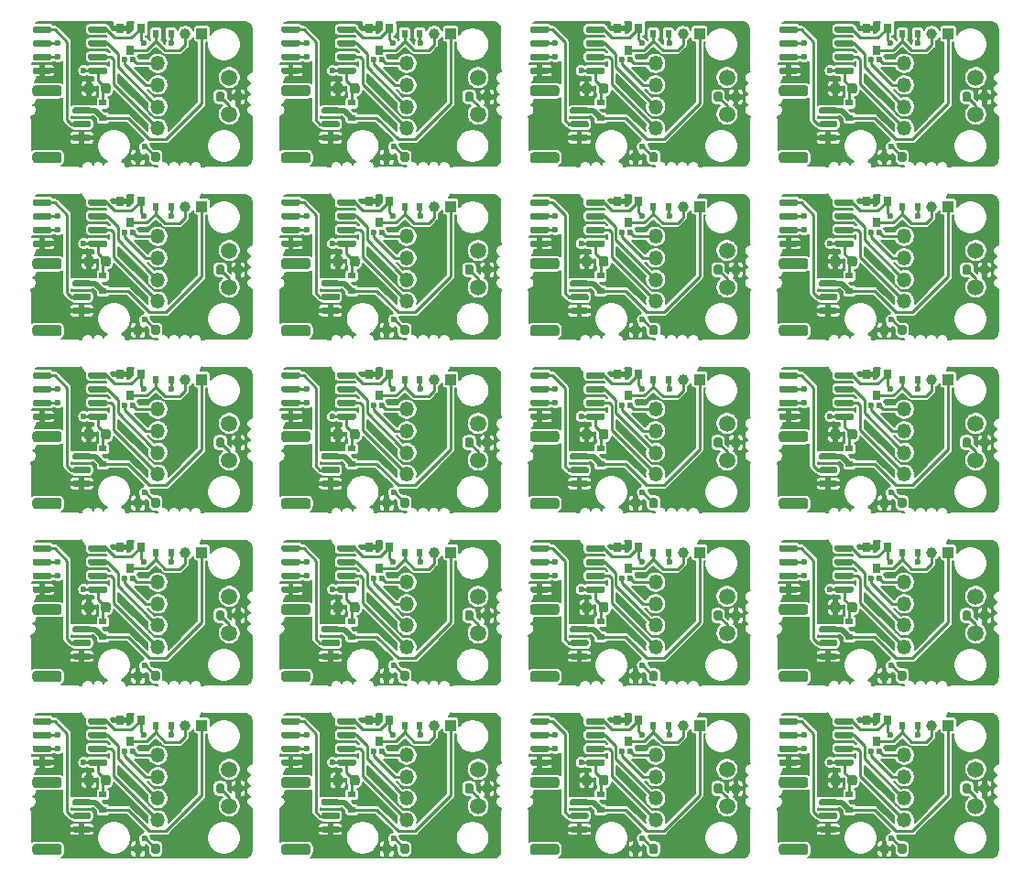
<source format=gtl>
G04 #@! TF.GenerationSoftware,KiCad,Pcbnew,(5.1.8)-1*
G04 #@! TF.CreationDate,2021-11-13T10:16:22+08:00*
G04 #@! TF.ProjectId,haptic-cloth-panelized-small,68617074-6963-42d6-936c-6f74682d7061,rev?*
G04 #@! TF.SameCoordinates,Original*
G04 #@! TF.FileFunction,Copper,L1,Top*
G04 #@! TF.FilePolarity,Positive*
%FSLAX46Y46*%
G04 Gerber Fmt 4.6, Leading zero omitted, Abs format (unit mm)*
G04 Created by KiCad (PCBNEW (5.1.8)-1) date 2021-11-13 10:16:22*
%MOMM*%
%LPD*%
G01*
G04 APERTURE LIST*
G04 #@! TA.AperFunction,SMDPad,CuDef*
%ADD10R,0.800000X0.900000*%
G04 #@! TD*
G04 #@! TA.AperFunction,SMDPad,CuDef*
%ADD11R,0.600000X0.700000*%
G04 #@! TD*
G04 #@! TA.AperFunction,SMDPad,CuDef*
%ADD12R,0.700000X0.600000*%
G04 #@! TD*
G04 #@! TA.AperFunction,ComponentPad*
%ADD13C,1.500000*%
G04 #@! TD*
G04 #@! TA.AperFunction,ComponentPad*
%ADD14R,1.000000X1.000000*%
G04 #@! TD*
G04 #@! TA.AperFunction,ComponentPad*
%ADD15C,1.000000*%
G04 #@! TD*
G04 #@! TA.AperFunction,ComponentPad*
%ADD16O,1.350000X1.350000*%
G04 #@! TD*
G04 #@! TA.AperFunction,ViaPad*
%ADD17C,0.600000*%
G04 #@! TD*
G04 #@! TA.AperFunction,Conductor*
%ADD18C,0.250000*%
G04 #@! TD*
G04 #@! TA.AperFunction,Conductor*
%ADD19C,0.500000*%
G04 #@! TD*
G04 #@! TA.AperFunction,Conductor*
%ADD20C,0.200000*%
G04 #@! TD*
G04 #@! TA.AperFunction,Conductor*
%ADD21C,0.150000*%
G04 #@! TD*
G04 APERTURE END LIST*
D10*
X129410028Y-114920037D03*
X127510028Y-114920037D03*
X128460028Y-116920037D03*
D11*
X130808028Y-115412037D03*
X132208028Y-115412037D03*
D12*
X125920028Y-123224037D03*
X125920028Y-121824037D03*
D13*
X137604028Y-119476037D03*
X137604028Y-122876037D03*
G04 #@! TA.AperFunction,SMDPad,CuDef*
G36*
G01*
X123260028Y-122244037D02*
X124660028Y-122244037D01*
G75*
G02*
X124810028Y-122394037I0J-150000D01*
G01*
X124810028Y-122694037D01*
G75*
G02*
X124660028Y-122844037I-150000J0D01*
G01*
X123260028Y-122844037D01*
G75*
G02*
X123110028Y-122694037I0J150000D01*
G01*
X123110028Y-122394037D01*
G75*
G02*
X123260028Y-122244037I150000J0D01*
G01*
G37*
G04 #@! TD.AperFunction*
G04 #@! TA.AperFunction,SMDPad,CuDef*
G36*
G01*
X123260028Y-123494037D02*
X124660028Y-123494037D01*
G75*
G02*
X124810028Y-123644037I0J-150000D01*
G01*
X124810028Y-123944037D01*
G75*
G02*
X124660028Y-124094037I-150000J0D01*
G01*
X123260028Y-124094037D01*
G75*
G02*
X123110028Y-123944037I0J150000D01*
G01*
X123110028Y-123644037D01*
G75*
G02*
X123260028Y-123494037I150000J0D01*
G01*
G37*
G04 #@! TD.AperFunction*
G04 #@! TA.AperFunction,SMDPad,CuDef*
G36*
G01*
X123260028Y-124744037D02*
X124660028Y-124744037D01*
G75*
G02*
X124810028Y-124894037I0J-150000D01*
G01*
X124810028Y-125194037D01*
G75*
G02*
X124660028Y-125344037I-150000J0D01*
G01*
X123260028Y-125344037D01*
G75*
G02*
X123110028Y-125194037I0J150000D01*
G01*
X123110028Y-124894037D01*
G75*
G02*
X123260028Y-124744037I150000J0D01*
G01*
G37*
G04 #@! TD.AperFunction*
G04 #@! TA.AperFunction,SMDPad,CuDef*
G36*
G01*
X119660028Y-120194037D02*
X121860028Y-120194037D01*
G75*
G02*
X122110028Y-120444037I0J-250000D01*
G01*
X122110028Y-120944037D01*
G75*
G02*
X121860028Y-121194037I-250000J0D01*
G01*
X119660028Y-121194037D01*
G75*
G02*
X119410028Y-120944037I0J250000D01*
G01*
X119410028Y-120444037D01*
G75*
G02*
X119660028Y-120194037I250000J0D01*
G01*
G37*
G04 #@! TD.AperFunction*
G04 #@! TA.AperFunction,SMDPad,CuDef*
G36*
G01*
X119660028Y-126394037D02*
X121860028Y-126394037D01*
G75*
G02*
X122110028Y-126644037I0J-250000D01*
G01*
X122110028Y-127144037D01*
G75*
G02*
X121860028Y-127394037I-250000J0D01*
G01*
X119660028Y-127394037D01*
G75*
G02*
X119410028Y-127144037I0J250000D01*
G01*
X119410028Y-126644037D01*
G75*
G02*
X119660028Y-126394037I250000J0D01*
G01*
G37*
G04 #@! TD.AperFunction*
D14*
X135064028Y-115412037D03*
D15*
X133540028Y-115412037D03*
G04 #@! TA.AperFunction,SMDPad,CuDef*
G36*
G01*
X126322028Y-118691037D02*
X126322028Y-118991037D01*
G75*
G02*
X126172028Y-119141037I-150000J0D01*
G01*
X124722028Y-119141037D01*
G75*
G02*
X124572028Y-118991037I0J150000D01*
G01*
X124572028Y-118691037D01*
G75*
G02*
X124722028Y-118541037I150000J0D01*
G01*
X126172028Y-118541037D01*
G75*
G02*
X126322028Y-118691037I0J-150000D01*
G01*
G37*
G04 #@! TD.AperFunction*
G04 #@! TA.AperFunction,SMDPad,CuDef*
G36*
G01*
X126322028Y-117421037D02*
X126322028Y-117721037D01*
G75*
G02*
X126172028Y-117871037I-150000J0D01*
G01*
X124722028Y-117871037D01*
G75*
G02*
X124572028Y-117721037I0J150000D01*
G01*
X124572028Y-117421037D01*
G75*
G02*
X124722028Y-117271037I150000J0D01*
G01*
X126172028Y-117271037D01*
G75*
G02*
X126322028Y-117421037I0J-150000D01*
G01*
G37*
G04 #@! TD.AperFunction*
G04 #@! TA.AperFunction,SMDPad,CuDef*
G36*
G01*
X126322028Y-116151037D02*
X126322028Y-116451037D01*
G75*
G02*
X126172028Y-116601037I-150000J0D01*
G01*
X124722028Y-116601037D01*
G75*
G02*
X124572028Y-116451037I0J150000D01*
G01*
X124572028Y-116151037D01*
G75*
G02*
X124722028Y-116001037I150000J0D01*
G01*
X126172028Y-116001037D01*
G75*
G02*
X126322028Y-116151037I0J-150000D01*
G01*
G37*
G04 #@! TD.AperFunction*
G04 #@! TA.AperFunction,SMDPad,CuDef*
G36*
G01*
X126322028Y-114881037D02*
X126322028Y-115181037D01*
G75*
G02*
X126172028Y-115331037I-150000J0D01*
G01*
X124722028Y-115331037D01*
G75*
G02*
X124572028Y-115181037I0J150000D01*
G01*
X124572028Y-114881037D01*
G75*
G02*
X124722028Y-114731037I150000J0D01*
G01*
X126172028Y-114731037D01*
G75*
G02*
X126322028Y-114881037I0J-150000D01*
G01*
G37*
G04 #@! TD.AperFunction*
G04 #@! TA.AperFunction,SMDPad,CuDef*
G36*
G01*
X121172028Y-114881037D02*
X121172028Y-115181037D01*
G75*
G02*
X121022028Y-115331037I-150000J0D01*
G01*
X119572028Y-115331037D01*
G75*
G02*
X119422028Y-115181037I0J150000D01*
G01*
X119422028Y-114881037D01*
G75*
G02*
X119572028Y-114731037I150000J0D01*
G01*
X121022028Y-114731037D01*
G75*
G02*
X121172028Y-114881037I0J-150000D01*
G01*
G37*
G04 #@! TD.AperFunction*
G04 #@! TA.AperFunction,SMDPad,CuDef*
G36*
G01*
X121172028Y-116151037D02*
X121172028Y-116451037D01*
G75*
G02*
X121022028Y-116601037I-150000J0D01*
G01*
X119572028Y-116601037D01*
G75*
G02*
X119422028Y-116451037I0J150000D01*
G01*
X119422028Y-116151037D01*
G75*
G02*
X119572028Y-116001037I150000J0D01*
G01*
X121022028Y-116001037D01*
G75*
G02*
X121172028Y-116151037I0J-150000D01*
G01*
G37*
G04 #@! TD.AperFunction*
G04 #@! TA.AperFunction,SMDPad,CuDef*
G36*
G01*
X121172028Y-117421037D02*
X121172028Y-117721037D01*
G75*
G02*
X121022028Y-117871037I-150000J0D01*
G01*
X119572028Y-117871037D01*
G75*
G02*
X119422028Y-117721037I0J150000D01*
G01*
X119422028Y-117421037D01*
G75*
G02*
X119572028Y-117271037I150000J0D01*
G01*
X121022028Y-117271037D01*
G75*
G02*
X121172028Y-117421037I0J-150000D01*
G01*
G37*
G04 #@! TD.AperFunction*
G04 #@! TA.AperFunction,SMDPad,CuDef*
G36*
G01*
X121172028Y-118691037D02*
X121172028Y-118991037D01*
G75*
G02*
X121022028Y-119141037I-150000J0D01*
G01*
X119572028Y-119141037D01*
G75*
G02*
X119422028Y-118991037I0J150000D01*
G01*
X119422028Y-118691037D01*
G75*
G02*
X119572028Y-118541037I150000J0D01*
G01*
X121022028Y-118541037D01*
G75*
G02*
X121172028Y-118691037I0J-150000D01*
G01*
G37*
G04 #@! TD.AperFunction*
G04 #@! TA.AperFunction,SMDPad,CuDef*
G36*
G01*
X131209028Y-126567037D02*
X131209028Y-127117037D01*
G75*
G02*
X131009028Y-127317037I-200000J0D01*
G01*
X130609028Y-127317037D01*
G75*
G02*
X130409028Y-127117037I0J200000D01*
G01*
X130409028Y-126567037D01*
G75*
G02*
X130609028Y-126367037I200000J0D01*
G01*
X131009028Y-126367037D01*
G75*
G02*
X131209028Y-126567037I0J-200000D01*
G01*
G37*
G04 #@! TD.AperFunction*
G04 #@! TA.AperFunction,SMDPad,CuDef*
G36*
G01*
X129559028Y-126567037D02*
X129559028Y-127117037D01*
G75*
G02*
X129359028Y-127317037I-200000J0D01*
G01*
X128959028Y-127317037D01*
G75*
G02*
X128759028Y-127117037I0J200000D01*
G01*
X128759028Y-126567037D01*
G75*
G02*
X128959028Y-126367037I200000J0D01*
G01*
X129359028Y-126367037D01*
G75*
G02*
X129559028Y-126567037I0J-200000D01*
G01*
G37*
G04 #@! TD.AperFunction*
G04 #@! TA.AperFunction,SMDPad,CuDef*
G36*
G01*
X126637028Y-120242037D02*
X126637028Y-120742037D01*
G75*
G02*
X126412028Y-120967037I-225000J0D01*
G01*
X125962028Y-120967037D01*
G75*
G02*
X125737028Y-120742037I0J225000D01*
G01*
X125737028Y-120242037D01*
G75*
G02*
X125962028Y-120017037I225000J0D01*
G01*
X126412028Y-120017037D01*
G75*
G02*
X126637028Y-120242037I0J-225000D01*
G01*
G37*
G04 #@! TD.AperFunction*
G04 #@! TA.AperFunction,SMDPad,CuDef*
G36*
G01*
X125087028Y-120242037D02*
X125087028Y-120742037D01*
G75*
G02*
X124862028Y-120967037I-225000J0D01*
G01*
X124412028Y-120967037D01*
G75*
G02*
X124187028Y-120742037I0J225000D01*
G01*
X124187028Y-120242037D01*
G75*
G02*
X124412028Y-120017037I225000J0D01*
G01*
X124862028Y-120017037D01*
G75*
G02*
X125087028Y-120242037I0J-225000D01*
G01*
G37*
G04 #@! TD.AperFunction*
G04 #@! TA.AperFunction,SMDPad,CuDef*
G36*
G01*
X136379028Y-121529037D02*
X136379028Y-120979037D01*
G75*
G02*
X136579028Y-120779037I200000J0D01*
G01*
X136979028Y-120779037D01*
G75*
G02*
X137179028Y-120979037I0J-200000D01*
G01*
X137179028Y-121529037D01*
G75*
G02*
X136979028Y-121729037I-200000J0D01*
G01*
X136579028Y-121729037D01*
G75*
G02*
X136379028Y-121529037I0J200000D01*
G01*
G37*
G04 #@! TD.AperFunction*
G04 #@! TA.AperFunction,SMDPad,CuDef*
G36*
G01*
X138029028Y-121529037D02*
X138029028Y-120979037D01*
G75*
G02*
X138229028Y-120779037I200000J0D01*
G01*
X138629028Y-120779037D01*
G75*
G02*
X138829028Y-120979037I0J-200000D01*
G01*
X138829028Y-121529037D01*
G75*
G02*
X138629028Y-121729037I-200000J0D01*
G01*
X138229028Y-121729037D01*
G75*
G02*
X138029028Y-121529037I0J200000D01*
G01*
G37*
G04 #@! TD.AperFunction*
D16*
X131000028Y-124174037D03*
X131000028Y-122174037D03*
X131000028Y-120174037D03*
X131000028Y-118174037D03*
D10*
X106410019Y-114920037D03*
X104510019Y-114920037D03*
X105460019Y-116920037D03*
D11*
X107808019Y-115412037D03*
X109208019Y-115412037D03*
D12*
X102920019Y-123224037D03*
X102920019Y-121824037D03*
D13*
X114604019Y-119476037D03*
X114604019Y-122876037D03*
G04 #@! TA.AperFunction,SMDPad,CuDef*
G36*
G01*
X100260019Y-122244037D02*
X101660019Y-122244037D01*
G75*
G02*
X101810019Y-122394037I0J-150000D01*
G01*
X101810019Y-122694037D01*
G75*
G02*
X101660019Y-122844037I-150000J0D01*
G01*
X100260019Y-122844037D01*
G75*
G02*
X100110019Y-122694037I0J150000D01*
G01*
X100110019Y-122394037D01*
G75*
G02*
X100260019Y-122244037I150000J0D01*
G01*
G37*
G04 #@! TD.AperFunction*
G04 #@! TA.AperFunction,SMDPad,CuDef*
G36*
G01*
X100260019Y-123494037D02*
X101660019Y-123494037D01*
G75*
G02*
X101810019Y-123644037I0J-150000D01*
G01*
X101810019Y-123944037D01*
G75*
G02*
X101660019Y-124094037I-150000J0D01*
G01*
X100260019Y-124094037D01*
G75*
G02*
X100110019Y-123944037I0J150000D01*
G01*
X100110019Y-123644037D01*
G75*
G02*
X100260019Y-123494037I150000J0D01*
G01*
G37*
G04 #@! TD.AperFunction*
G04 #@! TA.AperFunction,SMDPad,CuDef*
G36*
G01*
X100260019Y-124744037D02*
X101660019Y-124744037D01*
G75*
G02*
X101810019Y-124894037I0J-150000D01*
G01*
X101810019Y-125194037D01*
G75*
G02*
X101660019Y-125344037I-150000J0D01*
G01*
X100260019Y-125344037D01*
G75*
G02*
X100110019Y-125194037I0J150000D01*
G01*
X100110019Y-124894037D01*
G75*
G02*
X100260019Y-124744037I150000J0D01*
G01*
G37*
G04 #@! TD.AperFunction*
G04 #@! TA.AperFunction,SMDPad,CuDef*
G36*
G01*
X96660019Y-120194037D02*
X98860019Y-120194037D01*
G75*
G02*
X99110019Y-120444037I0J-250000D01*
G01*
X99110019Y-120944037D01*
G75*
G02*
X98860019Y-121194037I-250000J0D01*
G01*
X96660019Y-121194037D01*
G75*
G02*
X96410019Y-120944037I0J250000D01*
G01*
X96410019Y-120444037D01*
G75*
G02*
X96660019Y-120194037I250000J0D01*
G01*
G37*
G04 #@! TD.AperFunction*
G04 #@! TA.AperFunction,SMDPad,CuDef*
G36*
G01*
X96660019Y-126394037D02*
X98860019Y-126394037D01*
G75*
G02*
X99110019Y-126644037I0J-250000D01*
G01*
X99110019Y-127144037D01*
G75*
G02*
X98860019Y-127394037I-250000J0D01*
G01*
X96660019Y-127394037D01*
G75*
G02*
X96410019Y-127144037I0J250000D01*
G01*
X96410019Y-126644037D01*
G75*
G02*
X96660019Y-126394037I250000J0D01*
G01*
G37*
G04 #@! TD.AperFunction*
D14*
X112064019Y-115412037D03*
D15*
X110540019Y-115412037D03*
G04 #@! TA.AperFunction,SMDPad,CuDef*
G36*
G01*
X103322019Y-118691037D02*
X103322019Y-118991037D01*
G75*
G02*
X103172019Y-119141037I-150000J0D01*
G01*
X101722019Y-119141037D01*
G75*
G02*
X101572019Y-118991037I0J150000D01*
G01*
X101572019Y-118691037D01*
G75*
G02*
X101722019Y-118541037I150000J0D01*
G01*
X103172019Y-118541037D01*
G75*
G02*
X103322019Y-118691037I0J-150000D01*
G01*
G37*
G04 #@! TD.AperFunction*
G04 #@! TA.AperFunction,SMDPad,CuDef*
G36*
G01*
X103322019Y-117421037D02*
X103322019Y-117721037D01*
G75*
G02*
X103172019Y-117871037I-150000J0D01*
G01*
X101722019Y-117871037D01*
G75*
G02*
X101572019Y-117721037I0J150000D01*
G01*
X101572019Y-117421037D01*
G75*
G02*
X101722019Y-117271037I150000J0D01*
G01*
X103172019Y-117271037D01*
G75*
G02*
X103322019Y-117421037I0J-150000D01*
G01*
G37*
G04 #@! TD.AperFunction*
G04 #@! TA.AperFunction,SMDPad,CuDef*
G36*
G01*
X103322019Y-116151037D02*
X103322019Y-116451037D01*
G75*
G02*
X103172019Y-116601037I-150000J0D01*
G01*
X101722019Y-116601037D01*
G75*
G02*
X101572019Y-116451037I0J150000D01*
G01*
X101572019Y-116151037D01*
G75*
G02*
X101722019Y-116001037I150000J0D01*
G01*
X103172019Y-116001037D01*
G75*
G02*
X103322019Y-116151037I0J-150000D01*
G01*
G37*
G04 #@! TD.AperFunction*
G04 #@! TA.AperFunction,SMDPad,CuDef*
G36*
G01*
X103322019Y-114881037D02*
X103322019Y-115181037D01*
G75*
G02*
X103172019Y-115331037I-150000J0D01*
G01*
X101722019Y-115331037D01*
G75*
G02*
X101572019Y-115181037I0J150000D01*
G01*
X101572019Y-114881037D01*
G75*
G02*
X101722019Y-114731037I150000J0D01*
G01*
X103172019Y-114731037D01*
G75*
G02*
X103322019Y-114881037I0J-150000D01*
G01*
G37*
G04 #@! TD.AperFunction*
G04 #@! TA.AperFunction,SMDPad,CuDef*
G36*
G01*
X98172019Y-114881037D02*
X98172019Y-115181037D01*
G75*
G02*
X98022019Y-115331037I-150000J0D01*
G01*
X96572019Y-115331037D01*
G75*
G02*
X96422019Y-115181037I0J150000D01*
G01*
X96422019Y-114881037D01*
G75*
G02*
X96572019Y-114731037I150000J0D01*
G01*
X98022019Y-114731037D01*
G75*
G02*
X98172019Y-114881037I0J-150000D01*
G01*
G37*
G04 #@! TD.AperFunction*
G04 #@! TA.AperFunction,SMDPad,CuDef*
G36*
G01*
X98172019Y-116151037D02*
X98172019Y-116451037D01*
G75*
G02*
X98022019Y-116601037I-150000J0D01*
G01*
X96572019Y-116601037D01*
G75*
G02*
X96422019Y-116451037I0J150000D01*
G01*
X96422019Y-116151037D01*
G75*
G02*
X96572019Y-116001037I150000J0D01*
G01*
X98022019Y-116001037D01*
G75*
G02*
X98172019Y-116151037I0J-150000D01*
G01*
G37*
G04 #@! TD.AperFunction*
G04 #@! TA.AperFunction,SMDPad,CuDef*
G36*
G01*
X98172019Y-117421037D02*
X98172019Y-117721037D01*
G75*
G02*
X98022019Y-117871037I-150000J0D01*
G01*
X96572019Y-117871037D01*
G75*
G02*
X96422019Y-117721037I0J150000D01*
G01*
X96422019Y-117421037D01*
G75*
G02*
X96572019Y-117271037I150000J0D01*
G01*
X98022019Y-117271037D01*
G75*
G02*
X98172019Y-117421037I0J-150000D01*
G01*
G37*
G04 #@! TD.AperFunction*
G04 #@! TA.AperFunction,SMDPad,CuDef*
G36*
G01*
X98172019Y-118691037D02*
X98172019Y-118991037D01*
G75*
G02*
X98022019Y-119141037I-150000J0D01*
G01*
X96572019Y-119141037D01*
G75*
G02*
X96422019Y-118991037I0J150000D01*
G01*
X96422019Y-118691037D01*
G75*
G02*
X96572019Y-118541037I150000J0D01*
G01*
X98022019Y-118541037D01*
G75*
G02*
X98172019Y-118691037I0J-150000D01*
G01*
G37*
G04 #@! TD.AperFunction*
G04 #@! TA.AperFunction,SMDPad,CuDef*
G36*
G01*
X108209019Y-126567037D02*
X108209019Y-127117037D01*
G75*
G02*
X108009019Y-127317037I-200000J0D01*
G01*
X107609019Y-127317037D01*
G75*
G02*
X107409019Y-127117037I0J200000D01*
G01*
X107409019Y-126567037D01*
G75*
G02*
X107609019Y-126367037I200000J0D01*
G01*
X108009019Y-126367037D01*
G75*
G02*
X108209019Y-126567037I0J-200000D01*
G01*
G37*
G04 #@! TD.AperFunction*
G04 #@! TA.AperFunction,SMDPad,CuDef*
G36*
G01*
X106559019Y-126567037D02*
X106559019Y-127117037D01*
G75*
G02*
X106359019Y-127317037I-200000J0D01*
G01*
X105959019Y-127317037D01*
G75*
G02*
X105759019Y-127117037I0J200000D01*
G01*
X105759019Y-126567037D01*
G75*
G02*
X105959019Y-126367037I200000J0D01*
G01*
X106359019Y-126367037D01*
G75*
G02*
X106559019Y-126567037I0J-200000D01*
G01*
G37*
G04 #@! TD.AperFunction*
G04 #@! TA.AperFunction,SMDPad,CuDef*
G36*
G01*
X103637019Y-120242037D02*
X103637019Y-120742037D01*
G75*
G02*
X103412019Y-120967037I-225000J0D01*
G01*
X102962019Y-120967037D01*
G75*
G02*
X102737019Y-120742037I0J225000D01*
G01*
X102737019Y-120242037D01*
G75*
G02*
X102962019Y-120017037I225000J0D01*
G01*
X103412019Y-120017037D01*
G75*
G02*
X103637019Y-120242037I0J-225000D01*
G01*
G37*
G04 #@! TD.AperFunction*
G04 #@! TA.AperFunction,SMDPad,CuDef*
G36*
G01*
X102087019Y-120242037D02*
X102087019Y-120742037D01*
G75*
G02*
X101862019Y-120967037I-225000J0D01*
G01*
X101412019Y-120967037D01*
G75*
G02*
X101187019Y-120742037I0J225000D01*
G01*
X101187019Y-120242037D01*
G75*
G02*
X101412019Y-120017037I225000J0D01*
G01*
X101862019Y-120017037D01*
G75*
G02*
X102087019Y-120242037I0J-225000D01*
G01*
G37*
G04 #@! TD.AperFunction*
G04 #@! TA.AperFunction,SMDPad,CuDef*
G36*
G01*
X113379019Y-121529037D02*
X113379019Y-120979037D01*
G75*
G02*
X113579019Y-120779037I200000J0D01*
G01*
X113979019Y-120779037D01*
G75*
G02*
X114179019Y-120979037I0J-200000D01*
G01*
X114179019Y-121529037D01*
G75*
G02*
X113979019Y-121729037I-200000J0D01*
G01*
X113579019Y-121729037D01*
G75*
G02*
X113379019Y-121529037I0J200000D01*
G01*
G37*
G04 #@! TD.AperFunction*
G04 #@! TA.AperFunction,SMDPad,CuDef*
G36*
G01*
X115029019Y-121529037D02*
X115029019Y-120979037D01*
G75*
G02*
X115229019Y-120779037I200000J0D01*
G01*
X115629019Y-120779037D01*
G75*
G02*
X115829019Y-120979037I0J-200000D01*
G01*
X115829019Y-121529037D01*
G75*
G02*
X115629019Y-121729037I-200000J0D01*
G01*
X115229019Y-121729037D01*
G75*
G02*
X115029019Y-121529037I0J200000D01*
G01*
G37*
G04 #@! TD.AperFunction*
D16*
X108000019Y-124174037D03*
X108000019Y-122174037D03*
X108000019Y-120174037D03*
X108000019Y-118174037D03*
D10*
X83410010Y-114920037D03*
X81510010Y-114920037D03*
X82460010Y-116920037D03*
D11*
X84808010Y-115412037D03*
X86208010Y-115412037D03*
D12*
X79920010Y-123224037D03*
X79920010Y-121824037D03*
D13*
X91604010Y-119476037D03*
X91604010Y-122876037D03*
G04 #@! TA.AperFunction,SMDPad,CuDef*
G36*
G01*
X77260010Y-122244037D02*
X78660010Y-122244037D01*
G75*
G02*
X78810010Y-122394037I0J-150000D01*
G01*
X78810010Y-122694037D01*
G75*
G02*
X78660010Y-122844037I-150000J0D01*
G01*
X77260010Y-122844037D01*
G75*
G02*
X77110010Y-122694037I0J150000D01*
G01*
X77110010Y-122394037D01*
G75*
G02*
X77260010Y-122244037I150000J0D01*
G01*
G37*
G04 #@! TD.AperFunction*
G04 #@! TA.AperFunction,SMDPad,CuDef*
G36*
G01*
X77260010Y-123494037D02*
X78660010Y-123494037D01*
G75*
G02*
X78810010Y-123644037I0J-150000D01*
G01*
X78810010Y-123944037D01*
G75*
G02*
X78660010Y-124094037I-150000J0D01*
G01*
X77260010Y-124094037D01*
G75*
G02*
X77110010Y-123944037I0J150000D01*
G01*
X77110010Y-123644037D01*
G75*
G02*
X77260010Y-123494037I150000J0D01*
G01*
G37*
G04 #@! TD.AperFunction*
G04 #@! TA.AperFunction,SMDPad,CuDef*
G36*
G01*
X77260010Y-124744037D02*
X78660010Y-124744037D01*
G75*
G02*
X78810010Y-124894037I0J-150000D01*
G01*
X78810010Y-125194037D01*
G75*
G02*
X78660010Y-125344037I-150000J0D01*
G01*
X77260010Y-125344037D01*
G75*
G02*
X77110010Y-125194037I0J150000D01*
G01*
X77110010Y-124894037D01*
G75*
G02*
X77260010Y-124744037I150000J0D01*
G01*
G37*
G04 #@! TD.AperFunction*
G04 #@! TA.AperFunction,SMDPad,CuDef*
G36*
G01*
X73660010Y-120194037D02*
X75860010Y-120194037D01*
G75*
G02*
X76110010Y-120444037I0J-250000D01*
G01*
X76110010Y-120944037D01*
G75*
G02*
X75860010Y-121194037I-250000J0D01*
G01*
X73660010Y-121194037D01*
G75*
G02*
X73410010Y-120944037I0J250000D01*
G01*
X73410010Y-120444037D01*
G75*
G02*
X73660010Y-120194037I250000J0D01*
G01*
G37*
G04 #@! TD.AperFunction*
G04 #@! TA.AperFunction,SMDPad,CuDef*
G36*
G01*
X73660010Y-126394037D02*
X75860010Y-126394037D01*
G75*
G02*
X76110010Y-126644037I0J-250000D01*
G01*
X76110010Y-127144037D01*
G75*
G02*
X75860010Y-127394037I-250000J0D01*
G01*
X73660010Y-127394037D01*
G75*
G02*
X73410010Y-127144037I0J250000D01*
G01*
X73410010Y-126644037D01*
G75*
G02*
X73660010Y-126394037I250000J0D01*
G01*
G37*
G04 #@! TD.AperFunction*
D14*
X89064010Y-115412037D03*
D15*
X87540010Y-115412037D03*
G04 #@! TA.AperFunction,SMDPad,CuDef*
G36*
G01*
X80322010Y-118691037D02*
X80322010Y-118991037D01*
G75*
G02*
X80172010Y-119141037I-150000J0D01*
G01*
X78722010Y-119141037D01*
G75*
G02*
X78572010Y-118991037I0J150000D01*
G01*
X78572010Y-118691037D01*
G75*
G02*
X78722010Y-118541037I150000J0D01*
G01*
X80172010Y-118541037D01*
G75*
G02*
X80322010Y-118691037I0J-150000D01*
G01*
G37*
G04 #@! TD.AperFunction*
G04 #@! TA.AperFunction,SMDPad,CuDef*
G36*
G01*
X80322010Y-117421037D02*
X80322010Y-117721037D01*
G75*
G02*
X80172010Y-117871037I-150000J0D01*
G01*
X78722010Y-117871037D01*
G75*
G02*
X78572010Y-117721037I0J150000D01*
G01*
X78572010Y-117421037D01*
G75*
G02*
X78722010Y-117271037I150000J0D01*
G01*
X80172010Y-117271037D01*
G75*
G02*
X80322010Y-117421037I0J-150000D01*
G01*
G37*
G04 #@! TD.AperFunction*
G04 #@! TA.AperFunction,SMDPad,CuDef*
G36*
G01*
X80322010Y-116151037D02*
X80322010Y-116451037D01*
G75*
G02*
X80172010Y-116601037I-150000J0D01*
G01*
X78722010Y-116601037D01*
G75*
G02*
X78572010Y-116451037I0J150000D01*
G01*
X78572010Y-116151037D01*
G75*
G02*
X78722010Y-116001037I150000J0D01*
G01*
X80172010Y-116001037D01*
G75*
G02*
X80322010Y-116151037I0J-150000D01*
G01*
G37*
G04 #@! TD.AperFunction*
G04 #@! TA.AperFunction,SMDPad,CuDef*
G36*
G01*
X80322010Y-114881037D02*
X80322010Y-115181037D01*
G75*
G02*
X80172010Y-115331037I-150000J0D01*
G01*
X78722010Y-115331037D01*
G75*
G02*
X78572010Y-115181037I0J150000D01*
G01*
X78572010Y-114881037D01*
G75*
G02*
X78722010Y-114731037I150000J0D01*
G01*
X80172010Y-114731037D01*
G75*
G02*
X80322010Y-114881037I0J-150000D01*
G01*
G37*
G04 #@! TD.AperFunction*
G04 #@! TA.AperFunction,SMDPad,CuDef*
G36*
G01*
X75172010Y-114881037D02*
X75172010Y-115181037D01*
G75*
G02*
X75022010Y-115331037I-150000J0D01*
G01*
X73572010Y-115331037D01*
G75*
G02*
X73422010Y-115181037I0J150000D01*
G01*
X73422010Y-114881037D01*
G75*
G02*
X73572010Y-114731037I150000J0D01*
G01*
X75022010Y-114731037D01*
G75*
G02*
X75172010Y-114881037I0J-150000D01*
G01*
G37*
G04 #@! TD.AperFunction*
G04 #@! TA.AperFunction,SMDPad,CuDef*
G36*
G01*
X75172010Y-116151037D02*
X75172010Y-116451037D01*
G75*
G02*
X75022010Y-116601037I-150000J0D01*
G01*
X73572010Y-116601037D01*
G75*
G02*
X73422010Y-116451037I0J150000D01*
G01*
X73422010Y-116151037D01*
G75*
G02*
X73572010Y-116001037I150000J0D01*
G01*
X75022010Y-116001037D01*
G75*
G02*
X75172010Y-116151037I0J-150000D01*
G01*
G37*
G04 #@! TD.AperFunction*
G04 #@! TA.AperFunction,SMDPad,CuDef*
G36*
G01*
X75172010Y-117421037D02*
X75172010Y-117721037D01*
G75*
G02*
X75022010Y-117871037I-150000J0D01*
G01*
X73572010Y-117871037D01*
G75*
G02*
X73422010Y-117721037I0J150000D01*
G01*
X73422010Y-117421037D01*
G75*
G02*
X73572010Y-117271037I150000J0D01*
G01*
X75022010Y-117271037D01*
G75*
G02*
X75172010Y-117421037I0J-150000D01*
G01*
G37*
G04 #@! TD.AperFunction*
G04 #@! TA.AperFunction,SMDPad,CuDef*
G36*
G01*
X75172010Y-118691037D02*
X75172010Y-118991037D01*
G75*
G02*
X75022010Y-119141037I-150000J0D01*
G01*
X73572010Y-119141037D01*
G75*
G02*
X73422010Y-118991037I0J150000D01*
G01*
X73422010Y-118691037D01*
G75*
G02*
X73572010Y-118541037I150000J0D01*
G01*
X75022010Y-118541037D01*
G75*
G02*
X75172010Y-118691037I0J-150000D01*
G01*
G37*
G04 #@! TD.AperFunction*
G04 #@! TA.AperFunction,SMDPad,CuDef*
G36*
G01*
X85209010Y-126567037D02*
X85209010Y-127117037D01*
G75*
G02*
X85009010Y-127317037I-200000J0D01*
G01*
X84609010Y-127317037D01*
G75*
G02*
X84409010Y-127117037I0J200000D01*
G01*
X84409010Y-126567037D01*
G75*
G02*
X84609010Y-126367037I200000J0D01*
G01*
X85009010Y-126367037D01*
G75*
G02*
X85209010Y-126567037I0J-200000D01*
G01*
G37*
G04 #@! TD.AperFunction*
G04 #@! TA.AperFunction,SMDPad,CuDef*
G36*
G01*
X83559010Y-126567037D02*
X83559010Y-127117037D01*
G75*
G02*
X83359010Y-127317037I-200000J0D01*
G01*
X82959010Y-127317037D01*
G75*
G02*
X82759010Y-127117037I0J200000D01*
G01*
X82759010Y-126567037D01*
G75*
G02*
X82959010Y-126367037I200000J0D01*
G01*
X83359010Y-126367037D01*
G75*
G02*
X83559010Y-126567037I0J-200000D01*
G01*
G37*
G04 #@! TD.AperFunction*
G04 #@! TA.AperFunction,SMDPad,CuDef*
G36*
G01*
X80637010Y-120242037D02*
X80637010Y-120742037D01*
G75*
G02*
X80412010Y-120967037I-225000J0D01*
G01*
X79962010Y-120967037D01*
G75*
G02*
X79737010Y-120742037I0J225000D01*
G01*
X79737010Y-120242037D01*
G75*
G02*
X79962010Y-120017037I225000J0D01*
G01*
X80412010Y-120017037D01*
G75*
G02*
X80637010Y-120242037I0J-225000D01*
G01*
G37*
G04 #@! TD.AperFunction*
G04 #@! TA.AperFunction,SMDPad,CuDef*
G36*
G01*
X79087010Y-120242037D02*
X79087010Y-120742037D01*
G75*
G02*
X78862010Y-120967037I-225000J0D01*
G01*
X78412010Y-120967037D01*
G75*
G02*
X78187010Y-120742037I0J225000D01*
G01*
X78187010Y-120242037D01*
G75*
G02*
X78412010Y-120017037I225000J0D01*
G01*
X78862010Y-120017037D01*
G75*
G02*
X79087010Y-120242037I0J-225000D01*
G01*
G37*
G04 #@! TD.AperFunction*
G04 #@! TA.AperFunction,SMDPad,CuDef*
G36*
G01*
X90379010Y-121529037D02*
X90379010Y-120979037D01*
G75*
G02*
X90579010Y-120779037I200000J0D01*
G01*
X90979010Y-120779037D01*
G75*
G02*
X91179010Y-120979037I0J-200000D01*
G01*
X91179010Y-121529037D01*
G75*
G02*
X90979010Y-121729037I-200000J0D01*
G01*
X90579010Y-121729037D01*
G75*
G02*
X90379010Y-121529037I0J200000D01*
G01*
G37*
G04 #@! TD.AperFunction*
G04 #@! TA.AperFunction,SMDPad,CuDef*
G36*
G01*
X92029010Y-121529037D02*
X92029010Y-120979037D01*
G75*
G02*
X92229010Y-120779037I200000J0D01*
G01*
X92629010Y-120779037D01*
G75*
G02*
X92829010Y-120979037I0J-200000D01*
G01*
X92829010Y-121529037D01*
G75*
G02*
X92629010Y-121729037I-200000J0D01*
G01*
X92229010Y-121729037D01*
G75*
G02*
X92029010Y-121529037I0J200000D01*
G01*
G37*
G04 #@! TD.AperFunction*
D16*
X85000010Y-124174037D03*
X85000010Y-122174037D03*
X85000010Y-120174037D03*
X85000010Y-118174037D03*
D10*
X60410001Y-114920037D03*
X58510001Y-114920037D03*
X59460001Y-116920037D03*
D11*
X61808001Y-115412037D03*
X63208001Y-115412037D03*
D12*
X56920001Y-123224037D03*
X56920001Y-121824037D03*
D13*
X68604001Y-119476037D03*
X68604001Y-122876037D03*
G04 #@! TA.AperFunction,SMDPad,CuDef*
G36*
G01*
X54260001Y-122244037D02*
X55660001Y-122244037D01*
G75*
G02*
X55810001Y-122394037I0J-150000D01*
G01*
X55810001Y-122694037D01*
G75*
G02*
X55660001Y-122844037I-150000J0D01*
G01*
X54260001Y-122844037D01*
G75*
G02*
X54110001Y-122694037I0J150000D01*
G01*
X54110001Y-122394037D01*
G75*
G02*
X54260001Y-122244037I150000J0D01*
G01*
G37*
G04 #@! TD.AperFunction*
G04 #@! TA.AperFunction,SMDPad,CuDef*
G36*
G01*
X54260001Y-123494037D02*
X55660001Y-123494037D01*
G75*
G02*
X55810001Y-123644037I0J-150000D01*
G01*
X55810001Y-123944037D01*
G75*
G02*
X55660001Y-124094037I-150000J0D01*
G01*
X54260001Y-124094037D01*
G75*
G02*
X54110001Y-123944037I0J150000D01*
G01*
X54110001Y-123644037D01*
G75*
G02*
X54260001Y-123494037I150000J0D01*
G01*
G37*
G04 #@! TD.AperFunction*
G04 #@! TA.AperFunction,SMDPad,CuDef*
G36*
G01*
X54260001Y-124744037D02*
X55660001Y-124744037D01*
G75*
G02*
X55810001Y-124894037I0J-150000D01*
G01*
X55810001Y-125194037D01*
G75*
G02*
X55660001Y-125344037I-150000J0D01*
G01*
X54260001Y-125344037D01*
G75*
G02*
X54110001Y-125194037I0J150000D01*
G01*
X54110001Y-124894037D01*
G75*
G02*
X54260001Y-124744037I150000J0D01*
G01*
G37*
G04 #@! TD.AperFunction*
G04 #@! TA.AperFunction,SMDPad,CuDef*
G36*
G01*
X50660001Y-120194037D02*
X52860001Y-120194037D01*
G75*
G02*
X53110001Y-120444037I0J-250000D01*
G01*
X53110001Y-120944037D01*
G75*
G02*
X52860001Y-121194037I-250000J0D01*
G01*
X50660001Y-121194037D01*
G75*
G02*
X50410001Y-120944037I0J250000D01*
G01*
X50410001Y-120444037D01*
G75*
G02*
X50660001Y-120194037I250000J0D01*
G01*
G37*
G04 #@! TD.AperFunction*
G04 #@! TA.AperFunction,SMDPad,CuDef*
G36*
G01*
X50660001Y-126394037D02*
X52860001Y-126394037D01*
G75*
G02*
X53110001Y-126644037I0J-250000D01*
G01*
X53110001Y-127144037D01*
G75*
G02*
X52860001Y-127394037I-250000J0D01*
G01*
X50660001Y-127394037D01*
G75*
G02*
X50410001Y-127144037I0J250000D01*
G01*
X50410001Y-126644037D01*
G75*
G02*
X50660001Y-126394037I250000J0D01*
G01*
G37*
G04 #@! TD.AperFunction*
D14*
X66064001Y-115412037D03*
D15*
X64540001Y-115412037D03*
G04 #@! TA.AperFunction,SMDPad,CuDef*
G36*
G01*
X57322001Y-118691037D02*
X57322001Y-118991037D01*
G75*
G02*
X57172001Y-119141037I-150000J0D01*
G01*
X55722001Y-119141037D01*
G75*
G02*
X55572001Y-118991037I0J150000D01*
G01*
X55572001Y-118691037D01*
G75*
G02*
X55722001Y-118541037I150000J0D01*
G01*
X57172001Y-118541037D01*
G75*
G02*
X57322001Y-118691037I0J-150000D01*
G01*
G37*
G04 #@! TD.AperFunction*
G04 #@! TA.AperFunction,SMDPad,CuDef*
G36*
G01*
X57322001Y-117421037D02*
X57322001Y-117721037D01*
G75*
G02*
X57172001Y-117871037I-150000J0D01*
G01*
X55722001Y-117871037D01*
G75*
G02*
X55572001Y-117721037I0J150000D01*
G01*
X55572001Y-117421037D01*
G75*
G02*
X55722001Y-117271037I150000J0D01*
G01*
X57172001Y-117271037D01*
G75*
G02*
X57322001Y-117421037I0J-150000D01*
G01*
G37*
G04 #@! TD.AperFunction*
G04 #@! TA.AperFunction,SMDPad,CuDef*
G36*
G01*
X57322001Y-116151037D02*
X57322001Y-116451037D01*
G75*
G02*
X57172001Y-116601037I-150000J0D01*
G01*
X55722001Y-116601037D01*
G75*
G02*
X55572001Y-116451037I0J150000D01*
G01*
X55572001Y-116151037D01*
G75*
G02*
X55722001Y-116001037I150000J0D01*
G01*
X57172001Y-116001037D01*
G75*
G02*
X57322001Y-116151037I0J-150000D01*
G01*
G37*
G04 #@! TD.AperFunction*
G04 #@! TA.AperFunction,SMDPad,CuDef*
G36*
G01*
X57322001Y-114881037D02*
X57322001Y-115181037D01*
G75*
G02*
X57172001Y-115331037I-150000J0D01*
G01*
X55722001Y-115331037D01*
G75*
G02*
X55572001Y-115181037I0J150000D01*
G01*
X55572001Y-114881037D01*
G75*
G02*
X55722001Y-114731037I150000J0D01*
G01*
X57172001Y-114731037D01*
G75*
G02*
X57322001Y-114881037I0J-150000D01*
G01*
G37*
G04 #@! TD.AperFunction*
G04 #@! TA.AperFunction,SMDPad,CuDef*
G36*
G01*
X52172001Y-114881037D02*
X52172001Y-115181037D01*
G75*
G02*
X52022001Y-115331037I-150000J0D01*
G01*
X50572001Y-115331037D01*
G75*
G02*
X50422001Y-115181037I0J150000D01*
G01*
X50422001Y-114881037D01*
G75*
G02*
X50572001Y-114731037I150000J0D01*
G01*
X52022001Y-114731037D01*
G75*
G02*
X52172001Y-114881037I0J-150000D01*
G01*
G37*
G04 #@! TD.AperFunction*
G04 #@! TA.AperFunction,SMDPad,CuDef*
G36*
G01*
X52172001Y-116151037D02*
X52172001Y-116451037D01*
G75*
G02*
X52022001Y-116601037I-150000J0D01*
G01*
X50572001Y-116601037D01*
G75*
G02*
X50422001Y-116451037I0J150000D01*
G01*
X50422001Y-116151037D01*
G75*
G02*
X50572001Y-116001037I150000J0D01*
G01*
X52022001Y-116001037D01*
G75*
G02*
X52172001Y-116151037I0J-150000D01*
G01*
G37*
G04 #@! TD.AperFunction*
G04 #@! TA.AperFunction,SMDPad,CuDef*
G36*
G01*
X52172001Y-117421037D02*
X52172001Y-117721037D01*
G75*
G02*
X52022001Y-117871037I-150000J0D01*
G01*
X50572001Y-117871037D01*
G75*
G02*
X50422001Y-117721037I0J150000D01*
G01*
X50422001Y-117421037D01*
G75*
G02*
X50572001Y-117271037I150000J0D01*
G01*
X52022001Y-117271037D01*
G75*
G02*
X52172001Y-117421037I0J-150000D01*
G01*
G37*
G04 #@! TD.AperFunction*
G04 #@! TA.AperFunction,SMDPad,CuDef*
G36*
G01*
X52172001Y-118691037D02*
X52172001Y-118991037D01*
G75*
G02*
X52022001Y-119141037I-150000J0D01*
G01*
X50572001Y-119141037D01*
G75*
G02*
X50422001Y-118991037I0J150000D01*
G01*
X50422001Y-118691037D01*
G75*
G02*
X50572001Y-118541037I150000J0D01*
G01*
X52022001Y-118541037D01*
G75*
G02*
X52172001Y-118691037I0J-150000D01*
G01*
G37*
G04 #@! TD.AperFunction*
G04 #@! TA.AperFunction,SMDPad,CuDef*
G36*
G01*
X62209001Y-126567037D02*
X62209001Y-127117037D01*
G75*
G02*
X62009001Y-127317037I-200000J0D01*
G01*
X61609001Y-127317037D01*
G75*
G02*
X61409001Y-127117037I0J200000D01*
G01*
X61409001Y-126567037D01*
G75*
G02*
X61609001Y-126367037I200000J0D01*
G01*
X62009001Y-126367037D01*
G75*
G02*
X62209001Y-126567037I0J-200000D01*
G01*
G37*
G04 #@! TD.AperFunction*
G04 #@! TA.AperFunction,SMDPad,CuDef*
G36*
G01*
X60559001Y-126567037D02*
X60559001Y-127117037D01*
G75*
G02*
X60359001Y-127317037I-200000J0D01*
G01*
X59959001Y-127317037D01*
G75*
G02*
X59759001Y-127117037I0J200000D01*
G01*
X59759001Y-126567037D01*
G75*
G02*
X59959001Y-126367037I200000J0D01*
G01*
X60359001Y-126367037D01*
G75*
G02*
X60559001Y-126567037I0J-200000D01*
G01*
G37*
G04 #@! TD.AperFunction*
G04 #@! TA.AperFunction,SMDPad,CuDef*
G36*
G01*
X57637001Y-120242037D02*
X57637001Y-120742037D01*
G75*
G02*
X57412001Y-120967037I-225000J0D01*
G01*
X56962001Y-120967037D01*
G75*
G02*
X56737001Y-120742037I0J225000D01*
G01*
X56737001Y-120242037D01*
G75*
G02*
X56962001Y-120017037I225000J0D01*
G01*
X57412001Y-120017037D01*
G75*
G02*
X57637001Y-120242037I0J-225000D01*
G01*
G37*
G04 #@! TD.AperFunction*
G04 #@! TA.AperFunction,SMDPad,CuDef*
G36*
G01*
X56087001Y-120242037D02*
X56087001Y-120742037D01*
G75*
G02*
X55862001Y-120967037I-225000J0D01*
G01*
X55412001Y-120967037D01*
G75*
G02*
X55187001Y-120742037I0J225000D01*
G01*
X55187001Y-120242037D01*
G75*
G02*
X55412001Y-120017037I225000J0D01*
G01*
X55862001Y-120017037D01*
G75*
G02*
X56087001Y-120242037I0J-225000D01*
G01*
G37*
G04 #@! TD.AperFunction*
G04 #@! TA.AperFunction,SMDPad,CuDef*
G36*
G01*
X67379001Y-121529037D02*
X67379001Y-120979037D01*
G75*
G02*
X67579001Y-120779037I200000J0D01*
G01*
X67979001Y-120779037D01*
G75*
G02*
X68179001Y-120979037I0J-200000D01*
G01*
X68179001Y-121529037D01*
G75*
G02*
X67979001Y-121729037I-200000J0D01*
G01*
X67579001Y-121729037D01*
G75*
G02*
X67379001Y-121529037I0J200000D01*
G01*
G37*
G04 #@! TD.AperFunction*
G04 #@! TA.AperFunction,SMDPad,CuDef*
G36*
G01*
X69029001Y-121529037D02*
X69029001Y-120979037D01*
G75*
G02*
X69229001Y-120779037I200000J0D01*
G01*
X69629001Y-120779037D01*
G75*
G02*
X69829001Y-120979037I0J-200000D01*
G01*
X69829001Y-121529037D01*
G75*
G02*
X69629001Y-121729037I-200000J0D01*
G01*
X69229001Y-121729037D01*
G75*
G02*
X69029001Y-121529037I0J200000D01*
G01*
G37*
G04 #@! TD.AperFunction*
D16*
X62000001Y-124174037D03*
X62000001Y-122174037D03*
X62000001Y-120174037D03*
X62000001Y-118174037D03*
D10*
X129410028Y-98920028D03*
X127510028Y-98920028D03*
X128460028Y-100920028D03*
D11*
X130808028Y-99412028D03*
X132208028Y-99412028D03*
D12*
X125920028Y-107224028D03*
X125920028Y-105824028D03*
D13*
X137604028Y-103476028D03*
X137604028Y-106876028D03*
G04 #@! TA.AperFunction,SMDPad,CuDef*
G36*
G01*
X123260028Y-106244028D02*
X124660028Y-106244028D01*
G75*
G02*
X124810028Y-106394028I0J-150000D01*
G01*
X124810028Y-106694028D01*
G75*
G02*
X124660028Y-106844028I-150000J0D01*
G01*
X123260028Y-106844028D01*
G75*
G02*
X123110028Y-106694028I0J150000D01*
G01*
X123110028Y-106394028D01*
G75*
G02*
X123260028Y-106244028I150000J0D01*
G01*
G37*
G04 #@! TD.AperFunction*
G04 #@! TA.AperFunction,SMDPad,CuDef*
G36*
G01*
X123260028Y-107494028D02*
X124660028Y-107494028D01*
G75*
G02*
X124810028Y-107644028I0J-150000D01*
G01*
X124810028Y-107944028D01*
G75*
G02*
X124660028Y-108094028I-150000J0D01*
G01*
X123260028Y-108094028D01*
G75*
G02*
X123110028Y-107944028I0J150000D01*
G01*
X123110028Y-107644028D01*
G75*
G02*
X123260028Y-107494028I150000J0D01*
G01*
G37*
G04 #@! TD.AperFunction*
G04 #@! TA.AperFunction,SMDPad,CuDef*
G36*
G01*
X123260028Y-108744028D02*
X124660028Y-108744028D01*
G75*
G02*
X124810028Y-108894028I0J-150000D01*
G01*
X124810028Y-109194028D01*
G75*
G02*
X124660028Y-109344028I-150000J0D01*
G01*
X123260028Y-109344028D01*
G75*
G02*
X123110028Y-109194028I0J150000D01*
G01*
X123110028Y-108894028D01*
G75*
G02*
X123260028Y-108744028I150000J0D01*
G01*
G37*
G04 #@! TD.AperFunction*
G04 #@! TA.AperFunction,SMDPad,CuDef*
G36*
G01*
X119660028Y-104194028D02*
X121860028Y-104194028D01*
G75*
G02*
X122110028Y-104444028I0J-250000D01*
G01*
X122110028Y-104944028D01*
G75*
G02*
X121860028Y-105194028I-250000J0D01*
G01*
X119660028Y-105194028D01*
G75*
G02*
X119410028Y-104944028I0J250000D01*
G01*
X119410028Y-104444028D01*
G75*
G02*
X119660028Y-104194028I250000J0D01*
G01*
G37*
G04 #@! TD.AperFunction*
G04 #@! TA.AperFunction,SMDPad,CuDef*
G36*
G01*
X119660028Y-110394028D02*
X121860028Y-110394028D01*
G75*
G02*
X122110028Y-110644028I0J-250000D01*
G01*
X122110028Y-111144028D01*
G75*
G02*
X121860028Y-111394028I-250000J0D01*
G01*
X119660028Y-111394028D01*
G75*
G02*
X119410028Y-111144028I0J250000D01*
G01*
X119410028Y-110644028D01*
G75*
G02*
X119660028Y-110394028I250000J0D01*
G01*
G37*
G04 #@! TD.AperFunction*
D14*
X135064028Y-99412028D03*
D15*
X133540028Y-99412028D03*
G04 #@! TA.AperFunction,SMDPad,CuDef*
G36*
G01*
X126322028Y-102691028D02*
X126322028Y-102991028D01*
G75*
G02*
X126172028Y-103141028I-150000J0D01*
G01*
X124722028Y-103141028D01*
G75*
G02*
X124572028Y-102991028I0J150000D01*
G01*
X124572028Y-102691028D01*
G75*
G02*
X124722028Y-102541028I150000J0D01*
G01*
X126172028Y-102541028D01*
G75*
G02*
X126322028Y-102691028I0J-150000D01*
G01*
G37*
G04 #@! TD.AperFunction*
G04 #@! TA.AperFunction,SMDPad,CuDef*
G36*
G01*
X126322028Y-101421028D02*
X126322028Y-101721028D01*
G75*
G02*
X126172028Y-101871028I-150000J0D01*
G01*
X124722028Y-101871028D01*
G75*
G02*
X124572028Y-101721028I0J150000D01*
G01*
X124572028Y-101421028D01*
G75*
G02*
X124722028Y-101271028I150000J0D01*
G01*
X126172028Y-101271028D01*
G75*
G02*
X126322028Y-101421028I0J-150000D01*
G01*
G37*
G04 #@! TD.AperFunction*
G04 #@! TA.AperFunction,SMDPad,CuDef*
G36*
G01*
X126322028Y-100151028D02*
X126322028Y-100451028D01*
G75*
G02*
X126172028Y-100601028I-150000J0D01*
G01*
X124722028Y-100601028D01*
G75*
G02*
X124572028Y-100451028I0J150000D01*
G01*
X124572028Y-100151028D01*
G75*
G02*
X124722028Y-100001028I150000J0D01*
G01*
X126172028Y-100001028D01*
G75*
G02*
X126322028Y-100151028I0J-150000D01*
G01*
G37*
G04 #@! TD.AperFunction*
G04 #@! TA.AperFunction,SMDPad,CuDef*
G36*
G01*
X126322028Y-98881028D02*
X126322028Y-99181028D01*
G75*
G02*
X126172028Y-99331028I-150000J0D01*
G01*
X124722028Y-99331028D01*
G75*
G02*
X124572028Y-99181028I0J150000D01*
G01*
X124572028Y-98881028D01*
G75*
G02*
X124722028Y-98731028I150000J0D01*
G01*
X126172028Y-98731028D01*
G75*
G02*
X126322028Y-98881028I0J-150000D01*
G01*
G37*
G04 #@! TD.AperFunction*
G04 #@! TA.AperFunction,SMDPad,CuDef*
G36*
G01*
X121172028Y-98881028D02*
X121172028Y-99181028D01*
G75*
G02*
X121022028Y-99331028I-150000J0D01*
G01*
X119572028Y-99331028D01*
G75*
G02*
X119422028Y-99181028I0J150000D01*
G01*
X119422028Y-98881028D01*
G75*
G02*
X119572028Y-98731028I150000J0D01*
G01*
X121022028Y-98731028D01*
G75*
G02*
X121172028Y-98881028I0J-150000D01*
G01*
G37*
G04 #@! TD.AperFunction*
G04 #@! TA.AperFunction,SMDPad,CuDef*
G36*
G01*
X121172028Y-100151028D02*
X121172028Y-100451028D01*
G75*
G02*
X121022028Y-100601028I-150000J0D01*
G01*
X119572028Y-100601028D01*
G75*
G02*
X119422028Y-100451028I0J150000D01*
G01*
X119422028Y-100151028D01*
G75*
G02*
X119572028Y-100001028I150000J0D01*
G01*
X121022028Y-100001028D01*
G75*
G02*
X121172028Y-100151028I0J-150000D01*
G01*
G37*
G04 #@! TD.AperFunction*
G04 #@! TA.AperFunction,SMDPad,CuDef*
G36*
G01*
X121172028Y-101421028D02*
X121172028Y-101721028D01*
G75*
G02*
X121022028Y-101871028I-150000J0D01*
G01*
X119572028Y-101871028D01*
G75*
G02*
X119422028Y-101721028I0J150000D01*
G01*
X119422028Y-101421028D01*
G75*
G02*
X119572028Y-101271028I150000J0D01*
G01*
X121022028Y-101271028D01*
G75*
G02*
X121172028Y-101421028I0J-150000D01*
G01*
G37*
G04 #@! TD.AperFunction*
G04 #@! TA.AperFunction,SMDPad,CuDef*
G36*
G01*
X121172028Y-102691028D02*
X121172028Y-102991028D01*
G75*
G02*
X121022028Y-103141028I-150000J0D01*
G01*
X119572028Y-103141028D01*
G75*
G02*
X119422028Y-102991028I0J150000D01*
G01*
X119422028Y-102691028D01*
G75*
G02*
X119572028Y-102541028I150000J0D01*
G01*
X121022028Y-102541028D01*
G75*
G02*
X121172028Y-102691028I0J-150000D01*
G01*
G37*
G04 #@! TD.AperFunction*
G04 #@! TA.AperFunction,SMDPad,CuDef*
G36*
G01*
X131209028Y-110567028D02*
X131209028Y-111117028D01*
G75*
G02*
X131009028Y-111317028I-200000J0D01*
G01*
X130609028Y-111317028D01*
G75*
G02*
X130409028Y-111117028I0J200000D01*
G01*
X130409028Y-110567028D01*
G75*
G02*
X130609028Y-110367028I200000J0D01*
G01*
X131009028Y-110367028D01*
G75*
G02*
X131209028Y-110567028I0J-200000D01*
G01*
G37*
G04 #@! TD.AperFunction*
G04 #@! TA.AperFunction,SMDPad,CuDef*
G36*
G01*
X129559028Y-110567028D02*
X129559028Y-111117028D01*
G75*
G02*
X129359028Y-111317028I-200000J0D01*
G01*
X128959028Y-111317028D01*
G75*
G02*
X128759028Y-111117028I0J200000D01*
G01*
X128759028Y-110567028D01*
G75*
G02*
X128959028Y-110367028I200000J0D01*
G01*
X129359028Y-110367028D01*
G75*
G02*
X129559028Y-110567028I0J-200000D01*
G01*
G37*
G04 #@! TD.AperFunction*
G04 #@! TA.AperFunction,SMDPad,CuDef*
G36*
G01*
X126637028Y-104242028D02*
X126637028Y-104742028D01*
G75*
G02*
X126412028Y-104967028I-225000J0D01*
G01*
X125962028Y-104967028D01*
G75*
G02*
X125737028Y-104742028I0J225000D01*
G01*
X125737028Y-104242028D01*
G75*
G02*
X125962028Y-104017028I225000J0D01*
G01*
X126412028Y-104017028D01*
G75*
G02*
X126637028Y-104242028I0J-225000D01*
G01*
G37*
G04 #@! TD.AperFunction*
G04 #@! TA.AperFunction,SMDPad,CuDef*
G36*
G01*
X125087028Y-104242028D02*
X125087028Y-104742028D01*
G75*
G02*
X124862028Y-104967028I-225000J0D01*
G01*
X124412028Y-104967028D01*
G75*
G02*
X124187028Y-104742028I0J225000D01*
G01*
X124187028Y-104242028D01*
G75*
G02*
X124412028Y-104017028I225000J0D01*
G01*
X124862028Y-104017028D01*
G75*
G02*
X125087028Y-104242028I0J-225000D01*
G01*
G37*
G04 #@! TD.AperFunction*
G04 #@! TA.AperFunction,SMDPad,CuDef*
G36*
G01*
X136379028Y-105529028D02*
X136379028Y-104979028D01*
G75*
G02*
X136579028Y-104779028I200000J0D01*
G01*
X136979028Y-104779028D01*
G75*
G02*
X137179028Y-104979028I0J-200000D01*
G01*
X137179028Y-105529028D01*
G75*
G02*
X136979028Y-105729028I-200000J0D01*
G01*
X136579028Y-105729028D01*
G75*
G02*
X136379028Y-105529028I0J200000D01*
G01*
G37*
G04 #@! TD.AperFunction*
G04 #@! TA.AperFunction,SMDPad,CuDef*
G36*
G01*
X138029028Y-105529028D02*
X138029028Y-104979028D01*
G75*
G02*
X138229028Y-104779028I200000J0D01*
G01*
X138629028Y-104779028D01*
G75*
G02*
X138829028Y-104979028I0J-200000D01*
G01*
X138829028Y-105529028D01*
G75*
G02*
X138629028Y-105729028I-200000J0D01*
G01*
X138229028Y-105729028D01*
G75*
G02*
X138029028Y-105529028I0J200000D01*
G01*
G37*
G04 #@! TD.AperFunction*
D16*
X131000028Y-108174028D03*
X131000028Y-106174028D03*
X131000028Y-104174028D03*
X131000028Y-102174028D03*
D10*
X106410019Y-98920028D03*
X104510019Y-98920028D03*
X105460019Y-100920028D03*
D11*
X107808019Y-99412028D03*
X109208019Y-99412028D03*
D12*
X102920019Y-107224028D03*
X102920019Y-105824028D03*
D13*
X114604019Y-103476028D03*
X114604019Y-106876028D03*
G04 #@! TA.AperFunction,SMDPad,CuDef*
G36*
G01*
X100260019Y-106244028D02*
X101660019Y-106244028D01*
G75*
G02*
X101810019Y-106394028I0J-150000D01*
G01*
X101810019Y-106694028D01*
G75*
G02*
X101660019Y-106844028I-150000J0D01*
G01*
X100260019Y-106844028D01*
G75*
G02*
X100110019Y-106694028I0J150000D01*
G01*
X100110019Y-106394028D01*
G75*
G02*
X100260019Y-106244028I150000J0D01*
G01*
G37*
G04 #@! TD.AperFunction*
G04 #@! TA.AperFunction,SMDPad,CuDef*
G36*
G01*
X100260019Y-107494028D02*
X101660019Y-107494028D01*
G75*
G02*
X101810019Y-107644028I0J-150000D01*
G01*
X101810019Y-107944028D01*
G75*
G02*
X101660019Y-108094028I-150000J0D01*
G01*
X100260019Y-108094028D01*
G75*
G02*
X100110019Y-107944028I0J150000D01*
G01*
X100110019Y-107644028D01*
G75*
G02*
X100260019Y-107494028I150000J0D01*
G01*
G37*
G04 #@! TD.AperFunction*
G04 #@! TA.AperFunction,SMDPad,CuDef*
G36*
G01*
X100260019Y-108744028D02*
X101660019Y-108744028D01*
G75*
G02*
X101810019Y-108894028I0J-150000D01*
G01*
X101810019Y-109194028D01*
G75*
G02*
X101660019Y-109344028I-150000J0D01*
G01*
X100260019Y-109344028D01*
G75*
G02*
X100110019Y-109194028I0J150000D01*
G01*
X100110019Y-108894028D01*
G75*
G02*
X100260019Y-108744028I150000J0D01*
G01*
G37*
G04 #@! TD.AperFunction*
G04 #@! TA.AperFunction,SMDPad,CuDef*
G36*
G01*
X96660019Y-104194028D02*
X98860019Y-104194028D01*
G75*
G02*
X99110019Y-104444028I0J-250000D01*
G01*
X99110019Y-104944028D01*
G75*
G02*
X98860019Y-105194028I-250000J0D01*
G01*
X96660019Y-105194028D01*
G75*
G02*
X96410019Y-104944028I0J250000D01*
G01*
X96410019Y-104444028D01*
G75*
G02*
X96660019Y-104194028I250000J0D01*
G01*
G37*
G04 #@! TD.AperFunction*
G04 #@! TA.AperFunction,SMDPad,CuDef*
G36*
G01*
X96660019Y-110394028D02*
X98860019Y-110394028D01*
G75*
G02*
X99110019Y-110644028I0J-250000D01*
G01*
X99110019Y-111144028D01*
G75*
G02*
X98860019Y-111394028I-250000J0D01*
G01*
X96660019Y-111394028D01*
G75*
G02*
X96410019Y-111144028I0J250000D01*
G01*
X96410019Y-110644028D01*
G75*
G02*
X96660019Y-110394028I250000J0D01*
G01*
G37*
G04 #@! TD.AperFunction*
D14*
X112064019Y-99412028D03*
D15*
X110540019Y-99412028D03*
G04 #@! TA.AperFunction,SMDPad,CuDef*
G36*
G01*
X103322019Y-102691028D02*
X103322019Y-102991028D01*
G75*
G02*
X103172019Y-103141028I-150000J0D01*
G01*
X101722019Y-103141028D01*
G75*
G02*
X101572019Y-102991028I0J150000D01*
G01*
X101572019Y-102691028D01*
G75*
G02*
X101722019Y-102541028I150000J0D01*
G01*
X103172019Y-102541028D01*
G75*
G02*
X103322019Y-102691028I0J-150000D01*
G01*
G37*
G04 #@! TD.AperFunction*
G04 #@! TA.AperFunction,SMDPad,CuDef*
G36*
G01*
X103322019Y-101421028D02*
X103322019Y-101721028D01*
G75*
G02*
X103172019Y-101871028I-150000J0D01*
G01*
X101722019Y-101871028D01*
G75*
G02*
X101572019Y-101721028I0J150000D01*
G01*
X101572019Y-101421028D01*
G75*
G02*
X101722019Y-101271028I150000J0D01*
G01*
X103172019Y-101271028D01*
G75*
G02*
X103322019Y-101421028I0J-150000D01*
G01*
G37*
G04 #@! TD.AperFunction*
G04 #@! TA.AperFunction,SMDPad,CuDef*
G36*
G01*
X103322019Y-100151028D02*
X103322019Y-100451028D01*
G75*
G02*
X103172019Y-100601028I-150000J0D01*
G01*
X101722019Y-100601028D01*
G75*
G02*
X101572019Y-100451028I0J150000D01*
G01*
X101572019Y-100151028D01*
G75*
G02*
X101722019Y-100001028I150000J0D01*
G01*
X103172019Y-100001028D01*
G75*
G02*
X103322019Y-100151028I0J-150000D01*
G01*
G37*
G04 #@! TD.AperFunction*
G04 #@! TA.AperFunction,SMDPad,CuDef*
G36*
G01*
X103322019Y-98881028D02*
X103322019Y-99181028D01*
G75*
G02*
X103172019Y-99331028I-150000J0D01*
G01*
X101722019Y-99331028D01*
G75*
G02*
X101572019Y-99181028I0J150000D01*
G01*
X101572019Y-98881028D01*
G75*
G02*
X101722019Y-98731028I150000J0D01*
G01*
X103172019Y-98731028D01*
G75*
G02*
X103322019Y-98881028I0J-150000D01*
G01*
G37*
G04 #@! TD.AperFunction*
G04 #@! TA.AperFunction,SMDPad,CuDef*
G36*
G01*
X98172019Y-98881028D02*
X98172019Y-99181028D01*
G75*
G02*
X98022019Y-99331028I-150000J0D01*
G01*
X96572019Y-99331028D01*
G75*
G02*
X96422019Y-99181028I0J150000D01*
G01*
X96422019Y-98881028D01*
G75*
G02*
X96572019Y-98731028I150000J0D01*
G01*
X98022019Y-98731028D01*
G75*
G02*
X98172019Y-98881028I0J-150000D01*
G01*
G37*
G04 #@! TD.AperFunction*
G04 #@! TA.AperFunction,SMDPad,CuDef*
G36*
G01*
X98172019Y-100151028D02*
X98172019Y-100451028D01*
G75*
G02*
X98022019Y-100601028I-150000J0D01*
G01*
X96572019Y-100601028D01*
G75*
G02*
X96422019Y-100451028I0J150000D01*
G01*
X96422019Y-100151028D01*
G75*
G02*
X96572019Y-100001028I150000J0D01*
G01*
X98022019Y-100001028D01*
G75*
G02*
X98172019Y-100151028I0J-150000D01*
G01*
G37*
G04 #@! TD.AperFunction*
G04 #@! TA.AperFunction,SMDPad,CuDef*
G36*
G01*
X98172019Y-101421028D02*
X98172019Y-101721028D01*
G75*
G02*
X98022019Y-101871028I-150000J0D01*
G01*
X96572019Y-101871028D01*
G75*
G02*
X96422019Y-101721028I0J150000D01*
G01*
X96422019Y-101421028D01*
G75*
G02*
X96572019Y-101271028I150000J0D01*
G01*
X98022019Y-101271028D01*
G75*
G02*
X98172019Y-101421028I0J-150000D01*
G01*
G37*
G04 #@! TD.AperFunction*
G04 #@! TA.AperFunction,SMDPad,CuDef*
G36*
G01*
X98172019Y-102691028D02*
X98172019Y-102991028D01*
G75*
G02*
X98022019Y-103141028I-150000J0D01*
G01*
X96572019Y-103141028D01*
G75*
G02*
X96422019Y-102991028I0J150000D01*
G01*
X96422019Y-102691028D01*
G75*
G02*
X96572019Y-102541028I150000J0D01*
G01*
X98022019Y-102541028D01*
G75*
G02*
X98172019Y-102691028I0J-150000D01*
G01*
G37*
G04 #@! TD.AperFunction*
G04 #@! TA.AperFunction,SMDPad,CuDef*
G36*
G01*
X108209019Y-110567028D02*
X108209019Y-111117028D01*
G75*
G02*
X108009019Y-111317028I-200000J0D01*
G01*
X107609019Y-111317028D01*
G75*
G02*
X107409019Y-111117028I0J200000D01*
G01*
X107409019Y-110567028D01*
G75*
G02*
X107609019Y-110367028I200000J0D01*
G01*
X108009019Y-110367028D01*
G75*
G02*
X108209019Y-110567028I0J-200000D01*
G01*
G37*
G04 #@! TD.AperFunction*
G04 #@! TA.AperFunction,SMDPad,CuDef*
G36*
G01*
X106559019Y-110567028D02*
X106559019Y-111117028D01*
G75*
G02*
X106359019Y-111317028I-200000J0D01*
G01*
X105959019Y-111317028D01*
G75*
G02*
X105759019Y-111117028I0J200000D01*
G01*
X105759019Y-110567028D01*
G75*
G02*
X105959019Y-110367028I200000J0D01*
G01*
X106359019Y-110367028D01*
G75*
G02*
X106559019Y-110567028I0J-200000D01*
G01*
G37*
G04 #@! TD.AperFunction*
G04 #@! TA.AperFunction,SMDPad,CuDef*
G36*
G01*
X103637019Y-104242028D02*
X103637019Y-104742028D01*
G75*
G02*
X103412019Y-104967028I-225000J0D01*
G01*
X102962019Y-104967028D01*
G75*
G02*
X102737019Y-104742028I0J225000D01*
G01*
X102737019Y-104242028D01*
G75*
G02*
X102962019Y-104017028I225000J0D01*
G01*
X103412019Y-104017028D01*
G75*
G02*
X103637019Y-104242028I0J-225000D01*
G01*
G37*
G04 #@! TD.AperFunction*
G04 #@! TA.AperFunction,SMDPad,CuDef*
G36*
G01*
X102087019Y-104242028D02*
X102087019Y-104742028D01*
G75*
G02*
X101862019Y-104967028I-225000J0D01*
G01*
X101412019Y-104967028D01*
G75*
G02*
X101187019Y-104742028I0J225000D01*
G01*
X101187019Y-104242028D01*
G75*
G02*
X101412019Y-104017028I225000J0D01*
G01*
X101862019Y-104017028D01*
G75*
G02*
X102087019Y-104242028I0J-225000D01*
G01*
G37*
G04 #@! TD.AperFunction*
G04 #@! TA.AperFunction,SMDPad,CuDef*
G36*
G01*
X113379019Y-105529028D02*
X113379019Y-104979028D01*
G75*
G02*
X113579019Y-104779028I200000J0D01*
G01*
X113979019Y-104779028D01*
G75*
G02*
X114179019Y-104979028I0J-200000D01*
G01*
X114179019Y-105529028D01*
G75*
G02*
X113979019Y-105729028I-200000J0D01*
G01*
X113579019Y-105729028D01*
G75*
G02*
X113379019Y-105529028I0J200000D01*
G01*
G37*
G04 #@! TD.AperFunction*
G04 #@! TA.AperFunction,SMDPad,CuDef*
G36*
G01*
X115029019Y-105529028D02*
X115029019Y-104979028D01*
G75*
G02*
X115229019Y-104779028I200000J0D01*
G01*
X115629019Y-104779028D01*
G75*
G02*
X115829019Y-104979028I0J-200000D01*
G01*
X115829019Y-105529028D01*
G75*
G02*
X115629019Y-105729028I-200000J0D01*
G01*
X115229019Y-105729028D01*
G75*
G02*
X115029019Y-105529028I0J200000D01*
G01*
G37*
G04 #@! TD.AperFunction*
D16*
X108000019Y-108174028D03*
X108000019Y-106174028D03*
X108000019Y-104174028D03*
X108000019Y-102174028D03*
D10*
X83410010Y-98920028D03*
X81510010Y-98920028D03*
X82460010Y-100920028D03*
D11*
X84808010Y-99412028D03*
X86208010Y-99412028D03*
D12*
X79920010Y-107224028D03*
X79920010Y-105824028D03*
D13*
X91604010Y-103476028D03*
X91604010Y-106876028D03*
G04 #@! TA.AperFunction,SMDPad,CuDef*
G36*
G01*
X77260010Y-106244028D02*
X78660010Y-106244028D01*
G75*
G02*
X78810010Y-106394028I0J-150000D01*
G01*
X78810010Y-106694028D01*
G75*
G02*
X78660010Y-106844028I-150000J0D01*
G01*
X77260010Y-106844028D01*
G75*
G02*
X77110010Y-106694028I0J150000D01*
G01*
X77110010Y-106394028D01*
G75*
G02*
X77260010Y-106244028I150000J0D01*
G01*
G37*
G04 #@! TD.AperFunction*
G04 #@! TA.AperFunction,SMDPad,CuDef*
G36*
G01*
X77260010Y-107494028D02*
X78660010Y-107494028D01*
G75*
G02*
X78810010Y-107644028I0J-150000D01*
G01*
X78810010Y-107944028D01*
G75*
G02*
X78660010Y-108094028I-150000J0D01*
G01*
X77260010Y-108094028D01*
G75*
G02*
X77110010Y-107944028I0J150000D01*
G01*
X77110010Y-107644028D01*
G75*
G02*
X77260010Y-107494028I150000J0D01*
G01*
G37*
G04 #@! TD.AperFunction*
G04 #@! TA.AperFunction,SMDPad,CuDef*
G36*
G01*
X77260010Y-108744028D02*
X78660010Y-108744028D01*
G75*
G02*
X78810010Y-108894028I0J-150000D01*
G01*
X78810010Y-109194028D01*
G75*
G02*
X78660010Y-109344028I-150000J0D01*
G01*
X77260010Y-109344028D01*
G75*
G02*
X77110010Y-109194028I0J150000D01*
G01*
X77110010Y-108894028D01*
G75*
G02*
X77260010Y-108744028I150000J0D01*
G01*
G37*
G04 #@! TD.AperFunction*
G04 #@! TA.AperFunction,SMDPad,CuDef*
G36*
G01*
X73660010Y-104194028D02*
X75860010Y-104194028D01*
G75*
G02*
X76110010Y-104444028I0J-250000D01*
G01*
X76110010Y-104944028D01*
G75*
G02*
X75860010Y-105194028I-250000J0D01*
G01*
X73660010Y-105194028D01*
G75*
G02*
X73410010Y-104944028I0J250000D01*
G01*
X73410010Y-104444028D01*
G75*
G02*
X73660010Y-104194028I250000J0D01*
G01*
G37*
G04 #@! TD.AperFunction*
G04 #@! TA.AperFunction,SMDPad,CuDef*
G36*
G01*
X73660010Y-110394028D02*
X75860010Y-110394028D01*
G75*
G02*
X76110010Y-110644028I0J-250000D01*
G01*
X76110010Y-111144028D01*
G75*
G02*
X75860010Y-111394028I-250000J0D01*
G01*
X73660010Y-111394028D01*
G75*
G02*
X73410010Y-111144028I0J250000D01*
G01*
X73410010Y-110644028D01*
G75*
G02*
X73660010Y-110394028I250000J0D01*
G01*
G37*
G04 #@! TD.AperFunction*
D14*
X89064010Y-99412028D03*
D15*
X87540010Y-99412028D03*
G04 #@! TA.AperFunction,SMDPad,CuDef*
G36*
G01*
X80322010Y-102691028D02*
X80322010Y-102991028D01*
G75*
G02*
X80172010Y-103141028I-150000J0D01*
G01*
X78722010Y-103141028D01*
G75*
G02*
X78572010Y-102991028I0J150000D01*
G01*
X78572010Y-102691028D01*
G75*
G02*
X78722010Y-102541028I150000J0D01*
G01*
X80172010Y-102541028D01*
G75*
G02*
X80322010Y-102691028I0J-150000D01*
G01*
G37*
G04 #@! TD.AperFunction*
G04 #@! TA.AperFunction,SMDPad,CuDef*
G36*
G01*
X80322010Y-101421028D02*
X80322010Y-101721028D01*
G75*
G02*
X80172010Y-101871028I-150000J0D01*
G01*
X78722010Y-101871028D01*
G75*
G02*
X78572010Y-101721028I0J150000D01*
G01*
X78572010Y-101421028D01*
G75*
G02*
X78722010Y-101271028I150000J0D01*
G01*
X80172010Y-101271028D01*
G75*
G02*
X80322010Y-101421028I0J-150000D01*
G01*
G37*
G04 #@! TD.AperFunction*
G04 #@! TA.AperFunction,SMDPad,CuDef*
G36*
G01*
X80322010Y-100151028D02*
X80322010Y-100451028D01*
G75*
G02*
X80172010Y-100601028I-150000J0D01*
G01*
X78722010Y-100601028D01*
G75*
G02*
X78572010Y-100451028I0J150000D01*
G01*
X78572010Y-100151028D01*
G75*
G02*
X78722010Y-100001028I150000J0D01*
G01*
X80172010Y-100001028D01*
G75*
G02*
X80322010Y-100151028I0J-150000D01*
G01*
G37*
G04 #@! TD.AperFunction*
G04 #@! TA.AperFunction,SMDPad,CuDef*
G36*
G01*
X80322010Y-98881028D02*
X80322010Y-99181028D01*
G75*
G02*
X80172010Y-99331028I-150000J0D01*
G01*
X78722010Y-99331028D01*
G75*
G02*
X78572010Y-99181028I0J150000D01*
G01*
X78572010Y-98881028D01*
G75*
G02*
X78722010Y-98731028I150000J0D01*
G01*
X80172010Y-98731028D01*
G75*
G02*
X80322010Y-98881028I0J-150000D01*
G01*
G37*
G04 #@! TD.AperFunction*
G04 #@! TA.AperFunction,SMDPad,CuDef*
G36*
G01*
X75172010Y-98881028D02*
X75172010Y-99181028D01*
G75*
G02*
X75022010Y-99331028I-150000J0D01*
G01*
X73572010Y-99331028D01*
G75*
G02*
X73422010Y-99181028I0J150000D01*
G01*
X73422010Y-98881028D01*
G75*
G02*
X73572010Y-98731028I150000J0D01*
G01*
X75022010Y-98731028D01*
G75*
G02*
X75172010Y-98881028I0J-150000D01*
G01*
G37*
G04 #@! TD.AperFunction*
G04 #@! TA.AperFunction,SMDPad,CuDef*
G36*
G01*
X75172010Y-100151028D02*
X75172010Y-100451028D01*
G75*
G02*
X75022010Y-100601028I-150000J0D01*
G01*
X73572010Y-100601028D01*
G75*
G02*
X73422010Y-100451028I0J150000D01*
G01*
X73422010Y-100151028D01*
G75*
G02*
X73572010Y-100001028I150000J0D01*
G01*
X75022010Y-100001028D01*
G75*
G02*
X75172010Y-100151028I0J-150000D01*
G01*
G37*
G04 #@! TD.AperFunction*
G04 #@! TA.AperFunction,SMDPad,CuDef*
G36*
G01*
X75172010Y-101421028D02*
X75172010Y-101721028D01*
G75*
G02*
X75022010Y-101871028I-150000J0D01*
G01*
X73572010Y-101871028D01*
G75*
G02*
X73422010Y-101721028I0J150000D01*
G01*
X73422010Y-101421028D01*
G75*
G02*
X73572010Y-101271028I150000J0D01*
G01*
X75022010Y-101271028D01*
G75*
G02*
X75172010Y-101421028I0J-150000D01*
G01*
G37*
G04 #@! TD.AperFunction*
G04 #@! TA.AperFunction,SMDPad,CuDef*
G36*
G01*
X75172010Y-102691028D02*
X75172010Y-102991028D01*
G75*
G02*
X75022010Y-103141028I-150000J0D01*
G01*
X73572010Y-103141028D01*
G75*
G02*
X73422010Y-102991028I0J150000D01*
G01*
X73422010Y-102691028D01*
G75*
G02*
X73572010Y-102541028I150000J0D01*
G01*
X75022010Y-102541028D01*
G75*
G02*
X75172010Y-102691028I0J-150000D01*
G01*
G37*
G04 #@! TD.AperFunction*
G04 #@! TA.AperFunction,SMDPad,CuDef*
G36*
G01*
X85209010Y-110567028D02*
X85209010Y-111117028D01*
G75*
G02*
X85009010Y-111317028I-200000J0D01*
G01*
X84609010Y-111317028D01*
G75*
G02*
X84409010Y-111117028I0J200000D01*
G01*
X84409010Y-110567028D01*
G75*
G02*
X84609010Y-110367028I200000J0D01*
G01*
X85009010Y-110367028D01*
G75*
G02*
X85209010Y-110567028I0J-200000D01*
G01*
G37*
G04 #@! TD.AperFunction*
G04 #@! TA.AperFunction,SMDPad,CuDef*
G36*
G01*
X83559010Y-110567028D02*
X83559010Y-111117028D01*
G75*
G02*
X83359010Y-111317028I-200000J0D01*
G01*
X82959010Y-111317028D01*
G75*
G02*
X82759010Y-111117028I0J200000D01*
G01*
X82759010Y-110567028D01*
G75*
G02*
X82959010Y-110367028I200000J0D01*
G01*
X83359010Y-110367028D01*
G75*
G02*
X83559010Y-110567028I0J-200000D01*
G01*
G37*
G04 #@! TD.AperFunction*
G04 #@! TA.AperFunction,SMDPad,CuDef*
G36*
G01*
X80637010Y-104242028D02*
X80637010Y-104742028D01*
G75*
G02*
X80412010Y-104967028I-225000J0D01*
G01*
X79962010Y-104967028D01*
G75*
G02*
X79737010Y-104742028I0J225000D01*
G01*
X79737010Y-104242028D01*
G75*
G02*
X79962010Y-104017028I225000J0D01*
G01*
X80412010Y-104017028D01*
G75*
G02*
X80637010Y-104242028I0J-225000D01*
G01*
G37*
G04 #@! TD.AperFunction*
G04 #@! TA.AperFunction,SMDPad,CuDef*
G36*
G01*
X79087010Y-104242028D02*
X79087010Y-104742028D01*
G75*
G02*
X78862010Y-104967028I-225000J0D01*
G01*
X78412010Y-104967028D01*
G75*
G02*
X78187010Y-104742028I0J225000D01*
G01*
X78187010Y-104242028D01*
G75*
G02*
X78412010Y-104017028I225000J0D01*
G01*
X78862010Y-104017028D01*
G75*
G02*
X79087010Y-104242028I0J-225000D01*
G01*
G37*
G04 #@! TD.AperFunction*
G04 #@! TA.AperFunction,SMDPad,CuDef*
G36*
G01*
X90379010Y-105529028D02*
X90379010Y-104979028D01*
G75*
G02*
X90579010Y-104779028I200000J0D01*
G01*
X90979010Y-104779028D01*
G75*
G02*
X91179010Y-104979028I0J-200000D01*
G01*
X91179010Y-105529028D01*
G75*
G02*
X90979010Y-105729028I-200000J0D01*
G01*
X90579010Y-105729028D01*
G75*
G02*
X90379010Y-105529028I0J200000D01*
G01*
G37*
G04 #@! TD.AperFunction*
G04 #@! TA.AperFunction,SMDPad,CuDef*
G36*
G01*
X92029010Y-105529028D02*
X92029010Y-104979028D01*
G75*
G02*
X92229010Y-104779028I200000J0D01*
G01*
X92629010Y-104779028D01*
G75*
G02*
X92829010Y-104979028I0J-200000D01*
G01*
X92829010Y-105529028D01*
G75*
G02*
X92629010Y-105729028I-200000J0D01*
G01*
X92229010Y-105729028D01*
G75*
G02*
X92029010Y-105529028I0J200000D01*
G01*
G37*
G04 #@! TD.AperFunction*
D16*
X85000010Y-108174028D03*
X85000010Y-106174028D03*
X85000010Y-104174028D03*
X85000010Y-102174028D03*
D10*
X60410001Y-98920028D03*
X58510001Y-98920028D03*
X59460001Y-100920028D03*
D11*
X61808001Y-99412028D03*
X63208001Y-99412028D03*
D12*
X56920001Y-107224028D03*
X56920001Y-105824028D03*
D13*
X68604001Y-103476028D03*
X68604001Y-106876028D03*
G04 #@! TA.AperFunction,SMDPad,CuDef*
G36*
G01*
X54260001Y-106244028D02*
X55660001Y-106244028D01*
G75*
G02*
X55810001Y-106394028I0J-150000D01*
G01*
X55810001Y-106694028D01*
G75*
G02*
X55660001Y-106844028I-150000J0D01*
G01*
X54260001Y-106844028D01*
G75*
G02*
X54110001Y-106694028I0J150000D01*
G01*
X54110001Y-106394028D01*
G75*
G02*
X54260001Y-106244028I150000J0D01*
G01*
G37*
G04 #@! TD.AperFunction*
G04 #@! TA.AperFunction,SMDPad,CuDef*
G36*
G01*
X54260001Y-107494028D02*
X55660001Y-107494028D01*
G75*
G02*
X55810001Y-107644028I0J-150000D01*
G01*
X55810001Y-107944028D01*
G75*
G02*
X55660001Y-108094028I-150000J0D01*
G01*
X54260001Y-108094028D01*
G75*
G02*
X54110001Y-107944028I0J150000D01*
G01*
X54110001Y-107644028D01*
G75*
G02*
X54260001Y-107494028I150000J0D01*
G01*
G37*
G04 #@! TD.AperFunction*
G04 #@! TA.AperFunction,SMDPad,CuDef*
G36*
G01*
X54260001Y-108744028D02*
X55660001Y-108744028D01*
G75*
G02*
X55810001Y-108894028I0J-150000D01*
G01*
X55810001Y-109194028D01*
G75*
G02*
X55660001Y-109344028I-150000J0D01*
G01*
X54260001Y-109344028D01*
G75*
G02*
X54110001Y-109194028I0J150000D01*
G01*
X54110001Y-108894028D01*
G75*
G02*
X54260001Y-108744028I150000J0D01*
G01*
G37*
G04 #@! TD.AperFunction*
G04 #@! TA.AperFunction,SMDPad,CuDef*
G36*
G01*
X50660001Y-104194028D02*
X52860001Y-104194028D01*
G75*
G02*
X53110001Y-104444028I0J-250000D01*
G01*
X53110001Y-104944028D01*
G75*
G02*
X52860001Y-105194028I-250000J0D01*
G01*
X50660001Y-105194028D01*
G75*
G02*
X50410001Y-104944028I0J250000D01*
G01*
X50410001Y-104444028D01*
G75*
G02*
X50660001Y-104194028I250000J0D01*
G01*
G37*
G04 #@! TD.AperFunction*
G04 #@! TA.AperFunction,SMDPad,CuDef*
G36*
G01*
X50660001Y-110394028D02*
X52860001Y-110394028D01*
G75*
G02*
X53110001Y-110644028I0J-250000D01*
G01*
X53110001Y-111144028D01*
G75*
G02*
X52860001Y-111394028I-250000J0D01*
G01*
X50660001Y-111394028D01*
G75*
G02*
X50410001Y-111144028I0J250000D01*
G01*
X50410001Y-110644028D01*
G75*
G02*
X50660001Y-110394028I250000J0D01*
G01*
G37*
G04 #@! TD.AperFunction*
D14*
X66064001Y-99412028D03*
D15*
X64540001Y-99412028D03*
G04 #@! TA.AperFunction,SMDPad,CuDef*
G36*
G01*
X57322001Y-102691028D02*
X57322001Y-102991028D01*
G75*
G02*
X57172001Y-103141028I-150000J0D01*
G01*
X55722001Y-103141028D01*
G75*
G02*
X55572001Y-102991028I0J150000D01*
G01*
X55572001Y-102691028D01*
G75*
G02*
X55722001Y-102541028I150000J0D01*
G01*
X57172001Y-102541028D01*
G75*
G02*
X57322001Y-102691028I0J-150000D01*
G01*
G37*
G04 #@! TD.AperFunction*
G04 #@! TA.AperFunction,SMDPad,CuDef*
G36*
G01*
X57322001Y-101421028D02*
X57322001Y-101721028D01*
G75*
G02*
X57172001Y-101871028I-150000J0D01*
G01*
X55722001Y-101871028D01*
G75*
G02*
X55572001Y-101721028I0J150000D01*
G01*
X55572001Y-101421028D01*
G75*
G02*
X55722001Y-101271028I150000J0D01*
G01*
X57172001Y-101271028D01*
G75*
G02*
X57322001Y-101421028I0J-150000D01*
G01*
G37*
G04 #@! TD.AperFunction*
G04 #@! TA.AperFunction,SMDPad,CuDef*
G36*
G01*
X57322001Y-100151028D02*
X57322001Y-100451028D01*
G75*
G02*
X57172001Y-100601028I-150000J0D01*
G01*
X55722001Y-100601028D01*
G75*
G02*
X55572001Y-100451028I0J150000D01*
G01*
X55572001Y-100151028D01*
G75*
G02*
X55722001Y-100001028I150000J0D01*
G01*
X57172001Y-100001028D01*
G75*
G02*
X57322001Y-100151028I0J-150000D01*
G01*
G37*
G04 #@! TD.AperFunction*
G04 #@! TA.AperFunction,SMDPad,CuDef*
G36*
G01*
X57322001Y-98881028D02*
X57322001Y-99181028D01*
G75*
G02*
X57172001Y-99331028I-150000J0D01*
G01*
X55722001Y-99331028D01*
G75*
G02*
X55572001Y-99181028I0J150000D01*
G01*
X55572001Y-98881028D01*
G75*
G02*
X55722001Y-98731028I150000J0D01*
G01*
X57172001Y-98731028D01*
G75*
G02*
X57322001Y-98881028I0J-150000D01*
G01*
G37*
G04 #@! TD.AperFunction*
G04 #@! TA.AperFunction,SMDPad,CuDef*
G36*
G01*
X52172001Y-98881028D02*
X52172001Y-99181028D01*
G75*
G02*
X52022001Y-99331028I-150000J0D01*
G01*
X50572001Y-99331028D01*
G75*
G02*
X50422001Y-99181028I0J150000D01*
G01*
X50422001Y-98881028D01*
G75*
G02*
X50572001Y-98731028I150000J0D01*
G01*
X52022001Y-98731028D01*
G75*
G02*
X52172001Y-98881028I0J-150000D01*
G01*
G37*
G04 #@! TD.AperFunction*
G04 #@! TA.AperFunction,SMDPad,CuDef*
G36*
G01*
X52172001Y-100151028D02*
X52172001Y-100451028D01*
G75*
G02*
X52022001Y-100601028I-150000J0D01*
G01*
X50572001Y-100601028D01*
G75*
G02*
X50422001Y-100451028I0J150000D01*
G01*
X50422001Y-100151028D01*
G75*
G02*
X50572001Y-100001028I150000J0D01*
G01*
X52022001Y-100001028D01*
G75*
G02*
X52172001Y-100151028I0J-150000D01*
G01*
G37*
G04 #@! TD.AperFunction*
G04 #@! TA.AperFunction,SMDPad,CuDef*
G36*
G01*
X52172001Y-101421028D02*
X52172001Y-101721028D01*
G75*
G02*
X52022001Y-101871028I-150000J0D01*
G01*
X50572001Y-101871028D01*
G75*
G02*
X50422001Y-101721028I0J150000D01*
G01*
X50422001Y-101421028D01*
G75*
G02*
X50572001Y-101271028I150000J0D01*
G01*
X52022001Y-101271028D01*
G75*
G02*
X52172001Y-101421028I0J-150000D01*
G01*
G37*
G04 #@! TD.AperFunction*
G04 #@! TA.AperFunction,SMDPad,CuDef*
G36*
G01*
X52172001Y-102691028D02*
X52172001Y-102991028D01*
G75*
G02*
X52022001Y-103141028I-150000J0D01*
G01*
X50572001Y-103141028D01*
G75*
G02*
X50422001Y-102991028I0J150000D01*
G01*
X50422001Y-102691028D01*
G75*
G02*
X50572001Y-102541028I150000J0D01*
G01*
X52022001Y-102541028D01*
G75*
G02*
X52172001Y-102691028I0J-150000D01*
G01*
G37*
G04 #@! TD.AperFunction*
G04 #@! TA.AperFunction,SMDPad,CuDef*
G36*
G01*
X62209001Y-110567028D02*
X62209001Y-111117028D01*
G75*
G02*
X62009001Y-111317028I-200000J0D01*
G01*
X61609001Y-111317028D01*
G75*
G02*
X61409001Y-111117028I0J200000D01*
G01*
X61409001Y-110567028D01*
G75*
G02*
X61609001Y-110367028I200000J0D01*
G01*
X62009001Y-110367028D01*
G75*
G02*
X62209001Y-110567028I0J-200000D01*
G01*
G37*
G04 #@! TD.AperFunction*
G04 #@! TA.AperFunction,SMDPad,CuDef*
G36*
G01*
X60559001Y-110567028D02*
X60559001Y-111117028D01*
G75*
G02*
X60359001Y-111317028I-200000J0D01*
G01*
X59959001Y-111317028D01*
G75*
G02*
X59759001Y-111117028I0J200000D01*
G01*
X59759001Y-110567028D01*
G75*
G02*
X59959001Y-110367028I200000J0D01*
G01*
X60359001Y-110367028D01*
G75*
G02*
X60559001Y-110567028I0J-200000D01*
G01*
G37*
G04 #@! TD.AperFunction*
G04 #@! TA.AperFunction,SMDPad,CuDef*
G36*
G01*
X57637001Y-104242028D02*
X57637001Y-104742028D01*
G75*
G02*
X57412001Y-104967028I-225000J0D01*
G01*
X56962001Y-104967028D01*
G75*
G02*
X56737001Y-104742028I0J225000D01*
G01*
X56737001Y-104242028D01*
G75*
G02*
X56962001Y-104017028I225000J0D01*
G01*
X57412001Y-104017028D01*
G75*
G02*
X57637001Y-104242028I0J-225000D01*
G01*
G37*
G04 #@! TD.AperFunction*
G04 #@! TA.AperFunction,SMDPad,CuDef*
G36*
G01*
X56087001Y-104242028D02*
X56087001Y-104742028D01*
G75*
G02*
X55862001Y-104967028I-225000J0D01*
G01*
X55412001Y-104967028D01*
G75*
G02*
X55187001Y-104742028I0J225000D01*
G01*
X55187001Y-104242028D01*
G75*
G02*
X55412001Y-104017028I225000J0D01*
G01*
X55862001Y-104017028D01*
G75*
G02*
X56087001Y-104242028I0J-225000D01*
G01*
G37*
G04 #@! TD.AperFunction*
G04 #@! TA.AperFunction,SMDPad,CuDef*
G36*
G01*
X67379001Y-105529028D02*
X67379001Y-104979028D01*
G75*
G02*
X67579001Y-104779028I200000J0D01*
G01*
X67979001Y-104779028D01*
G75*
G02*
X68179001Y-104979028I0J-200000D01*
G01*
X68179001Y-105529028D01*
G75*
G02*
X67979001Y-105729028I-200000J0D01*
G01*
X67579001Y-105729028D01*
G75*
G02*
X67379001Y-105529028I0J200000D01*
G01*
G37*
G04 #@! TD.AperFunction*
G04 #@! TA.AperFunction,SMDPad,CuDef*
G36*
G01*
X69029001Y-105529028D02*
X69029001Y-104979028D01*
G75*
G02*
X69229001Y-104779028I200000J0D01*
G01*
X69629001Y-104779028D01*
G75*
G02*
X69829001Y-104979028I0J-200000D01*
G01*
X69829001Y-105529028D01*
G75*
G02*
X69629001Y-105729028I-200000J0D01*
G01*
X69229001Y-105729028D01*
G75*
G02*
X69029001Y-105529028I0J200000D01*
G01*
G37*
G04 #@! TD.AperFunction*
D16*
X62000001Y-108174028D03*
X62000001Y-106174028D03*
X62000001Y-104174028D03*
X62000001Y-102174028D03*
D10*
X129410028Y-82920019D03*
X127510028Y-82920019D03*
X128460028Y-84920019D03*
D11*
X130808028Y-83412019D03*
X132208028Y-83412019D03*
D12*
X125920028Y-91224019D03*
X125920028Y-89824019D03*
D13*
X137604028Y-87476019D03*
X137604028Y-90876019D03*
G04 #@! TA.AperFunction,SMDPad,CuDef*
G36*
G01*
X123260028Y-90244019D02*
X124660028Y-90244019D01*
G75*
G02*
X124810028Y-90394019I0J-150000D01*
G01*
X124810028Y-90694019D01*
G75*
G02*
X124660028Y-90844019I-150000J0D01*
G01*
X123260028Y-90844019D01*
G75*
G02*
X123110028Y-90694019I0J150000D01*
G01*
X123110028Y-90394019D01*
G75*
G02*
X123260028Y-90244019I150000J0D01*
G01*
G37*
G04 #@! TD.AperFunction*
G04 #@! TA.AperFunction,SMDPad,CuDef*
G36*
G01*
X123260028Y-91494019D02*
X124660028Y-91494019D01*
G75*
G02*
X124810028Y-91644019I0J-150000D01*
G01*
X124810028Y-91944019D01*
G75*
G02*
X124660028Y-92094019I-150000J0D01*
G01*
X123260028Y-92094019D01*
G75*
G02*
X123110028Y-91944019I0J150000D01*
G01*
X123110028Y-91644019D01*
G75*
G02*
X123260028Y-91494019I150000J0D01*
G01*
G37*
G04 #@! TD.AperFunction*
G04 #@! TA.AperFunction,SMDPad,CuDef*
G36*
G01*
X123260028Y-92744019D02*
X124660028Y-92744019D01*
G75*
G02*
X124810028Y-92894019I0J-150000D01*
G01*
X124810028Y-93194019D01*
G75*
G02*
X124660028Y-93344019I-150000J0D01*
G01*
X123260028Y-93344019D01*
G75*
G02*
X123110028Y-93194019I0J150000D01*
G01*
X123110028Y-92894019D01*
G75*
G02*
X123260028Y-92744019I150000J0D01*
G01*
G37*
G04 #@! TD.AperFunction*
G04 #@! TA.AperFunction,SMDPad,CuDef*
G36*
G01*
X119660028Y-88194019D02*
X121860028Y-88194019D01*
G75*
G02*
X122110028Y-88444019I0J-250000D01*
G01*
X122110028Y-88944019D01*
G75*
G02*
X121860028Y-89194019I-250000J0D01*
G01*
X119660028Y-89194019D01*
G75*
G02*
X119410028Y-88944019I0J250000D01*
G01*
X119410028Y-88444019D01*
G75*
G02*
X119660028Y-88194019I250000J0D01*
G01*
G37*
G04 #@! TD.AperFunction*
G04 #@! TA.AperFunction,SMDPad,CuDef*
G36*
G01*
X119660028Y-94394019D02*
X121860028Y-94394019D01*
G75*
G02*
X122110028Y-94644019I0J-250000D01*
G01*
X122110028Y-95144019D01*
G75*
G02*
X121860028Y-95394019I-250000J0D01*
G01*
X119660028Y-95394019D01*
G75*
G02*
X119410028Y-95144019I0J250000D01*
G01*
X119410028Y-94644019D01*
G75*
G02*
X119660028Y-94394019I250000J0D01*
G01*
G37*
G04 #@! TD.AperFunction*
D14*
X135064028Y-83412019D03*
D15*
X133540028Y-83412019D03*
G04 #@! TA.AperFunction,SMDPad,CuDef*
G36*
G01*
X126322028Y-86691019D02*
X126322028Y-86991019D01*
G75*
G02*
X126172028Y-87141019I-150000J0D01*
G01*
X124722028Y-87141019D01*
G75*
G02*
X124572028Y-86991019I0J150000D01*
G01*
X124572028Y-86691019D01*
G75*
G02*
X124722028Y-86541019I150000J0D01*
G01*
X126172028Y-86541019D01*
G75*
G02*
X126322028Y-86691019I0J-150000D01*
G01*
G37*
G04 #@! TD.AperFunction*
G04 #@! TA.AperFunction,SMDPad,CuDef*
G36*
G01*
X126322028Y-85421019D02*
X126322028Y-85721019D01*
G75*
G02*
X126172028Y-85871019I-150000J0D01*
G01*
X124722028Y-85871019D01*
G75*
G02*
X124572028Y-85721019I0J150000D01*
G01*
X124572028Y-85421019D01*
G75*
G02*
X124722028Y-85271019I150000J0D01*
G01*
X126172028Y-85271019D01*
G75*
G02*
X126322028Y-85421019I0J-150000D01*
G01*
G37*
G04 #@! TD.AperFunction*
G04 #@! TA.AperFunction,SMDPad,CuDef*
G36*
G01*
X126322028Y-84151019D02*
X126322028Y-84451019D01*
G75*
G02*
X126172028Y-84601019I-150000J0D01*
G01*
X124722028Y-84601019D01*
G75*
G02*
X124572028Y-84451019I0J150000D01*
G01*
X124572028Y-84151019D01*
G75*
G02*
X124722028Y-84001019I150000J0D01*
G01*
X126172028Y-84001019D01*
G75*
G02*
X126322028Y-84151019I0J-150000D01*
G01*
G37*
G04 #@! TD.AperFunction*
G04 #@! TA.AperFunction,SMDPad,CuDef*
G36*
G01*
X126322028Y-82881019D02*
X126322028Y-83181019D01*
G75*
G02*
X126172028Y-83331019I-150000J0D01*
G01*
X124722028Y-83331019D01*
G75*
G02*
X124572028Y-83181019I0J150000D01*
G01*
X124572028Y-82881019D01*
G75*
G02*
X124722028Y-82731019I150000J0D01*
G01*
X126172028Y-82731019D01*
G75*
G02*
X126322028Y-82881019I0J-150000D01*
G01*
G37*
G04 #@! TD.AperFunction*
G04 #@! TA.AperFunction,SMDPad,CuDef*
G36*
G01*
X121172028Y-82881019D02*
X121172028Y-83181019D01*
G75*
G02*
X121022028Y-83331019I-150000J0D01*
G01*
X119572028Y-83331019D01*
G75*
G02*
X119422028Y-83181019I0J150000D01*
G01*
X119422028Y-82881019D01*
G75*
G02*
X119572028Y-82731019I150000J0D01*
G01*
X121022028Y-82731019D01*
G75*
G02*
X121172028Y-82881019I0J-150000D01*
G01*
G37*
G04 #@! TD.AperFunction*
G04 #@! TA.AperFunction,SMDPad,CuDef*
G36*
G01*
X121172028Y-84151019D02*
X121172028Y-84451019D01*
G75*
G02*
X121022028Y-84601019I-150000J0D01*
G01*
X119572028Y-84601019D01*
G75*
G02*
X119422028Y-84451019I0J150000D01*
G01*
X119422028Y-84151019D01*
G75*
G02*
X119572028Y-84001019I150000J0D01*
G01*
X121022028Y-84001019D01*
G75*
G02*
X121172028Y-84151019I0J-150000D01*
G01*
G37*
G04 #@! TD.AperFunction*
G04 #@! TA.AperFunction,SMDPad,CuDef*
G36*
G01*
X121172028Y-85421019D02*
X121172028Y-85721019D01*
G75*
G02*
X121022028Y-85871019I-150000J0D01*
G01*
X119572028Y-85871019D01*
G75*
G02*
X119422028Y-85721019I0J150000D01*
G01*
X119422028Y-85421019D01*
G75*
G02*
X119572028Y-85271019I150000J0D01*
G01*
X121022028Y-85271019D01*
G75*
G02*
X121172028Y-85421019I0J-150000D01*
G01*
G37*
G04 #@! TD.AperFunction*
G04 #@! TA.AperFunction,SMDPad,CuDef*
G36*
G01*
X121172028Y-86691019D02*
X121172028Y-86991019D01*
G75*
G02*
X121022028Y-87141019I-150000J0D01*
G01*
X119572028Y-87141019D01*
G75*
G02*
X119422028Y-86991019I0J150000D01*
G01*
X119422028Y-86691019D01*
G75*
G02*
X119572028Y-86541019I150000J0D01*
G01*
X121022028Y-86541019D01*
G75*
G02*
X121172028Y-86691019I0J-150000D01*
G01*
G37*
G04 #@! TD.AperFunction*
G04 #@! TA.AperFunction,SMDPad,CuDef*
G36*
G01*
X131209028Y-94567019D02*
X131209028Y-95117019D01*
G75*
G02*
X131009028Y-95317019I-200000J0D01*
G01*
X130609028Y-95317019D01*
G75*
G02*
X130409028Y-95117019I0J200000D01*
G01*
X130409028Y-94567019D01*
G75*
G02*
X130609028Y-94367019I200000J0D01*
G01*
X131009028Y-94367019D01*
G75*
G02*
X131209028Y-94567019I0J-200000D01*
G01*
G37*
G04 #@! TD.AperFunction*
G04 #@! TA.AperFunction,SMDPad,CuDef*
G36*
G01*
X129559028Y-94567019D02*
X129559028Y-95117019D01*
G75*
G02*
X129359028Y-95317019I-200000J0D01*
G01*
X128959028Y-95317019D01*
G75*
G02*
X128759028Y-95117019I0J200000D01*
G01*
X128759028Y-94567019D01*
G75*
G02*
X128959028Y-94367019I200000J0D01*
G01*
X129359028Y-94367019D01*
G75*
G02*
X129559028Y-94567019I0J-200000D01*
G01*
G37*
G04 #@! TD.AperFunction*
G04 #@! TA.AperFunction,SMDPad,CuDef*
G36*
G01*
X126637028Y-88242019D02*
X126637028Y-88742019D01*
G75*
G02*
X126412028Y-88967019I-225000J0D01*
G01*
X125962028Y-88967019D01*
G75*
G02*
X125737028Y-88742019I0J225000D01*
G01*
X125737028Y-88242019D01*
G75*
G02*
X125962028Y-88017019I225000J0D01*
G01*
X126412028Y-88017019D01*
G75*
G02*
X126637028Y-88242019I0J-225000D01*
G01*
G37*
G04 #@! TD.AperFunction*
G04 #@! TA.AperFunction,SMDPad,CuDef*
G36*
G01*
X125087028Y-88242019D02*
X125087028Y-88742019D01*
G75*
G02*
X124862028Y-88967019I-225000J0D01*
G01*
X124412028Y-88967019D01*
G75*
G02*
X124187028Y-88742019I0J225000D01*
G01*
X124187028Y-88242019D01*
G75*
G02*
X124412028Y-88017019I225000J0D01*
G01*
X124862028Y-88017019D01*
G75*
G02*
X125087028Y-88242019I0J-225000D01*
G01*
G37*
G04 #@! TD.AperFunction*
G04 #@! TA.AperFunction,SMDPad,CuDef*
G36*
G01*
X136379028Y-89529019D02*
X136379028Y-88979019D01*
G75*
G02*
X136579028Y-88779019I200000J0D01*
G01*
X136979028Y-88779019D01*
G75*
G02*
X137179028Y-88979019I0J-200000D01*
G01*
X137179028Y-89529019D01*
G75*
G02*
X136979028Y-89729019I-200000J0D01*
G01*
X136579028Y-89729019D01*
G75*
G02*
X136379028Y-89529019I0J200000D01*
G01*
G37*
G04 #@! TD.AperFunction*
G04 #@! TA.AperFunction,SMDPad,CuDef*
G36*
G01*
X138029028Y-89529019D02*
X138029028Y-88979019D01*
G75*
G02*
X138229028Y-88779019I200000J0D01*
G01*
X138629028Y-88779019D01*
G75*
G02*
X138829028Y-88979019I0J-200000D01*
G01*
X138829028Y-89529019D01*
G75*
G02*
X138629028Y-89729019I-200000J0D01*
G01*
X138229028Y-89729019D01*
G75*
G02*
X138029028Y-89529019I0J200000D01*
G01*
G37*
G04 #@! TD.AperFunction*
D16*
X131000028Y-92174019D03*
X131000028Y-90174019D03*
X131000028Y-88174019D03*
X131000028Y-86174019D03*
D10*
X106410019Y-82920019D03*
X104510019Y-82920019D03*
X105460019Y-84920019D03*
D11*
X107808019Y-83412019D03*
X109208019Y-83412019D03*
D12*
X102920019Y-91224019D03*
X102920019Y-89824019D03*
D13*
X114604019Y-87476019D03*
X114604019Y-90876019D03*
G04 #@! TA.AperFunction,SMDPad,CuDef*
G36*
G01*
X100260019Y-90244019D02*
X101660019Y-90244019D01*
G75*
G02*
X101810019Y-90394019I0J-150000D01*
G01*
X101810019Y-90694019D01*
G75*
G02*
X101660019Y-90844019I-150000J0D01*
G01*
X100260019Y-90844019D01*
G75*
G02*
X100110019Y-90694019I0J150000D01*
G01*
X100110019Y-90394019D01*
G75*
G02*
X100260019Y-90244019I150000J0D01*
G01*
G37*
G04 #@! TD.AperFunction*
G04 #@! TA.AperFunction,SMDPad,CuDef*
G36*
G01*
X100260019Y-91494019D02*
X101660019Y-91494019D01*
G75*
G02*
X101810019Y-91644019I0J-150000D01*
G01*
X101810019Y-91944019D01*
G75*
G02*
X101660019Y-92094019I-150000J0D01*
G01*
X100260019Y-92094019D01*
G75*
G02*
X100110019Y-91944019I0J150000D01*
G01*
X100110019Y-91644019D01*
G75*
G02*
X100260019Y-91494019I150000J0D01*
G01*
G37*
G04 #@! TD.AperFunction*
G04 #@! TA.AperFunction,SMDPad,CuDef*
G36*
G01*
X100260019Y-92744019D02*
X101660019Y-92744019D01*
G75*
G02*
X101810019Y-92894019I0J-150000D01*
G01*
X101810019Y-93194019D01*
G75*
G02*
X101660019Y-93344019I-150000J0D01*
G01*
X100260019Y-93344019D01*
G75*
G02*
X100110019Y-93194019I0J150000D01*
G01*
X100110019Y-92894019D01*
G75*
G02*
X100260019Y-92744019I150000J0D01*
G01*
G37*
G04 #@! TD.AperFunction*
G04 #@! TA.AperFunction,SMDPad,CuDef*
G36*
G01*
X96660019Y-88194019D02*
X98860019Y-88194019D01*
G75*
G02*
X99110019Y-88444019I0J-250000D01*
G01*
X99110019Y-88944019D01*
G75*
G02*
X98860019Y-89194019I-250000J0D01*
G01*
X96660019Y-89194019D01*
G75*
G02*
X96410019Y-88944019I0J250000D01*
G01*
X96410019Y-88444019D01*
G75*
G02*
X96660019Y-88194019I250000J0D01*
G01*
G37*
G04 #@! TD.AperFunction*
G04 #@! TA.AperFunction,SMDPad,CuDef*
G36*
G01*
X96660019Y-94394019D02*
X98860019Y-94394019D01*
G75*
G02*
X99110019Y-94644019I0J-250000D01*
G01*
X99110019Y-95144019D01*
G75*
G02*
X98860019Y-95394019I-250000J0D01*
G01*
X96660019Y-95394019D01*
G75*
G02*
X96410019Y-95144019I0J250000D01*
G01*
X96410019Y-94644019D01*
G75*
G02*
X96660019Y-94394019I250000J0D01*
G01*
G37*
G04 #@! TD.AperFunction*
D14*
X112064019Y-83412019D03*
D15*
X110540019Y-83412019D03*
G04 #@! TA.AperFunction,SMDPad,CuDef*
G36*
G01*
X103322019Y-86691019D02*
X103322019Y-86991019D01*
G75*
G02*
X103172019Y-87141019I-150000J0D01*
G01*
X101722019Y-87141019D01*
G75*
G02*
X101572019Y-86991019I0J150000D01*
G01*
X101572019Y-86691019D01*
G75*
G02*
X101722019Y-86541019I150000J0D01*
G01*
X103172019Y-86541019D01*
G75*
G02*
X103322019Y-86691019I0J-150000D01*
G01*
G37*
G04 #@! TD.AperFunction*
G04 #@! TA.AperFunction,SMDPad,CuDef*
G36*
G01*
X103322019Y-85421019D02*
X103322019Y-85721019D01*
G75*
G02*
X103172019Y-85871019I-150000J0D01*
G01*
X101722019Y-85871019D01*
G75*
G02*
X101572019Y-85721019I0J150000D01*
G01*
X101572019Y-85421019D01*
G75*
G02*
X101722019Y-85271019I150000J0D01*
G01*
X103172019Y-85271019D01*
G75*
G02*
X103322019Y-85421019I0J-150000D01*
G01*
G37*
G04 #@! TD.AperFunction*
G04 #@! TA.AperFunction,SMDPad,CuDef*
G36*
G01*
X103322019Y-84151019D02*
X103322019Y-84451019D01*
G75*
G02*
X103172019Y-84601019I-150000J0D01*
G01*
X101722019Y-84601019D01*
G75*
G02*
X101572019Y-84451019I0J150000D01*
G01*
X101572019Y-84151019D01*
G75*
G02*
X101722019Y-84001019I150000J0D01*
G01*
X103172019Y-84001019D01*
G75*
G02*
X103322019Y-84151019I0J-150000D01*
G01*
G37*
G04 #@! TD.AperFunction*
G04 #@! TA.AperFunction,SMDPad,CuDef*
G36*
G01*
X103322019Y-82881019D02*
X103322019Y-83181019D01*
G75*
G02*
X103172019Y-83331019I-150000J0D01*
G01*
X101722019Y-83331019D01*
G75*
G02*
X101572019Y-83181019I0J150000D01*
G01*
X101572019Y-82881019D01*
G75*
G02*
X101722019Y-82731019I150000J0D01*
G01*
X103172019Y-82731019D01*
G75*
G02*
X103322019Y-82881019I0J-150000D01*
G01*
G37*
G04 #@! TD.AperFunction*
G04 #@! TA.AperFunction,SMDPad,CuDef*
G36*
G01*
X98172019Y-82881019D02*
X98172019Y-83181019D01*
G75*
G02*
X98022019Y-83331019I-150000J0D01*
G01*
X96572019Y-83331019D01*
G75*
G02*
X96422019Y-83181019I0J150000D01*
G01*
X96422019Y-82881019D01*
G75*
G02*
X96572019Y-82731019I150000J0D01*
G01*
X98022019Y-82731019D01*
G75*
G02*
X98172019Y-82881019I0J-150000D01*
G01*
G37*
G04 #@! TD.AperFunction*
G04 #@! TA.AperFunction,SMDPad,CuDef*
G36*
G01*
X98172019Y-84151019D02*
X98172019Y-84451019D01*
G75*
G02*
X98022019Y-84601019I-150000J0D01*
G01*
X96572019Y-84601019D01*
G75*
G02*
X96422019Y-84451019I0J150000D01*
G01*
X96422019Y-84151019D01*
G75*
G02*
X96572019Y-84001019I150000J0D01*
G01*
X98022019Y-84001019D01*
G75*
G02*
X98172019Y-84151019I0J-150000D01*
G01*
G37*
G04 #@! TD.AperFunction*
G04 #@! TA.AperFunction,SMDPad,CuDef*
G36*
G01*
X98172019Y-85421019D02*
X98172019Y-85721019D01*
G75*
G02*
X98022019Y-85871019I-150000J0D01*
G01*
X96572019Y-85871019D01*
G75*
G02*
X96422019Y-85721019I0J150000D01*
G01*
X96422019Y-85421019D01*
G75*
G02*
X96572019Y-85271019I150000J0D01*
G01*
X98022019Y-85271019D01*
G75*
G02*
X98172019Y-85421019I0J-150000D01*
G01*
G37*
G04 #@! TD.AperFunction*
G04 #@! TA.AperFunction,SMDPad,CuDef*
G36*
G01*
X98172019Y-86691019D02*
X98172019Y-86991019D01*
G75*
G02*
X98022019Y-87141019I-150000J0D01*
G01*
X96572019Y-87141019D01*
G75*
G02*
X96422019Y-86991019I0J150000D01*
G01*
X96422019Y-86691019D01*
G75*
G02*
X96572019Y-86541019I150000J0D01*
G01*
X98022019Y-86541019D01*
G75*
G02*
X98172019Y-86691019I0J-150000D01*
G01*
G37*
G04 #@! TD.AperFunction*
G04 #@! TA.AperFunction,SMDPad,CuDef*
G36*
G01*
X108209019Y-94567019D02*
X108209019Y-95117019D01*
G75*
G02*
X108009019Y-95317019I-200000J0D01*
G01*
X107609019Y-95317019D01*
G75*
G02*
X107409019Y-95117019I0J200000D01*
G01*
X107409019Y-94567019D01*
G75*
G02*
X107609019Y-94367019I200000J0D01*
G01*
X108009019Y-94367019D01*
G75*
G02*
X108209019Y-94567019I0J-200000D01*
G01*
G37*
G04 #@! TD.AperFunction*
G04 #@! TA.AperFunction,SMDPad,CuDef*
G36*
G01*
X106559019Y-94567019D02*
X106559019Y-95117019D01*
G75*
G02*
X106359019Y-95317019I-200000J0D01*
G01*
X105959019Y-95317019D01*
G75*
G02*
X105759019Y-95117019I0J200000D01*
G01*
X105759019Y-94567019D01*
G75*
G02*
X105959019Y-94367019I200000J0D01*
G01*
X106359019Y-94367019D01*
G75*
G02*
X106559019Y-94567019I0J-200000D01*
G01*
G37*
G04 #@! TD.AperFunction*
G04 #@! TA.AperFunction,SMDPad,CuDef*
G36*
G01*
X103637019Y-88242019D02*
X103637019Y-88742019D01*
G75*
G02*
X103412019Y-88967019I-225000J0D01*
G01*
X102962019Y-88967019D01*
G75*
G02*
X102737019Y-88742019I0J225000D01*
G01*
X102737019Y-88242019D01*
G75*
G02*
X102962019Y-88017019I225000J0D01*
G01*
X103412019Y-88017019D01*
G75*
G02*
X103637019Y-88242019I0J-225000D01*
G01*
G37*
G04 #@! TD.AperFunction*
G04 #@! TA.AperFunction,SMDPad,CuDef*
G36*
G01*
X102087019Y-88242019D02*
X102087019Y-88742019D01*
G75*
G02*
X101862019Y-88967019I-225000J0D01*
G01*
X101412019Y-88967019D01*
G75*
G02*
X101187019Y-88742019I0J225000D01*
G01*
X101187019Y-88242019D01*
G75*
G02*
X101412019Y-88017019I225000J0D01*
G01*
X101862019Y-88017019D01*
G75*
G02*
X102087019Y-88242019I0J-225000D01*
G01*
G37*
G04 #@! TD.AperFunction*
G04 #@! TA.AperFunction,SMDPad,CuDef*
G36*
G01*
X113379019Y-89529019D02*
X113379019Y-88979019D01*
G75*
G02*
X113579019Y-88779019I200000J0D01*
G01*
X113979019Y-88779019D01*
G75*
G02*
X114179019Y-88979019I0J-200000D01*
G01*
X114179019Y-89529019D01*
G75*
G02*
X113979019Y-89729019I-200000J0D01*
G01*
X113579019Y-89729019D01*
G75*
G02*
X113379019Y-89529019I0J200000D01*
G01*
G37*
G04 #@! TD.AperFunction*
G04 #@! TA.AperFunction,SMDPad,CuDef*
G36*
G01*
X115029019Y-89529019D02*
X115029019Y-88979019D01*
G75*
G02*
X115229019Y-88779019I200000J0D01*
G01*
X115629019Y-88779019D01*
G75*
G02*
X115829019Y-88979019I0J-200000D01*
G01*
X115829019Y-89529019D01*
G75*
G02*
X115629019Y-89729019I-200000J0D01*
G01*
X115229019Y-89729019D01*
G75*
G02*
X115029019Y-89529019I0J200000D01*
G01*
G37*
G04 #@! TD.AperFunction*
D16*
X108000019Y-92174019D03*
X108000019Y-90174019D03*
X108000019Y-88174019D03*
X108000019Y-86174019D03*
D10*
X83410010Y-82920019D03*
X81510010Y-82920019D03*
X82460010Y-84920019D03*
D11*
X84808010Y-83412019D03*
X86208010Y-83412019D03*
D12*
X79920010Y-91224019D03*
X79920010Y-89824019D03*
D13*
X91604010Y-87476019D03*
X91604010Y-90876019D03*
G04 #@! TA.AperFunction,SMDPad,CuDef*
G36*
G01*
X77260010Y-90244019D02*
X78660010Y-90244019D01*
G75*
G02*
X78810010Y-90394019I0J-150000D01*
G01*
X78810010Y-90694019D01*
G75*
G02*
X78660010Y-90844019I-150000J0D01*
G01*
X77260010Y-90844019D01*
G75*
G02*
X77110010Y-90694019I0J150000D01*
G01*
X77110010Y-90394019D01*
G75*
G02*
X77260010Y-90244019I150000J0D01*
G01*
G37*
G04 #@! TD.AperFunction*
G04 #@! TA.AperFunction,SMDPad,CuDef*
G36*
G01*
X77260010Y-91494019D02*
X78660010Y-91494019D01*
G75*
G02*
X78810010Y-91644019I0J-150000D01*
G01*
X78810010Y-91944019D01*
G75*
G02*
X78660010Y-92094019I-150000J0D01*
G01*
X77260010Y-92094019D01*
G75*
G02*
X77110010Y-91944019I0J150000D01*
G01*
X77110010Y-91644019D01*
G75*
G02*
X77260010Y-91494019I150000J0D01*
G01*
G37*
G04 #@! TD.AperFunction*
G04 #@! TA.AperFunction,SMDPad,CuDef*
G36*
G01*
X77260010Y-92744019D02*
X78660010Y-92744019D01*
G75*
G02*
X78810010Y-92894019I0J-150000D01*
G01*
X78810010Y-93194019D01*
G75*
G02*
X78660010Y-93344019I-150000J0D01*
G01*
X77260010Y-93344019D01*
G75*
G02*
X77110010Y-93194019I0J150000D01*
G01*
X77110010Y-92894019D01*
G75*
G02*
X77260010Y-92744019I150000J0D01*
G01*
G37*
G04 #@! TD.AperFunction*
G04 #@! TA.AperFunction,SMDPad,CuDef*
G36*
G01*
X73660010Y-88194019D02*
X75860010Y-88194019D01*
G75*
G02*
X76110010Y-88444019I0J-250000D01*
G01*
X76110010Y-88944019D01*
G75*
G02*
X75860010Y-89194019I-250000J0D01*
G01*
X73660010Y-89194019D01*
G75*
G02*
X73410010Y-88944019I0J250000D01*
G01*
X73410010Y-88444019D01*
G75*
G02*
X73660010Y-88194019I250000J0D01*
G01*
G37*
G04 #@! TD.AperFunction*
G04 #@! TA.AperFunction,SMDPad,CuDef*
G36*
G01*
X73660010Y-94394019D02*
X75860010Y-94394019D01*
G75*
G02*
X76110010Y-94644019I0J-250000D01*
G01*
X76110010Y-95144019D01*
G75*
G02*
X75860010Y-95394019I-250000J0D01*
G01*
X73660010Y-95394019D01*
G75*
G02*
X73410010Y-95144019I0J250000D01*
G01*
X73410010Y-94644019D01*
G75*
G02*
X73660010Y-94394019I250000J0D01*
G01*
G37*
G04 #@! TD.AperFunction*
D14*
X89064010Y-83412019D03*
D15*
X87540010Y-83412019D03*
G04 #@! TA.AperFunction,SMDPad,CuDef*
G36*
G01*
X80322010Y-86691019D02*
X80322010Y-86991019D01*
G75*
G02*
X80172010Y-87141019I-150000J0D01*
G01*
X78722010Y-87141019D01*
G75*
G02*
X78572010Y-86991019I0J150000D01*
G01*
X78572010Y-86691019D01*
G75*
G02*
X78722010Y-86541019I150000J0D01*
G01*
X80172010Y-86541019D01*
G75*
G02*
X80322010Y-86691019I0J-150000D01*
G01*
G37*
G04 #@! TD.AperFunction*
G04 #@! TA.AperFunction,SMDPad,CuDef*
G36*
G01*
X80322010Y-85421019D02*
X80322010Y-85721019D01*
G75*
G02*
X80172010Y-85871019I-150000J0D01*
G01*
X78722010Y-85871019D01*
G75*
G02*
X78572010Y-85721019I0J150000D01*
G01*
X78572010Y-85421019D01*
G75*
G02*
X78722010Y-85271019I150000J0D01*
G01*
X80172010Y-85271019D01*
G75*
G02*
X80322010Y-85421019I0J-150000D01*
G01*
G37*
G04 #@! TD.AperFunction*
G04 #@! TA.AperFunction,SMDPad,CuDef*
G36*
G01*
X80322010Y-84151019D02*
X80322010Y-84451019D01*
G75*
G02*
X80172010Y-84601019I-150000J0D01*
G01*
X78722010Y-84601019D01*
G75*
G02*
X78572010Y-84451019I0J150000D01*
G01*
X78572010Y-84151019D01*
G75*
G02*
X78722010Y-84001019I150000J0D01*
G01*
X80172010Y-84001019D01*
G75*
G02*
X80322010Y-84151019I0J-150000D01*
G01*
G37*
G04 #@! TD.AperFunction*
G04 #@! TA.AperFunction,SMDPad,CuDef*
G36*
G01*
X80322010Y-82881019D02*
X80322010Y-83181019D01*
G75*
G02*
X80172010Y-83331019I-150000J0D01*
G01*
X78722010Y-83331019D01*
G75*
G02*
X78572010Y-83181019I0J150000D01*
G01*
X78572010Y-82881019D01*
G75*
G02*
X78722010Y-82731019I150000J0D01*
G01*
X80172010Y-82731019D01*
G75*
G02*
X80322010Y-82881019I0J-150000D01*
G01*
G37*
G04 #@! TD.AperFunction*
G04 #@! TA.AperFunction,SMDPad,CuDef*
G36*
G01*
X75172010Y-82881019D02*
X75172010Y-83181019D01*
G75*
G02*
X75022010Y-83331019I-150000J0D01*
G01*
X73572010Y-83331019D01*
G75*
G02*
X73422010Y-83181019I0J150000D01*
G01*
X73422010Y-82881019D01*
G75*
G02*
X73572010Y-82731019I150000J0D01*
G01*
X75022010Y-82731019D01*
G75*
G02*
X75172010Y-82881019I0J-150000D01*
G01*
G37*
G04 #@! TD.AperFunction*
G04 #@! TA.AperFunction,SMDPad,CuDef*
G36*
G01*
X75172010Y-84151019D02*
X75172010Y-84451019D01*
G75*
G02*
X75022010Y-84601019I-150000J0D01*
G01*
X73572010Y-84601019D01*
G75*
G02*
X73422010Y-84451019I0J150000D01*
G01*
X73422010Y-84151019D01*
G75*
G02*
X73572010Y-84001019I150000J0D01*
G01*
X75022010Y-84001019D01*
G75*
G02*
X75172010Y-84151019I0J-150000D01*
G01*
G37*
G04 #@! TD.AperFunction*
G04 #@! TA.AperFunction,SMDPad,CuDef*
G36*
G01*
X75172010Y-85421019D02*
X75172010Y-85721019D01*
G75*
G02*
X75022010Y-85871019I-150000J0D01*
G01*
X73572010Y-85871019D01*
G75*
G02*
X73422010Y-85721019I0J150000D01*
G01*
X73422010Y-85421019D01*
G75*
G02*
X73572010Y-85271019I150000J0D01*
G01*
X75022010Y-85271019D01*
G75*
G02*
X75172010Y-85421019I0J-150000D01*
G01*
G37*
G04 #@! TD.AperFunction*
G04 #@! TA.AperFunction,SMDPad,CuDef*
G36*
G01*
X75172010Y-86691019D02*
X75172010Y-86991019D01*
G75*
G02*
X75022010Y-87141019I-150000J0D01*
G01*
X73572010Y-87141019D01*
G75*
G02*
X73422010Y-86991019I0J150000D01*
G01*
X73422010Y-86691019D01*
G75*
G02*
X73572010Y-86541019I150000J0D01*
G01*
X75022010Y-86541019D01*
G75*
G02*
X75172010Y-86691019I0J-150000D01*
G01*
G37*
G04 #@! TD.AperFunction*
G04 #@! TA.AperFunction,SMDPad,CuDef*
G36*
G01*
X85209010Y-94567019D02*
X85209010Y-95117019D01*
G75*
G02*
X85009010Y-95317019I-200000J0D01*
G01*
X84609010Y-95317019D01*
G75*
G02*
X84409010Y-95117019I0J200000D01*
G01*
X84409010Y-94567019D01*
G75*
G02*
X84609010Y-94367019I200000J0D01*
G01*
X85009010Y-94367019D01*
G75*
G02*
X85209010Y-94567019I0J-200000D01*
G01*
G37*
G04 #@! TD.AperFunction*
G04 #@! TA.AperFunction,SMDPad,CuDef*
G36*
G01*
X83559010Y-94567019D02*
X83559010Y-95117019D01*
G75*
G02*
X83359010Y-95317019I-200000J0D01*
G01*
X82959010Y-95317019D01*
G75*
G02*
X82759010Y-95117019I0J200000D01*
G01*
X82759010Y-94567019D01*
G75*
G02*
X82959010Y-94367019I200000J0D01*
G01*
X83359010Y-94367019D01*
G75*
G02*
X83559010Y-94567019I0J-200000D01*
G01*
G37*
G04 #@! TD.AperFunction*
G04 #@! TA.AperFunction,SMDPad,CuDef*
G36*
G01*
X80637010Y-88242019D02*
X80637010Y-88742019D01*
G75*
G02*
X80412010Y-88967019I-225000J0D01*
G01*
X79962010Y-88967019D01*
G75*
G02*
X79737010Y-88742019I0J225000D01*
G01*
X79737010Y-88242019D01*
G75*
G02*
X79962010Y-88017019I225000J0D01*
G01*
X80412010Y-88017019D01*
G75*
G02*
X80637010Y-88242019I0J-225000D01*
G01*
G37*
G04 #@! TD.AperFunction*
G04 #@! TA.AperFunction,SMDPad,CuDef*
G36*
G01*
X79087010Y-88242019D02*
X79087010Y-88742019D01*
G75*
G02*
X78862010Y-88967019I-225000J0D01*
G01*
X78412010Y-88967019D01*
G75*
G02*
X78187010Y-88742019I0J225000D01*
G01*
X78187010Y-88242019D01*
G75*
G02*
X78412010Y-88017019I225000J0D01*
G01*
X78862010Y-88017019D01*
G75*
G02*
X79087010Y-88242019I0J-225000D01*
G01*
G37*
G04 #@! TD.AperFunction*
G04 #@! TA.AperFunction,SMDPad,CuDef*
G36*
G01*
X90379010Y-89529019D02*
X90379010Y-88979019D01*
G75*
G02*
X90579010Y-88779019I200000J0D01*
G01*
X90979010Y-88779019D01*
G75*
G02*
X91179010Y-88979019I0J-200000D01*
G01*
X91179010Y-89529019D01*
G75*
G02*
X90979010Y-89729019I-200000J0D01*
G01*
X90579010Y-89729019D01*
G75*
G02*
X90379010Y-89529019I0J200000D01*
G01*
G37*
G04 #@! TD.AperFunction*
G04 #@! TA.AperFunction,SMDPad,CuDef*
G36*
G01*
X92029010Y-89529019D02*
X92029010Y-88979019D01*
G75*
G02*
X92229010Y-88779019I200000J0D01*
G01*
X92629010Y-88779019D01*
G75*
G02*
X92829010Y-88979019I0J-200000D01*
G01*
X92829010Y-89529019D01*
G75*
G02*
X92629010Y-89729019I-200000J0D01*
G01*
X92229010Y-89729019D01*
G75*
G02*
X92029010Y-89529019I0J200000D01*
G01*
G37*
G04 #@! TD.AperFunction*
D16*
X85000010Y-92174019D03*
X85000010Y-90174019D03*
X85000010Y-88174019D03*
X85000010Y-86174019D03*
D10*
X60410001Y-82920019D03*
X58510001Y-82920019D03*
X59460001Y-84920019D03*
D11*
X61808001Y-83412019D03*
X63208001Y-83412019D03*
D12*
X56920001Y-91224019D03*
X56920001Y-89824019D03*
D13*
X68604001Y-87476019D03*
X68604001Y-90876019D03*
G04 #@! TA.AperFunction,SMDPad,CuDef*
G36*
G01*
X54260001Y-90244019D02*
X55660001Y-90244019D01*
G75*
G02*
X55810001Y-90394019I0J-150000D01*
G01*
X55810001Y-90694019D01*
G75*
G02*
X55660001Y-90844019I-150000J0D01*
G01*
X54260001Y-90844019D01*
G75*
G02*
X54110001Y-90694019I0J150000D01*
G01*
X54110001Y-90394019D01*
G75*
G02*
X54260001Y-90244019I150000J0D01*
G01*
G37*
G04 #@! TD.AperFunction*
G04 #@! TA.AperFunction,SMDPad,CuDef*
G36*
G01*
X54260001Y-91494019D02*
X55660001Y-91494019D01*
G75*
G02*
X55810001Y-91644019I0J-150000D01*
G01*
X55810001Y-91944019D01*
G75*
G02*
X55660001Y-92094019I-150000J0D01*
G01*
X54260001Y-92094019D01*
G75*
G02*
X54110001Y-91944019I0J150000D01*
G01*
X54110001Y-91644019D01*
G75*
G02*
X54260001Y-91494019I150000J0D01*
G01*
G37*
G04 #@! TD.AperFunction*
G04 #@! TA.AperFunction,SMDPad,CuDef*
G36*
G01*
X54260001Y-92744019D02*
X55660001Y-92744019D01*
G75*
G02*
X55810001Y-92894019I0J-150000D01*
G01*
X55810001Y-93194019D01*
G75*
G02*
X55660001Y-93344019I-150000J0D01*
G01*
X54260001Y-93344019D01*
G75*
G02*
X54110001Y-93194019I0J150000D01*
G01*
X54110001Y-92894019D01*
G75*
G02*
X54260001Y-92744019I150000J0D01*
G01*
G37*
G04 #@! TD.AperFunction*
G04 #@! TA.AperFunction,SMDPad,CuDef*
G36*
G01*
X50660001Y-88194019D02*
X52860001Y-88194019D01*
G75*
G02*
X53110001Y-88444019I0J-250000D01*
G01*
X53110001Y-88944019D01*
G75*
G02*
X52860001Y-89194019I-250000J0D01*
G01*
X50660001Y-89194019D01*
G75*
G02*
X50410001Y-88944019I0J250000D01*
G01*
X50410001Y-88444019D01*
G75*
G02*
X50660001Y-88194019I250000J0D01*
G01*
G37*
G04 #@! TD.AperFunction*
G04 #@! TA.AperFunction,SMDPad,CuDef*
G36*
G01*
X50660001Y-94394019D02*
X52860001Y-94394019D01*
G75*
G02*
X53110001Y-94644019I0J-250000D01*
G01*
X53110001Y-95144019D01*
G75*
G02*
X52860001Y-95394019I-250000J0D01*
G01*
X50660001Y-95394019D01*
G75*
G02*
X50410001Y-95144019I0J250000D01*
G01*
X50410001Y-94644019D01*
G75*
G02*
X50660001Y-94394019I250000J0D01*
G01*
G37*
G04 #@! TD.AperFunction*
D14*
X66064001Y-83412019D03*
D15*
X64540001Y-83412019D03*
G04 #@! TA.AperFunction,SMDPad,CuDef*
G36*
G01*
X57322001Y-86691019D02*
X57322001Y-86991019D01*
G75*
G02*
X57172001Y-87141019I-150000J0D01*
G01*
X55722001Y-87141019D01*
G75*
G02*
X55572001Y-86991019I0J150000D01*
G01*
X55572001Y-86691019D01*
G75*
G02*
X55722001Y-86541019I150000J0D01*
G01*
X57172001Y-86541019D01*
G75*
G02*
X57322001Y-86691019I0J-150000D01*
G01*
G37*
G04 #@! TD.AperFunction*
G04 #@! TA.AperFunction,SMDPad,CuDef*
G36*
G01*
X57322001Y-85421019D02*
X57322001Y-85721019D01*
G75*
G02*
X57172001Y-85871019I-150000J0D01*
G01*
X55722001Y-85871019D01*
G75*
G02*
X55572001Y-85721019I0J150000D01*
G01*
X55572001Y-85421019D01*
G75*
G02*
X55722001Y-85271019I150000J0D01*
G01*
X57172001Y-85271019D01*
G75*
G02*
X57322001Y-85421019I0J-150000D01*
G01*
G37*
G04 #@! TD.AperFunction*
G04 #@! TA.AperFunction,SMDPad,CuDef*
G36*
G01*
X57322001Y-84151019D02*
X57322001Y-84451019D01*
G75*
G02*
X57172001Y-84601019I-150000J0D01*
G01*
X55722001Y-84601019D01*
G75*
G02*
X55572001Y-84451019I0J150000D01*
G01*
X55572001Y-84151019D01*
G75*
G02*
X55722001Y-84001019I150000J0D01*
G01*
X57172001Y-84001019D01*
G75*
G02*
X57322001Y-84151019I0J-150000D01*
G01*
G37*
G04 #@! TD.AperFunction*
G04 #@! TA.AperFunction,SMDPad,CuDef*
G36*
G01*
X57322001Y-82881019D02*
X57322001Y-83181019D01*
G75*
G02*
X57172001Y-83331019I-150000J0D01*
G01*
X55722001Y-83331019D01*
G75*
G02*
X55572001Y-83181019I0J150000D01*
G01*
X55572001Y-82881019D01*
G75*
G02*
X55722001Y-82731019I150000J0D01*
G01*
X57172001Y-82731019D01*
G75*
G02*
X57322001Y-82881019I0J-150000D01*
G01*
G37*
G04 #@! TD.AperFunction*
G04 #@! TA.AperFunction,SMDPad,CuDef*
G36*
G01*
X52172001Y-82881019D02*
X52172001Y-83181019D01*
G75*
G02*
X52022001Y-83331019I-150000J0D01*
G01*
X50572001Y-83331019D01*
G75*
G02*
X50422001Y-83181019I0J150000D01*
G01*
X50422001Y-82881019D01*
G75*
G02*
X50572001Y-82731019I150000J0D01*
G01*
X52022001Y-82731019D01*
G75*
G02*
X52172001Y-82881019I0J-150000D01*
G01*
G37*
G04 #@! TD.AperFunction*
G04 #@! TA.AperFunction,SMDPad,CuDef*
G36*
G01*
X52172001Y-84151019D02*
X52172001Y-84451019D01*
G75*
G02*
X52022001Y-84601019I-150000J0D01*
G01*
X50572001Y-84601019D01*
G75*
G02*
X50422001Y-84451019I0J150000D01*
G01*
X50422001Y-84151019D01*
G75*
G02*
X50572001Y-84001019I150000J0D01*
G01*
X52022001Y-84001019D01*
G75*
G02*
X52172001Y-84151019I0J-150000D01*
G01*
G37*
G04 #@! TD.AperFunction*
G04 #@! TA.AperFunction,SMDPad,CuDef*
G36*
G01*
X52172001Y-85421019D02*
X52172001Y-85721019D01*
G75*
G02*
X52022001Y-85871019I-150000J0D01*
G01*
X50572001Y-85871019D01*
G75*
G02*
X50422001Y-85721019I0J150000D01*
G01*
X50422001Y-85421019D01*
G75*
G02*
X50572001Y-85271019I150000J0D01*
G01*
X52022001Y-85271019D01*
G75*
G02*
X52172001Y-85421019I0J-150000D01*
G01*
G37*
G04 #@! TD.AperFunction*
G04 #@! TA.AperFunction,SMDPad,CuDef*
G36*
G01*
X52172001Y-86691019D02*
X52172001Y-86991019D01*
G75*
G02*
X52022001Y-87141019I-150000J0D01*
G01*
X50572001Y-87141019D01*
G75*
G02*
X50422001Y-86991019I0J150000D01*
G01*
X50422001Y-86691019D01*
G75*
G02*
X50572001Y-86541019I150000J0D01*
G01*
X52022001Y-86541019D01*
G75*
G02*
X52172001Y-86691019I0J-150000D01*
G01*
G37*
G04 #@! TD.AperFunction*
G04 #@! TA.AperFunction,SMDPad,CuDef*
G36*
G01*
X62209001Y-94567019D02*
X62209001Y-95117019D01*
G75*
G02*
X62009001Y-95317019I-200000J0D01*
G01*
X61609001Y-95317019D01*
G75*
G02*
X61409001Y-95117019I0J200000D01*
G01*
X61409001Y-94567019D01*
G75*
G02*
X61609001Y-94367019I200000J0D01*
G01*
X62009001Y-94367019D01*
G75*
G02*
X62209001Y-94567019I0J-200000D01*
G01*
G37*
G04 #@! TD.AperFunction*
G04 #@! TA.AperFunction,SMDPad,CuDef*
G36*
G01*
X60559001Y-94567019D02*
X60559001Y-95117019D01*
G75*
G02*
X60359001Y-95317019I-200000J0D01*
G01*
X59959001Y-95317019D01*
G75*
G02*
X59759001Y-95117019I0J200000D01*
G01*
X59759001Y-94567019D01*
G75*
G02*
X59959001Y-94367019I200000J0D01*
G01*
X60359001Y-94367019D01*
G75*
G02*
X60559001Y-94567019I0J-200000D01*
G01*
G37*
G04 #@! TD.AperFunction*
G04 #@! TA.AperFunction,SMDPad,CuDef*
G36*
G01*
X57637001Y-88242019D02*
X57637001Y-88742019D01*
G75*
G02*
X57412001Y-88967019I-225000J0D01*
G01*
X56962001Y-88967019D01*
G75*
G02*
X56737001Y-88742019I0J225000D01*
G01*
X56737001Y-88242019D01*
G75*
G02*
X56962001Y-88017019I225000J0D01*
G01*
X57412001Y-88017019D01*
G75*
G02*
X57637001Y-88242019I0J-225000D01*
G01*
G37*
G04 #@! TD.AperFunction*
G04 #@! TA.AperFunction,SMDPad,CuDef*
G36*
G01*
X56087001Y-88242019D02*
X56087001Y-88742019D01*
G75*
G02*
X55862001Y-88967019I-225000J0D01*
G01*
X55412001Y-88967019D01*
G75*
G02*
X55187001Y-88742019I0J225000D01*
G01*
X55187001Y-88242019D01*
G75*
G02*
X55412001Y-88017019I225000J0D01*
G01*
X55862001Y-88017019D01*
G75*
G02*
X56087001Y-88242019I0J-225000D01*
G01*
G37*
G04 #@! TD.AperFunction*
G04 #@! TA.AperFunction,SMDPad,CuDef*
G36*
G01*
X67379001Y-89529019D02*
X67379001Y-88979019D01*
G75*
G02*
X67579001Y-88779019I200000J0D01*
G01*
X67979001Y-88779019D01*
G75*
G02*
X68179001Y-88979019I0J-200000D01*
G01*
X68179001Y-89529019D01*
G75*
G02*
X67979001Y-89729019I-200000J0D01*
G01*
X67579001Y-89729019D01*
G75*
G02*
X67379001Y-89529019I0J200000D01*
G01*
G37*
G04 #@! TD.AperFunction*
G04 #@! TA.AperFunction,SMDPad,CuDef*
G36*
G01*
X69029001Y-89529019D02*
X69029001Y-88979019D01*
G75*
G02*
X69229001Y-88779019I200000J0D01*
G01*
X69629001Y-88779019D01*
G75*
G02*
X69829001Y-88979019I0J-200000D01*
G01*
X69829001Y-89529019D01*
G75*
G02*
X69629001Y-89729019I-200000J0D01*
G01*
X69229001Y-89729019D01*
G75*
G02*
X69029001Y-89529019I0J200000D01*
G01*
G37*
G04 #@! TD.AperFunction*
D16*
X62000001Y-92174019D03*
X62000001Y-90174019D03*
X62000001Y-88174019D03*
X62000001Y-86174019D03*
D10*
X129410028Y-66920010D03*
X127510028Y-66920010D03*
X128460028Y-68920010D03*
D11*
X130808028Y-67412010D03*
X132208028Y-67412010D03*
D12*
X125920028Y-75224010D03*
X125920028Y-73824010D03*
D13*
X137604028Y-71476010D03*
X137604028Y-74876010D03*
G04 #@! TA.AperFunction,SMDPad,CuDef*
G36*
G01*
X123260028Y-74244010D02*
X124660028Y-74244010D01*
G75*
G02*
X124810028Y-74394010I0J-150000D01*
G01*
X124810028Y-74694010D01*
G75*
G02*
X124660028Y-74844010I-150000J0D01*
G01*
X123260028Y-74844010D01*
G75*
G02*
X123110028Y-74694010I0J150000D01*
G01*
X123110028Y-74394010D01*
G75*
G02*
X123260028Y-74244010I150000J0D01*
G01*
G37*
G04 #@! TD.AperFunction*
G04 #@! TA.AperFunction,SMDPad,CuDef*
G36*
G01*
X123260028Y-75494010D02*
X124660028Y-75494010D01*
G75*
G02*
X124810028Y-75644010I0J-150000D01*
G01*
X124810028Y-75944010D01*
G75*
G02*
X124660028Y-76094010I-150000J0D01*
G01*
X123260028Y-76094010D01*
G75*
G02*
X123110028Y-75944010I0J150000D01*
G01*
X123110028Y-75644010D01*
G75*
G02*
X123260028Y-75494010I150000J0D01*
G01*
G37*
G04 #@! TD.AperFunction*
G04 #@! TA.AperFunction,SMDPad,CuDef*
G36*
G01*
X123260028Y-76744010D02*
X124660028Y-76744010D01*
G75*
G02*
X124810028Y-76894010I0J-150000D01*
G01*
X124810028Y-77194010D01*
G75*
G02*
X124660028Y-77344010I-150000J0D01*
G01*
X123260028Y-77344010D01*
G75*
G02*
X123110028Y-77194010I0J150000D01*
G01*
X123110028Y-76894010D01*
G75*
G02*
X123260028Y-76744010I150000J0D01*
G01*
G37*
G04 #@! TD.AperFunction*
G04 #@! TA.AperFunction,SMDPad,CuDef*
G36*
G01*
X119660028Y-72194010D02*
X121860028Y-72194010D01*
G75*
G02*
X122110028Y-72444010I0J-250000D01*
G01*
X122110028Y-72944010D01*
G75*
G02*
X121860028Y-73194010I-250000J0D01*
G01*
X119660028Y-73194010D01*
G75*
G02*
X119410028Y-72944010I0J250000D01*
G01*
X119410028Y-72444010D01*
G75*
G02*
X119660028Y-72194010I250000J0D01*
G01*
G37*
G04 #@! TD.AperFunction*
G04 #@! TA.AperFunction,SMDPad,CuDef*
G36*
G01*
X119660028Y-78394010D02*
X121860028Y-78394010D01*
G75*
G02*
X122110028Y-78644010I0J-250000D01*
G01*
X122110028Y-79144010D01*
G75*
G02*
X121860028Y-79394010I-250000J0D01*
G01*
X119660028Y-79394010D01*
G75*
G02*
X119410028Y-79144010I0J250000D01*
G01*
X119410028Y-78644010D01*
G75*
G02*
X119660028Y-78394010I250000J0D01*
G01*
G37*
G04 #@! TD.AperFunction*
D14*
X135064028Y-67412010D03*
D15*
X133540028Y-67412010D03*
G04 #@! TA.AperFunction,SMDPad,CuDef*
G36*
G01*
X126322028Y-70691010D02*
X126322028Y-70991010D01*
G75*
G02*
X126172028Y-71141010I-150000J0D01*
G01*
X124722028Y-71141010D01*
G75*
G02*
X124572028Y-70991010I0J150000D01*
G01*
X124572028Y-70691010D01*
G75*
G02*
X124722028Y-70541010I150000J0D01*
G01*
X126172028Y-70541010D01*
G75*
G02*
X126322028Y-70691010I0J-150000D01*
G01*
G37*
G04 #@! TD.AperFunction*
G04 #@! TA.AperFunction,SMDPad,CuDef*
G36*
G01*
X126322028Y-69421010D02*
X126322028Y-69721010D01*
G75*
G02*
X126172028Y-69871010I-150000J0D01*
G01*
X124722028Y-69871010D01*
G75*
G02*
X124572028Y-69721010I0J150000D01*
G01*
X124572028Y-69421010D01*
G75*
G02*
X124722028Y-69271010I150000J0D01*
G01*
X126172028Y-69271010D01*
G75*
G02*
X126322028Y-69421010I0J-150000D01*
G01*
G37*
G04 #@! TD.AperFunction*
G04 #@! TA.AperFunction,SMDPad,CuDef*
G36*
G01*
X126322028Y-68151010D02*
X126322028Y-68451010D01*
G75*
G02*
X126172028Y-68601010I-150000J0D01*
G01*
X124722028Y-68601010D01*
G75*
G02*
X124572028Y-68451010I0J150000D01*
G01*
X124572028Y-68151010D01*
G75*
G02*
X124722028Y-68001010I150000J0D01*
G01*
X126172028Y-68001010D01*
G75*
G02*
X126322028Y-68151010I0J-150000D01*
G01*
G37*
G04 #@! TD.AperFunction*
G04 #@! TA.AperFunction,SMDPad,CuDef*
G36*
G01*
X126322028Y-66881010D02*
X126322028Y-67181010D01*
G75*
G02*
X126172028Y-67331010I-150000J0D01*
G01*
X124722028Y-67331010D01*
G75*
G02*
X124572028Y-67181010I0J150000D01*
G01*
X124572028Y-66881010D01*
G75*
G02*
X124722028Y-66731010I150000J0D01*
G01*
X126172028Y-66731010D01*
G75*
G02*
X126322028Y-66881010I0J-150000D01*
G01*
G37*
G04 #@! TD.AperFunction*
G04 #@! TA.AperFunction,SMDPad,CuDef*
G36*
G01*
X121172028Y-66881010D02*
X121172028Y-67181010D01*
G75*
G02*
X121022028Y-67331010I-150000J0D01*
G01*
X119572028Y-67331010D01*
G75*
G02*
X119422028Y-67181010I0J150000D01*
G01*
X119422028Y-66881010D01*
G75*
G02*
X119572028Y-66731010I150000J0D01*
G01*
X121022028Y-66731010D01*
G75*
G02*
X121172028Y-66881010I0J-150000D01*
G01*
G37*
G04 #@! TD.AperFunction*
G04 #@! TA.AperFunction,SMDPad,CuDef*
G36*
G01*
X121172028Y-68151010D02*
X121172028Y-68451010D01*
G75*
G02*
X121022028Y-68601010I-150000J0D01*
G01*
X119572028Y-68601010D01*
G75*
G02*
X119422028Y-68451010I0J150000D01*
G01*
X119422028Y-68151010D01*
G75*
G02*
X119572028Y-68001010I150000J0D01*
G01*
X121022028Y-68001010D01*
G75*
G02*
X121172028Y-68151010I0J-150000D01*
G01*
G37*
G04 #@! TD.AperFunction*
G04 #@! TA.AperFunction,SMDPad,CuDef*
G36*
G01*
X121172028Y-69421010D02*
X121172028Y-69721010D01*
G75*
G02*
X121022028Y-69871010I-150000J0D01*
G01*
X119572028Y-69871010D01*
G75*
G02*
X119422028Y-69721010I0J150000D01*
G01*
X119422028Y-69421010D01*
G75*
G02*
X119572028Y-69271010I150000J0D01*
G01*
X121022028Y-69271010D01*
G75*
G02*
X121172028Y-69421010I0J-150000D01*
G01*
G37*
G04 #@! TD.AperFunction*
G04 #@! TA.AperFunction,SMDPad,CuDef*
G36*
G01*
X121172028Y-70691010D02*
X121172028Y-70991010D01*
G75*
G02*
X121022028Y-71141010I-150000J0D01*
G01*
X119572028Y-71141010D01*
G75*
G02*
X119422028Y-70991010I0J150000D01*
G01*
X119422028Y-70691010D01*
G75*
G02*
X119572028Y-70541010I150000J0D01*
G01*
X121022028Y-70541010D01*
G75*
G02*
X121172028Y-70691010I0J-150000D01*
G01*
G37*
G04 #@! TD.AperFunction*
G04 #@! TA.AperFunction,SMDPad,CuDef*
G36*
G01*
X131209028Y-78567010D02*
X131209028Y-79117010D01*
G75*
G02*
X131009028Y-79317010I-200000J0D01*
G01*
X130609028Y-79317010D01*
G75*
G02*
X130409028Y-79117010I0J200000D01*
G01*
X130409028Y-78567010D01*
G75*
G02*
X130609028Y-78367010I200000J0D01*
G01*
X131009028Y-78367010D01*
G75*
G02*
X131209028Y-78567010I0J-200000D01*
G01*
G37*
G04 #@! TD.AperFunction*
G04 #@! TA.AperFunction,SMDPad,CuDef*
G36*
G01*
X129559028Y-78567010D02*
X129559028Y-79117010D01*
G75*
G02*
X129359028Y-79317010I-200000J0D01*
G01*
X128959028Y-79317010D01*
G75*
G02*
X128759028Y-79117010I0J200000D01*
G01*
X128759028Y-78567010D01*
G75*
G02*
X128959028Y-78367010I200000J0D01*
G01*
X129359028Y-78367010D01*
G75*
G02*
X129559028Y-78567010I0J-200000D01*
G01*
G37*
G04 #@! TD.AperFunction*
G04 #@! TA.AperFunction,SMDPad,CuDef*
G36*
G01*
X126637028Y-72242010D02*
X126637028Y-72742010D01*
G75*
G02*
X126412028Y-72967010I-225000J0D01*
G01*
X125962028Y-72967010D01*
G75*
G02*
X125737028Y-72742010I0J225000D01*
G01*
X125737028Y-72242010D01*
G75*
G02*
X125962028Y-72017010I225000J0D01*
G01*
X126412028Y-72017010D01*
G75*
G02*
X126637028Y-72242010I0J-225000D01*
G01*
G37*
G04 #@! TD.AperFunction*
G04 #@! TA.AperFunction,SMDPad,CuDef*
G36*
G01*
X125087028Y-72242010D02*
X125087028Y-72742010D01*
G75*
G02*
X124862028Y-72967010I-225000J0D01*
G01*
X124412028Y-72967010D01*
G75*
G02*
X124187028Y-72742010I0J225000D01*
G01*
X124187028Y-72242010D01*
G75*
G02*
X124412028Y-72017010I225000J0D01*
G01*
X124862028Y-72017010D01*
G75*
G02*
X125087028Y-72242010I0J-225000D01*
G01*
G37*
G04 #@! TD.AperFunction*
G04 #@! TA.AperFunction,SMDPad,CuDef*
G36*
G01*
X136379028Y-73529010D02*
X136379028Y-72979010D01*
G75*
G02*
X136579028Y-72779010I200000J0D01*
G01*
X136979028Y-72779010D01*
G75*
G02*
X137179028Y-72979010I0J-200000D01*
G01*
X137179028Y-73529010D01*
G75*
G02*
X136979028Y-73729010I-200000J0D01*
G01*
X136579028Y-73729010D01*
G75*
G02*
X136379028Y-73529010I0J200000D01*
G01*
G37*
G04 #@! TD.AperFunction*
G04 #@! TA.AperFunction,SMDPad,CuDef*
G36*
G01*
X138029028Y-73529010D02*
X138029028Y-72979010D01*
G75*
G02*
X138229028Y-72779010I200000J0D01*
G01*
X138629028Y-72779010D01*
G75*
G02*
X138829028Y-72979010I0J-200000D01*
G01*
X138829028Y-73529010D01*
G75*
G02*
X138629028Y-73729010I-200000J0D01*
G01*
X138229028Y-73729010D01*
G75*
G02*
X138029028Y-73529010I0J200000D01*
G01*
G37*
G04 #@! TD.AperFunction*
D16*
X131000028Y-76174010D03*
X131000028Y-74174010D03*
X131000028Y-72174010D03*
X131000028Y-70174010D03*
D10*
X106410019Y-66920010D03*
X104510019Y-66920010D03*
X105460019Y-68920010D03*
D11*
X107808019Y-67412010D03*
X109208019Y-67412010D03*
D12*
X102920019Y-75224010D03*
X102920019Y-73824010D03*
D13*
X114604019Y-71476010D03*
X114604019Y-74876010D03*
G04 #@! TA.AperFunction,SMDPad,CuDef*
G36*
G01*
X100260019Y-74244010D02*
X101660019Y-74244010D01*
G75*
G02*
X101810019Y-74394010I0J-150000D01*
G01*
X101810019Y-74694010D01*
G75*
G02*
X101660019Y-74844010I-150000J0D01*
G01*
X100260019Y-74844010D01*
G75*
G02*
X100110019Y-74694010I0J150000D01*
G01*
X100110019Y-74394010D01*
G75*
G02*
X100260019Y-74244010I150000J0D01*
G01*
G37*
G04 #@! TD.AperFunction*
G04 #@! TA.AperFunction,SMDPad,CuDef*
G36*
G01*
X100260019Y-75494010D02*
X101660019Y-75494010D01*
G75*
G02*
X101810019Y-75644010I0J-150000D01*
G01*
X101810019Y-75944010D01*
G75*
G02*
X101660019Y-76094010I-150000J0D01*
G01*
X100260019Y-76094010D01*
G75*
G02*
X100110019Y-75944010I0J150000D01*
G01*
X100110019Y-75644010D01*
G75*
G02*
X100260019Y-75494010I150000J0D01*
G01*
G37*
G04 #@! TD.AperFunction*
G04 #@! TA.AperFunction,SMDPad,CuDef*
G36*
G01*
X100260019Y-76744010D02*
X101660019Y-76744010D01*
G75*
G02*
X101810019Y-76894010I0J-150000D01*
G01*
X101810019Y-77194010D01*
G75*
G02*
X101660019Y-77344010I-150000J0D01*
G01*
X100260019Y-77344010D01*
G75*
G02*
X100110019Y-77194010I0J150000D01*
G01*
X100110019Y-76894010D01*
G75*
G02*
X100260019Y-76744010I150000J0D01*
G01*
G37*
G04 #@! TD.AperFunction*
G04 #@! TA.AperFunction,SMDPad,CuDef*
G36*
G01*
X96660019Y-72194010D02*
X98860019Y-72194010D01*
G75*
G02*
X99110019Y-72444010I0J-250000D01*
G01*
X99110019Y-72944010D01*
G75*
G02*
X98860019Y-73194010I-250000J0D01*
G01*
X96660019Y-73194010D01*
G75*
G02*
X96410019Y-72944010I0J250000D01*
G01*
X96410019Y-72444010D01*
G75*
G02*
X96660019Y-72194010I250000J0D01*
G01*
G37*
G04 #@! TD.AperFunction*
G04 #@! TA.AperFunction,SMDPad,CuDef*
G36*
G01*
X96660019Y-78394010D02*
X98860019Y-78394010D01*
G75*
G02*
X99110019Y-78644010I0J-250000D01*
G01*
X99110019Y-79144010D01*
G75*
G02*
X98860019Y-79394010I-250000J0D01*
G01*
X96660019Y-79394010D01*
G75*
G02*
X96410019Y-79144010I0J250000D01*
G01*
X96410019Y-78644010D01*
G75*
G02*
X96660019Y-78394010I250000J0D01*
G01*
G37*
G04 #@! TD.AperFunction*
D14*
X112064019Y-67412010D03*
D15*
X110540019Y-67412010D03*
G04 #@! TA.AperFunction,SMDPad,CuDef*
G36*
G01*
X103322019Y-70691010D02*
X103322019Y-70991010D01*
G75*
G02*
X103172019Y-71141010I-150000J0D01*
G01*
X101722019Y-71141010D01*
G75*
G02*
X101572019Y-70991010I0J150000D01*
G01*
X101572019Y-70691010D01*
G75*
G02*
X101722019Y-70541010I150000J0D01*
G01*
X103172019Y-70541010D01*
G75*
G02*
X103322019Y-70691010I0J-150000D01*
G01*
G37*
G04 #@! TD.AperFunction*
G04 #@! TA.AperFunction,SMDPad,CuDef*
G36*
G01*
X103322019Y-69421010D02*
X103322019Y-69721010D01*
G75*
G02*
X103172019Y-69871010I-150000J0D01*
G01*
X101722019Y-69871010D01*
G75*
G02*
X101572019Y-69721010I0J150000D01*
G01*
X101572019Y-69421010D01*
G75*
G02*
X101722019Y-69271010I150000J0D01*
G01*
X103172019Y-69271010D01*
G75*
G02*
X103322019Y-69421010I0J-150000D01*
G01*
G37*
G04 #@! TD.AperFunction*
G04 #@! TA.AperFunction,SMDPad,CuDef*
G36*
G01*
X103322019Y-68151010D02*
X103322019Y-68451010D01*
G75*
G02*
X103172019Y-68601010I-150000J0D01*
G01*
X101722019Y-68601010D01*
G75*
G02*
X101572019Y-68451010I0J150000D01*
G01*
X101572019Y-68151010D01*
G75*
G02*
X101722019Y-68001010I150000J0D01*
G01*
X103172019Y-68001010D01*
G75*
G02*
X103322019Y-68151010I0J-150000D01*
G01*
G37*
G04 #@! TD.AperFunction*
G04 #@! TA.AperFunction,SMDPad,CuDef*
G36*
G01*
X103322019Y-66881010D02*
X103322019Y-67181010D01*
G75*
G02*
X103172019Y-67331010I-150000J0D01*
G01*
X101722019Y-67331010D01*
G75*
G02*
X101572019Y-67181010I0J150000D01*
G01*
X101572019Y-66881010D01*
G75*
G02*
X101722019Y-66731010I150000J0D01*
G01*
X103172019Y-66731010D01*
G75*
G02*
X103322019Y-66881010I0J-150000D01*
G01*
G37*
G04 #@! TD.AperFunction*
G04 #@! TA.AperFunction,SMDPad,CuDef*
G36*
G01*
X98172019Y-66881010D02*
X98172019Y-67181010D01*
G75*
G02*
X98022019Y-67331010I-150000J0D01*
G01*
X96572019Y-67331010D01*
G75*
G02*
X96422019Y-67181010I0J150000D01*
G01*
X96422019Y-66881010D01*
G75*
G02*
X96572019Y-66731010I150000J0D01*
G01*
X98022019Y-66731010D01*
G75*
G02*
X98172019Y-66881010I0J-150000D01*
G01*
G37*
G04 #@! TD.AperFunction*
G04 #@! TA.AperFunction,SMDPad,CuDef*
G36*
G01*
X98172019Y-68151010D02*
X98172019Y-68451010D01*
G75*
G02*
X98022019Y-68601010I-150000J0D01*
G01*
X96572019Y-68601010D01*
G75*
G02*
X96422019Y-68451010I0J150000D01*
G01*
X96422019Y-68151010D01*
G75*
G02*
X96572019Y-68001010I150000J0D01*
G01*
X98022019Y-68001010D01*
G75*
G02*
X98172019Y-68151010I0J-150000D01*
G01*
G37*
G04 #@! TD.AperFunction*
G04 #@! TA.AperFunction,SMDPad,CuDef*
G36*
G01*
X98172019Y-69421010D02*
X98172019Y-69721010D01*
G75*
G02*
X98022019Y-69871010I-150000J0D01*
G01*
X96572019Y-69871010D01*
G75*
G02*
X96422019Y-69721010I0J150000D01*
G01*
X96422019Y-69421010D01*
G75*
G02*
X96572019Y-69271010I150000J0D01*
G01*
X98022019Y-69271010D01*
G75*
G02*
X98172019Y-69421010I0J-150000D01*
G01*
G37*
G04 #@! TD.AperFunction*
G04 #@! TA.AperFunction,SMDPad,CuDef*
G36*
G01*
X98172019Y-70691010D02*
X98172019Y-70991010D01*
G75*
G02*
X98022019Y-71141010I-150000J0D01*
G01*
X96572019Y-71141010D01*
G75*
G02*
X96422019Y-70991010I0J150000D01*
G01*
X96422019Y-70691010D01*
G75*
G02*
X96572019Y-70541010I150000J0D01*
G01*
X98022019Y-70541010D01*
G75*
G02*
X98172019Y-70691010I0J-150000D01*
G01*
G37*
G04 #@! TD.AperFunction*
G04 #@! TA.AperFunction,SMDPad,CuDef*
G36*
G01*
X108209019Y-78567010D02*
X108209019Y-79117010D01*
G75*
G02*
X108009019Y-79317010I-200000J0D01*
G01*
X107609019Y-79317010D01*
G75*
G02*
X107409019Y-79117010I0J200000D01*
G01*
X107409019Y-78567010D01*
G75*
G02*
X107609019Y-78367010I200000J0D01*
G01*
X108009019Y-78367010D01*
G75*
G02*
X108209019Y-78567010I0J-200000D01*
G01*
G37*
G04 #@! TD.AperFunction*
G04 #@! TA.AperFunction,SMDPad,CuDef*
G36*
G01*
X106559019Y-78567010D02*
X106559019Y-79117010D01*
G75*
G02*
X106359019Y-79317010I-200000J0D01*
G01*
X105959019Y-79317010D01*
G75*
G02*
X105759019Y-79117010I0J200000D01*
G01*
X105759019Y-78567010D01*
G75*
G02*
X105959019Y-78367010I200000J0D01*
G01*
X106359019Y-78367010D01*
G75*
G02*
X106559019Y-78567010I0J-200000D01*
G01*
G37*
G04 #@! TD.AperFunction*
G04 #@! TA.AperFunction,SMDPad,CuDef*
G36*
G01*
X103637019Y-72242010D02*
X103637019Y-72742010D01*
G75*
G02*
X103412019Y-72967010I-225000J0D01*
G01*
X102962019Y-72967010D01*
G75*
G02*
X102737019Y-72742010I0J225000D01*
G01*
X102737019Y-72242010D01*
G75*
G02*
X102962019Y-72017010I225000J0D01*
G01*
X103412019Y-72017010D01*
G75*
G02*
X103637019Y-72242010I0J-225000D01*
G01*
G37*
G04 #@! TD.AperFunction*
G04 #@! TA.AperFunction,SMDPad,CuDef*
G36*
G01*
X102087019Y-72242010D02*
X102087019Y-72742010D01*
G75*
G02*
X101862019Y-72967010I-225000J0D01*
G01*
X101412019Y-72967010D01*
G75*
G02*
X101187019Y-72742010I0J225000D01*
G01*
X101187019Y-72242010D01*
G75*
G02*
X101412019Y-72017010I225000J0D01*
G01*
X101862019Y-72017010D01*
G75*
G02*
X102087019Y-72242010I0J-225000D01*
G01*
G37*
G04 #@! TD.AperFunction*
G04 #@! TA.AperFunction,SMDPad,CuDef*
G36*
G01*
X113379019Y-73529010D02*
X113379019Y-72979010D01*
G75*
G02*
X113579019Y-72779010I200000J0D01*
G01*
X113979019Y-72779010D01*
G75*
G02*
X114179019Y-72979010I0J-200000D01*
G01*
X114179019Y-73529010D01*
G75*
G02*
X113979019Y-73729010I-200000J0D01*
G01*
X113579019Y-73729010D01*
G75*
G02*
X113379019Y-73529010I0J200000D01*
G01*
G37*
G04 #@! TD.AperFunction*
G04 #@! TA.AperFunction,SMDPad,CuDef*
G36*
G01*
X115029019Y-73529010D02*
X115029019Y-72979010D01*
G75*
G02*
X115229019Y-72779010I200000J0D01*
G01*
X115629019Y-72779010D01*
G75*
G02*
X115829019Y-72979010I0J-200000D01*
G01*
X115829019Y-73529010D01*
G75*
G02*
X115629019Y-73729010I-200000J0D01*
G01*
X115229019Y-73729010D01*
G75*
G02*
X115029019Y-73529010I0J200000D01*
G01*
G37*
G04 #@! TD.AperFunction*
D16*
X108000019Y-76174010D03*
X108000019Y-74174010D03*
X108000019Y-72174010D03*
X108000019Y-70174010D03*
D10*
X83410010Y-66920010D03*
X81510010Y-66920010D03*
X82460010Y-68920010D03*
D11*
X84808010Y-67412010D03*
X86208010Y-67412010D03*
D12*
X79920010Y-75224010D03*
X79920010Y-73824010D03*
D13*
X91604010Y-71476010D03*
X91604010Y-74876010D03*
G04 #@! TA.AperFunction,SMDPad,CuDef*
G36*
G01*
X77260010Y-74244010D02*
X78660010Y-74244010D01*
G75*
G02*
X78810010Y-74394010I0J-150000D01*
G01*
X78810010Y-74694010D01*
G75*
G02*
X78660010Y-74844010I-150000J0D01*
G01*
X77260010Y-74844010D01*
G75*
G02*
X77110010Y-74694010I0J150000D01*
G01*
X77110010Y-74394010D01*
G75*
G02*
X77260010Y-74244010I150000J0D01*
G01*
G37*
G04 #@! TD.AperFunction*
G04 #@! TA.AperFunction,SMDPad,CuDef*
G36*
G01*
X77260010Y-75494010D02*
X78660010Y-75494010D01*
G75*
G02*
X78810010Y-75644010I0J-150000D01*
G01*
X78810010Y-75944010D01*
G75*
G02*
X78660010Y-76094010I-150000J0D01*
G01*
X77260010Y-76094010D01*
G75*
G02*
X77110010Y-75944010I0J150000D01*
G01*
X77110010Y-75644010D01*
G75*
G02*
X77260010Y-75494010I150000J0D01*
G01*
G37*
G04 #@! TD.AperFunction*
G04 #@! TA.AperFunction,SMDPad,CuDef*
G36*
G01*
X77260010Y-76744010D02*
X78660010Y-76744010D01*
G75*
G02*
X78810010Y-76894010I0J-150000D01*
G01*
X78810010Y-77194010D01*
G75*
G02*
X78660010Y-77344010I-150000J0D01*
G01*
X77260010Y-77344010D01*
G75*
G02*
X77110010Y-77194010I0J150000D01*
G01*
X77110010Y-76894010D01*
G75*
G02*
X77260010Y-76744010I150000J0D01*
G01*
G37*
G04 #@! TD.AperFunction*
G04 #@! TA.AperFunction,SMDPad,CuDef*
G36*
G01*
X73660010Y-72194010D02*
X75860010Y-72194010D01*
G75*
G02*
X76110010Y-72444010I0J-250000D01*
G01*
X76110010Y-72944010D01*
G75*
G02*
X75860010Y-73194010I-250000J0D01*
G01*
X73660010Y-73194010D01*
G75*
G02*
X73410010Y-72944010I0J250000D01*
G01*
X73410010Y-72444010D01*
G75*
G02*
X73660010Y-72194010I250000J0D01*
G01*
G37*
G04 #@! TD.AperFunction*
G04 #@! TA.AperFunction,SMDPad,CuDef*
G36*
G01*
X73660010Y-78394010D02*
X75860010Y-78394010D01*
G75*
G02*
X76110010Y-78644010I0J-250000D01*
G01*
X76110010Y-79144010D01*
G75*
G02*
X75860010Y-79394010I-250000J0D01*
G01*
X73660010Y-79394010D01*
G75*
G02*
X73410010Y-79144010I0J250000D01*
G01*
X73410010Y-78644010D01*
G75*
G02*
X73660010Y-78394010I250000J0D01*
G01*
G37*
G04 #@! TD.AperFunction*
D14*
X89064010Y-67412010D03*
D15*
X87540010Y-67412010D03*
G04 #@! TA.AperFunction,SMDPad,CuDef*
G36*
G01*
X80322010Y-70691010D02*
X80322010Y-70991010D01*
G75*
G02*
X80172010Y-71141010I-150000J0D01*
G01*
X78722010Y-71141010D01*
G75*
G02*
X78572010Y-70991010I0J150000D01*
G01*
X78572010Y-70691010D01*
G75*
G02*
X78722010Y-70541010I150000J0D01*
G01*
X80172010Y-70541010D01*
G75*
G02*
X80322010Y-70691010I0J-150000D01*
G01*
G37*
G04 #@! TD.AperFunction*
G04 #@! TA.AperFunction,SMDPad,CuDef*
G36*
G01*
X80322010Y-69421010D02*
X80322010Y-69721010D01*
G75*
G02*
X80172010Y-69871010I-150000J0D01*
G01*
X78722010Y-69871010D01*
G75*
G02*
X78572010Y-69721010I0J150000D01*
G01*
X78572010Y-69421010D01*
G75*
G02*
X78722010Y-69271010I150000J0D01*
G01*
X80172010Y-69271010D01*
G75*
G02*
X80322010Y-69421010I0J-150000D01*
G01*
G37*
G04 #@! TD.AperFunction*
G04 #@! TA.AperFunction,SMDPad,CuDef*
G36*
G01*
X80322010Y-68151010D02*
X80322010Y-68451010D01*
G75*
G02*
X80172010Y-68601010I-150000J0D01*
G01*
X78722010Y-68601010D01*
G75*
G02*
X78572010Y-68451010I0J150000D01*
G01*
X78572010Y-68151010D01*
G75*
G02*
X78722010Y-68001010I150000J0D01*
G01*
X80172010Y-68001010D01*
G75*
G02*
X80322010Y-68151010I0J-150000D01*
G01*
G37*
G04 #@! TD.AperFunction*
G04 #@! TA.AperFunction,SMDPad,CuDef*
G36*
G01*
X80322010Y-66881010D02*
X80322010Y-67181010D01*
G75*
G02*
X80172010Y-67331010I-150000J0D01*
G01*
X78722010Y-67331010D01*
G75*
G02*
X78572010Y-67181010I0J150000D01*
G01*
X78572010Y-66881010D01*
G75*
G02*
X78722010Y-66731010I150000J0D01*
G01*
X80172010Y-66731010D01*
G75*
G02*
X80322010Y-66881010I0J-150000D01*
G01*
G37*
G04 #@! TD.AperFunction*
G04 #@! TA.AperFunction,SMDPad,CuDef*
G36*
G01*
X75172010Y-66881010D02*
X75172010Y-67181010D01*
G75*
G02*
X75022010Y-67331010I-150000J0D01*
G01*
X73572010Y-67331010D01*
G75*
G02*
X73422010Y-67181010I0J150000D01*
G01*
X73422010Y-66881010D01*
G75*
G02*
X73572010Y-66731010I150000J0D01*
G01*
X75022010Y-66731010D01*
G75*
G02*
X75172010Y-66881010I0J-150000D01*
G01*
G37*
G04 #@! TD.AperFunction*
G04 #@! TA.AperFunction,SMDPad,CuDef*
G36*
G01*
X75172010Y-68151010D02*
X75172010Y-68451010D01*
G75*
G02*
X75022010Y-68601010I-150000J0D01*
G01*
X73572010Y-68601010D01*
G75*
G02*
X73422010Y-68451010I0J150000D01*
G01*
X73422010Y-68151010D01*
G75*
G02*
X73572010Y-68001010I150000J0D01*
G01*
X75022010Y-68001010D01*
G75*
G02*
X75172010Y-68151010I0J-150000D01*
G01*
G37*
G04 #@! TD.AperFunction*
G04 #@! TA.AperFunction,SMDPad,CuDef*
G36*
G01*
X75172010Y-69421010D02*
X75172010Y-69721010D01*
G75*
G02*
X75022010Y-69871010I-150000J0D01*
G01*
X73572010Y-69871010D01*
G75*
G02*
X73422010Y-69721010I0J150000D01*
G01*
X73422010Y-69421010D01*
G75*
G02*
X73572010Y-69271010I150000J0D01*
G01*
X75022010Y-69271010D01*
G75*
G02*
X75172010Y-69421010I0J-150000D01*
G01*
G37*
G04 #@! TD.AperFunction*
G04 #@! TA.AperFunction,SMDPad,CuDef*
G36*
G01*
X75172010Y-70691010D02*
X75172010Y-70991010D01*
G75*
G02*
X75022010Y-71141010I-150000J0D01*
G01*
X73572010Y-71141010D01*
G75*
G02*
X73422010Y-70991010I0J150000D01*
G01*
X73422010Y-70691010D01*
G75*
G02*
X73572010Y-70541010I150000J0D01*
G01*
X75022010Y-70541010D01*
G75*
G02*
X75172010Y-70691010I0J-150000D01*
G01*
G37*
G04 #@! TD.AperFunction*
G04 #@! TA.AperFunction,SMDPad,CuDef*
G36*
G01*
X85209010Y-78567010D02*
X85209010Y-79117010D01*
G75*
G02*
X85009010Y-79317010I-200000J0D01*
G01*
X84609010Y-79317010D01*
G75*
G02*
X84409010Y-79117010I0J200000D01*
G01*
X84409010Y-78567010D01*
G75*
G02*
X84609010Y-78367010I200000J0D01*
G01*
X85009010Y-78367010D01*
G75*
G02*
X85209010Y-78567010I0J-200000D01*
G01*
G37*
G04 #@! TD.AperFunction*
G04 #@! TA.AperFunction,SMDPad,CuDef*
G36*
G01*
X83559010Y-78567010D02*
X83559010Y-79117010D01*
G75*
G02*
X83359010Y-79317010I-200000J0D01*
G01*
X82959010Y-79317010D01*
G75*
G02*
X82759010Y-79117010I0J200000D01*
G01*
X82759010Y-78567010D01*
G75*
G02*
X82959010Y-78367010I200000J0D01*
G01*
X83359010Y-78367010D01*
G75*
G02*
X83559010Y-78567010I0J-200000D01*
G01*
G37*
G04 #@! TD.AperFunction*
G04 #@! TA.AperFunction,SMDPad,CuDef*
G36*
G01*
X80637010Y-72242010D02*
X80637010Y-72742010D01*
G75*
G02*
X80412010Y-72967010I-225000J0D01*
G01*
X79962010Y-72967010D01*
G75*
G02*
X79737010Y-72742010I0J225000D01*
G01*
X79737010Y-72242010D01*
G75*
G02*
X79962010Y-72017010I225000J0D01*
G01*
X80412010Y-72017010D01*
G75*
G02*
X80637010Y-72242010I0J-225000D01*
G01*
G37*
G04 #@! TD.AperFunction*
G04 #@! TA.AperFunction,SMDPad,CuDef*
G36*
G01*
X79087010Y-72242010D02*
X79087010Y-72742010D01*
G75*
G02*
X78862010Y-72967010I-225000J0D01*
G01*
X78412010Y-72967010D01*
G75*
G02*
X78187010Y-72742010I0J225000D01*
G01*
X78187010Y-72242010D01*
G75*
G02*
X78412010Y-72017010I225000J0D01*
G01*
X78862010Y-72017010D01*
G75*
G02*
X79087010Y-72242010I0J-225000D01*
G01*
G37*
G04 #@! TD.AperFunction*
G04 #@! TA.AperFunction,SMDPad,CuDef*
G36*
G01*
X90379010Y-73529010D02*
X90379010Y-72979010D01*
G75*
G02*
X90579010Y-72779010I200000J0D01*
G01*
X90979010Y-72779010D01*
G75*
G02*
X91179010Y-72979010I0J-200000D01*
G01*
X91179010Y-73529010D01*
G75*
G02*
X90979010Y-73729010I-200000J0D01*
G01*
X90579010Y-73729010D01*
G75*
G02*
X90379010Y-73529010I0J200000D01*
G01*
G37*
G04 #@! TD.AperFunction*
G04 #@! TA.AperFunction,SMDPad,CuDef*
G36*
G01*
X92029010Y-73529010D02*
X92029010Y-72979010D01*
G75*
G02*
X92229010Y-72779010I200000J0D01*
G01*
X92629010Y-72779010D01*
G75*
G02*
X92829010Y-72979010I0J-200000D01*
G01*
X92829010Y-73529010D01*
G75*
G02*
X92629010Y-73729010I-200000J0D01*
G01*
X92229010Y-73729010D01*
G75*
G02*
X92029010Y-73529010I0J200000D01*
G01*
G37*
G04 #@! TD.AperFunction*
D16*
X85000010Y-76174010D03*
X85000010Y-74174010D03*
X85000010Y-72174010D03*
X85000010Y-70174010D03*
D10*
X60410001Y-66920010D03*
X58510001Y-66920010D03*
X59460001Y-68920010D03*
D11*
X61808001Y-67412010D03*
X63208001Y-67412010D03*
D12*
X56920001Y-75224010D03*
X56920001Y-73824010D03*
D13*
X68604001Y-71476010D03*
X68604001Y-74876010D03*
G04 #@! TA.AperFunction,SMDPad,CuDef*
G36*
G01*
X54260001Y-74244010D02*
X55660001Y-74244010D01*
G75*
G02*
X55810001Y-74394010I0J-150000D01*
G01*
X55810001Y-74694010D01*
G75*
G02*
X55660001Y-74844010I-150000J0D01*
G01*
X54260001Y-74844010D01*
G75*
G02*
X54110001Y-74694010I0J150000D01*
G01*
X54110001Y-74394010D01*
G75*
G02*
X54260001Y-74244010I150000J0D01*
G01*
G37*
G04 #@! TD.AperFunction*
G04 #@! TA.AperFunction,SMDPad,CuDef*
G36*
G01*
X54260001Y-75494010D02*
X55660001Y-75494010D01*
G75*
G02*
X55810001Y-75644010I0J-150000D01*
G01*
X55810001Y-75944010D01*
G75*
G02*
X55660001Y-76094010I-150000J0D01*
G01*
X54260001Y-76094010D01*
G75*
G02*
X54110001Y-75944010I0J150000D01*
G01*
X54110001Y-75644010D01*
G75*
G02*
X54260001Y-75494010I150000J0D01*
G01*
G37*
G04 #@! TD.AperFunction*
G04 #@! TA.AperFunction,SMDPad,CuDef*
G36*
G01*
X54260001Y-76744010D02*
X55660001Y-76744010D01*
G75*
G02*
X55810001Y-76894010I0J-150000D01*
G01*
X55810001Y-77194010D01*
G75*
G02*
X55660001Y-77344010I-150000J0D01*
G01*
X54260001Y-77344010D01*
G75*
G02*
X54110001Y-77194010I0J150000D01*
G01*
X54110001Y-76894010D01*
G75*
G02*
X54260001Y-76744010I150000J0D01*
G01*
G37*
G04 #@! TD.AperFunction*
G04 #@! TA.AperFunction,SMDPad,CuDef*
G36*
G01*
X50660001Y-72194010D02*
X52860001Y-72194010D01*
G75*
G02*
X53110001Y-72444010I0J-250000D01*
G01*
X53110001Y-72944010D01*
G75*
G02*
X52860001Y-73194010I-250000J0D01*
G01*
X50660001Y-73194010D01*
G75*
G02*
X50410001Y-72944010I0J250000D01*
G01*
X50410001Y-72444010D01*
G75*
G02*
X50660001Y-72194010I250000J0D01*
G01*
G37*
G04 #@! TD.AperFunction*
G04 #@! TA.AperFunction,SMDPad,CuDef*
G36*
G01*
X50660001Y-78394010D02*
X52860001Y-78394010D01*
G75*
G02*
X53110001Y-78644010I0J-250000D01*
G01*
X53110001Y-79144010D01*
G75*
G02*
X52860001Y-79394010I-250000J0D01*
G01*
X50660001Y-79394010D01*
G75*
G02*
X50410001Y-79144010I0J250000D01*
G01*
X50410001Y-78644010D01*
G75*
G02*
X50660001Y-78394010I250000J0D01*
G01*
G37*
G04 #@! TD.AperFunction*
D14*
X66064001Y-67412010D03*
D15*
X64540001Y-67412010D03*
G04 #@! TA.AperFunction,SMDPad,CuDef*
G36*
G01*
X57322001Y-70691010D02*
X57322001Y-70991010D01*
G75*
G02*
X57172001Y-71141010I-150000J0D01*
G01*
X55722001Y-71141010D01*
G75*
G02*
X55572001Y-70991010I0J150000D01*
G01*
X55572001Y-70691010D01*
G75*
G02*
X55722001Y-70541010I150000J0D01*
G01*
X57172001Y-70541010D01*
G75*
G02*
X57322001Y-70691010I0J-150000D01*
G01*
G37*
G04 #@! TD.AperFunction*
G04 #@! TA.AperFunction,SMDPad,CuDef*
G36*
G01*
X57322001Y-69421010D02*
X57322001Y-69721010D01*
G75*
G02*
X57172001Y-69871010I-150000J0D01*
G01*
X55722001Y-69871010D01*
G75*
G02*
X55572001Y-69721010I0J150000D01*
G01*
X55572001Y-69421010D01*
G75*
G02*
X55722001Y-69271010I150000J0D01*
G01*
X57172001Y-69271010D01*
G75*
G02*
X57322001Y-69421010I0J-150000D01*
G01*
G37*
G04 #@! TD.AperFunction*
G04 #@! TA.AperFunction,SMDPad,CuDef*
G36*
G01*
X57322001Y-68151010D02*
X57322001Y-68451010D01*
G75*
G02*
X57172001Y-68601010I-150000J0D01*
G01*
X55722001Y-68601010D01*
G75*
G02*
X55572001Y-68451010I0J150000D01*
G01*
X55572001Y-68151010D01*
G75*
G02*
X55722001Y-68001010I150000J0D01*
G01*
X57172001Y-68001010D01*
G75*
G02*
X57322001Y-68151010I0J-150000D01*
G01*
G37*
G04 #@! TD.AperFunction*
G04 #@! TA.AperFunction,SMDPad,CuDef*
G36*
G01*
X57322001Y-66881010D02*
X57322001Y-67181010D01*
G75*
G02*
X57172001Y-67331010I-150000J0D01*
G01*
X55722001Y-67331010D01*
G75*
G02*
X55572001Y-67181010I0J150000D01*
G01*
X55572001Y-66881010D01*
G75*
G02*
X55722001Y-66731010I150000J0D01*
G01*
X57172001Y-66731010D01*
G75*
G02*
X57322001Y-66881010I0J-150000D01*
G01*
G37*
G04 #@! TD.AperFunction*
G04 #@! TA.AperFunction,SMDPad,CuDef*
G36*
G01*
X52172001Y-66881010D02*
X52172001Y-67181010D01*
G75*
G02*
X52022001Y-67331010I-150000J0D01*
G01*
X50572001Y-67331010D01*
G75*
G02*
X50422001Y-67181010I0J150000D01*
G01*
X50422001Y-66881010D01*
G75*
G02*
X50572001Y-66731010I150000J0D01*
G01*
X52022001Y-66731010D01*
G75*
G02*
X52172001Y-66881010I0J-150000D01*
G01*
G37*
G04 #@! TD.AperFunction*
G04 #@! TA.AperFunction,SMDPad,CuDef*
G36*
G01*
X52172001Y-68151010D02*
X52172001Y-68451010D01*
G75*
G02*
X52022001Y-68601010I-150000J0D01*
G01*
X50572001Y-68601010D01*
G75*
G02*
X50422001Y-68451010I0J150000D01*
G01*
X50422001Y-68151010D01*
G75*
G02*
X50572001Y-68001010I150000J0D01*
G01*
X52022001Y-68001010D01*
G75*
G02*
X52172001Y-68151010I0J-150000D01*
G01*
G37*
G04 #@! TD.AperFunction*
G04 #@! TA.AperFunction,SMDPad,CuDef*
G36*
G01*
X52172001Y-69421010D02*
X52172001Y-69721010D01*
G75*
G02*
X52022001Y-69871010I-150000J0D01*
G01*
X50572001Y-69871010D01*
G75*
G02*
X50422001Y-69721010I0J150000D01*
G01*
X50422001Y-69421010D01*
G75*
G02*
X50572001Y-69271010I150000J0D01*
G01*
X52022001Y-69271010D01*
G75*
G02*
X52172001Y-69421010I0J-150000D01*
G01*
G37*
G04 #@! TD.AperFunction*
G04 #@! TA.AperFunction,SMDPad,CuDef*
G36*
G01*
X52172001Y-70691010D02*
X52172001Y-70991010D01*
G75*
G02*
X52022001Y-71141010I-150000J0D01*
G01*
X50572001Y-71141010D01*
G75*
G02*
X50422001Y-70991010I0J150000D01*
G01*
X50422001Y-70691010D01*
G75*
G02*
X50572001Y-70541010I150000J0D01*
G01*
X52022001Y-70541010D01*
G75*
G02*
X52172001Y-70691010I0J-150000D01*
G01*
G37*
G04 #@! TD.AperFunction*
G04 #@! TA.AperFunction,SMDPad,CuDef*
G36*
G01*
X62209001Y-78567010D02*
X62209001Y-79117010D01*
G75*
G02*
X62009001Y-79317010I-200000J0D01*
G01*
X61609001Y-79317010D01*
G75*
G02*
X61409001Y-79117010I0J200000D01*
G01*
X61409001Y-78567010D01*
G75*
G02*
X61609001Y-78367010I200000J0D01*
G01*
X62009001Y-78367010D01*
G75*
G02*
X62209001Y-78567010I0J-200000D01*
G01*
G37*
G04 #@! TD.AperFunction*
G04 #@! TA.AperFunction,SMDPad,CuDef*
G36*
G01*
X60559001Y-78567010D02*
X60559001Y-79117010D01*
G75*
G02*
X60359001Y-79317010I-200000J0D01*
G01*
X59959001Y-79317010D01*
G75*
G02*
X59759001Y-79117010I0J200000D01*
G01*
X59759001Y-78567010D01*
G75*
G02*
X59959001Y-78367010I200000J0D01*
G01*
X60359001Y-78367010D01*
G75*
G02*
X60559001Y-78567010I0J-200000D01*
G01*
G37*
G04 #@! TD.AperFunction*
G04 #@! TA.AperFunction,SMDPad,CuDef*
G36*
G01*
X57637001Y-72242010D02*
X57637001Y-72742010D01*
G75*
G02*
X57412001Y-72967010I-225000J0D01*
G01*
X56962001Y-72967010D01*
G75*
G02*
X56737001Y-72742010I0J225000D01*
G01*
X56737001Y-72242010D01*
G75*
G02*
X56962001Y-72017010I225000J0D01*
G01*
X57412001Y-72017010D01*
G75*
G02*
X57637001Y-72242010I0J-225000D01*
G01*
G37*
G04 #@! TD.AperFunction*
G04 #@! TA.AperFunction,SMDPad,CuDef*
G36*
G01*
X56087001Y-72242010D02*
X56087001Y-72742010D01*
G75*
G02*
X55862001Y-72967010I-225000J0D01*
G01*
X55412001Y-72967010D01*
G75*
G02*
X55187001Y-72742010I0J225000D01*
G01*
X55187001Y-72242010D01*
G75*
G02*
X55412001Y-72017010I225000J0D01*
G01*
X55862001Y-72017010D01*
G75*
G02*
X56087001Y-72242010I0J-225000D01*
G01*
G37*
G04 #@! TD.AperFunction*
G04 #@! TA.AperFunction,SMDPad,CuDef*
G36*
G01*
X67379001Y-73529010D02*
X67379001Y-72979010D01*
G75*
G02*
X67579001Y-72779010I200000J0D01*
G01*
X67979001Y-72779010D01*
G75*
G02*
X68179001Y-72979010I0J-200000D01*
G01*
X68179001Y-73529010D01*
G75*
G02*
X67979001Y-73729010I-200000J0D01*
G01*
X67579001Y-73729010D01*
G75*
G02*
X67379001Y-73529010I0J200000D01*
G01*
G37*
G04 #@! TD.AperFunction*
G04 #@! TA.AperFunction,SMDPad,CuDef*
G36*
G01*
X69029001Y-73529010D02*
X69029001Y-72979010D01*
G75*
G02*
X69229001Y-72779010I200000J0D01*
G01*
X69629001Y-72779010D01*
G75*
G02*
X69829001Y-72979010I0J-200000D01*
G01*
X69829001Y-73529010D01*
G75*
G02*
X69629001Y-73729010I-200000J0D01*
G01*
X69229001Y-73729010D01*
G75*
G02*
X69029001Y-73529010I0J200000D01*
G01*
G37*
G04 #@! TD.AperFunction*
D16*
X62000001Y-76174010D03*
X62000001Y-74174010D03*
X62000001Y-72174010D03*
X62000001Y-70174010D03*
D10*
X129410028Y-50920001D03*
X127510028Y-50920001D03*
X128460028Y-52920001D03*
D11*
X130808028Y-51412001D03*
X132208028Y-51412001D03*
D12*
X125920028Y-59224001D03*
X125920028Y-57824001D03*
D13*
X137604028Y-55476001D03*
X137604028Y-58876001D03*
G04 #@! TA.AperFunction,SMDPad,CuDef*
G36*
G01*
X123260028Y-58244001D02*
X124660028Y-58244001D01*
G75*
G02*
X124810028Y-58394001I0J-150000D01*
G01*
X124810028Y-58694001D01*
G75*
G02*
X124660028Y-58844001I-150000J0D01*
G01*
X123260028Y-58844001D01*
G75*
G02*
X123110028Y-58694001I0J150000D01*
G01*
X123110028Y-58394001D01*
G75*
G02*
X123260028Y-58244001I150000J0D01*
G01*
G37*
G04 #@! TD.AperFunction*
G04 #@! TA.AperFunction,SMDPad,CuDef*
G36*
G01*
X123260028Y-59494001D02*
X124660028Y-59494001D01*
G75*
G02*
X124810028Y-59644001I0J-150000D01*
G01*
X124810028Y-59944001D01*
G75*
G02*
X124660028Y-60094001I-150000J0D01*
G01*
X123260028Y-60094001D01*
G75*
G02*
X123110028Y-59944001I0J150000D01*
G01*
X123110028Y-59644001D01*
G75*
G02*
X123260028Y-59494001I150000J0D01*
G01*
G37*
G04 #@! TD.AperFunction*
G04 #@! TA.AperFunction,SMDPad,CuDef*
G36*
G01*
X123260028Y-60744001D02*
X124660028Y-60744001D01*
G75*
G02*
X124810028Y-60894001I0J-150000D01*
G01*
X124810028Y-61194001D01*
G75*
G02*
X124660028Y-61344001I-150000J0D01*
G01*
X123260028Y-61344001D01*
G75*
G02*
X123110028Y-61194001I0J150000D01*
G01*
X123110028Y-60894001D01*
G75*
G02*
X123260028Y-60744001I150000J0D01*
G01*
G37*
G04 #@! TD.AperFunction*
G04 #@! TA.AperFunction,SMDPad,CuDef*
G36*
G01*
X119660028Y-56194001D02*
X121860028Y-56194001D01*
G75*
G02*
X122110028Y-56444001I0J-250000D01*
G01*
X122110028Y-56944001D01*
G75*
G02*
X121860028Y-57194001I-250000J0D01*
G01*
X119660028Y-57194001D01*
G75*
G02*
X119410028Y-56944001I0J250000D01*
G01*
X119410028Y-56444001D01*
G75*
G02*
X119660028Y-56194001I250000J0D01*
G01*
G37*
G04 #@! TD.AperFunction*
G04 #@! TA.AperFunction,SMDPad,CuDef*
G36*
G01*
X119660028Y-62394001D02*
X121860028Y-62394001D01*
G75*
G02*
X122110028Y-62644001I0J-250000D01*
G01*
X122110028Y-63144001D01*
G75*
G02*
X121860028Y-63394001I-250000J0D01*
G01*
X119660028Y-63394001D01*
G75*
G02*
X119410028Y-63144001I0J250000D01*
G01*
X119410028Y-62644001D01*
G75*
G02*
X119660028Y-62394001I250000J0D01*
G01*
G37*
G04 #@! TD.AperFunction*
D14*
X135064028Y-51412001D03*
D15*
X133540028Y-51412001D03*
G04 #@! TA.AperFunction,SMDPad,CuDef*
G36*
G01*
X126322028Y-54691001D02*
X126322028Y-54991001D01*
G75*
G02*
X126172028Y-55141001I-150000J0D01*
G01*
X124722028Y-55141001D01*
G75*
G02*
X124572028Y-54991001I0J150000D01*
G01*
X124572028Y-54691001D01*
G75*
G02*
X124722028Y-54541001I150000J0D01*
G01*
X126172028Y-54541001D01*
G75*
G02*
X126322028Y-54691001I0J-150000D01*
G01*
G37*
G04 #@! TD.AperFunction*
G04 #@! TA.AperFunction,SMDPad,CuDef*
G36*
G01*
X126322028Y-53421001D02*
X126322028Y-53721001D01*
G75*
G02*
X126172028Y-53871001I-150000J0D01*
G01*
X124722028Y-53871001D01*
G75*
G02*
X124572028Y-53721001I0J150000D01*
G01*
X124572028Y-53421001D01*
G75*
G02*
X124722028Y-53271001I150000J0D01*
G01*
X126172028Y-53271001D01*
G75*
G02*
X126322028Y-53421001I0J-150000D01*
G01*
G37*
G04 #@! TD.AperFunction*
G04 #@! TA.AperFunction,SMDPad,CuDef*
G36*
G01*
X126322028Y-52151001D02*
X126322028Y-52451001D01*
G75*
G02*
X126172028Y-52601001I-150000J0D01*
G01*
X124722028Y-52601001D01*
G75*
G02*
X124572028Y-52451001I0J150000D01*
G01*
X124572028Y-52151001D01*
G75*
G02*
X124722028Y-52001001I150000J0D01*
G01*
X126172028Y-52001001D01*
G75*
G02*
X126322028Y-52151001I0J-150000D01*
G01*
G37*
G04 #@! TD.AperFunction*
G04 #@! TA.AperFunction,SMDPad,CuDef*
G36*
G01*
X126322028Y-50881001D02*
X126322028Y-51181001D01*
G75*
G02*
X126172028Y-51331001I-150000J0D01*
G01*
X124722028Y-51331001D01*
G75*
G02*
X124572028Y-51181001I0J150000D01*
G01*
X124572028Y-50881001D01*
G75*
G02*
X124722028Y-50731001I150000J0D01*
G01*
X126172028Y-50731001D01*
G75*
G02*
X126322028Y-50881001I0J-150000D01*
G01*
G37*
G04 #@! TD.AperFunction*
G04 #@! TA.AperFunction,SMDPad,CuDef*
G36*
G01*
X121172028Y-50881001D02*
X121172028Y-51181001D01*
G75*
G02*
X121022028Y-51331001I-150000J0D01*
G01*
X119572028Y-51331001D01*
G75*
G02*
X119422028Y-51181001I0J150000D01*
G01*
X119422028Y-50881001D01*
G75*
G02*
X119572028Y-50731001I150000J0D01*
G01*
X121022028Y-50731001D01*
G75*
G02*
X121172028Y-50881001I0J-150000D01*
G01*
G37*
G04 #@! TD.AperFunction*
G04 #@! TA.AperFunction,SMDPad,CuDef*
G36*
G01*
X121172028Y-52151001D02*
X121172028Y-52451001D01*
G75*
G02*
X121022028Y-52601001I-150000J0D01*
G01*
X119572028Y-52601001D01*
G75*
G02*
X119422028Y-52451001I0J150000D01*
G01*
X119422028Y-52151001D01*
G75*
G02*
X119572028Y-52001001I150000J0D01*
G01*
X121022028Y-52001001D01*
G75*
G02*
X121172028Y-52151001I0J-150000D01*
G01*
G37*
G04 #@! TD.AperFunction*
G04 #@! TA.AperFunction,SMDPad,CuDef*
G36*
G01*
X121172028Y-53421001D02*
X121172028Y-53721001D01*
G75*
G02*
X121022028Y-53871001I-150000J0D01*
G01*
X119572028Y-53871001D01*
G75*
G02*
X119422028Y-53721001I0J150000D01*
G01*
X119422028Y-53421001D01*
G75*
G02*
X119572028Y-53271001I150000J0D01*
G01*
X121022028Y-53271001D01*
G75*
G02*
X121172028Y-53421001I0J-150000D01*
G01*
G37*
G04 #@! TD.AperFunction*
G04 #@! TA.AperFunction,SMDPad,CuDef*
G36*
G01*
X121172028Y-54691001D02*
X121172028Y-54991001D01*
G75*
G02*
X121022028Y-55141001I-150000J0D01*
G01*
X119572028Y-55141001D01*
G75*
G02*
X119422028Y-54991001I0J150000D01*
G01*
X119422028Y-54691001D01*
G75*
G02*
X119572028Y-54541001I150000J0D01*
G01*
X121022028Y-54541001D01*
G75*
G02*
X121172028Y-54691001I0J-150000D01*
G01*
G37*
G04 #@! TD.AperFunction*
G04 #@! TA.AperFunction,SMDPad,CuDef*
G36*
G01*
X131209028Y-62567001D02*
X131209028Y-63117001D01*
G75*
G02*
X131009028Y-63317001I-200000J0D01*
G01*
X130609028Y-63317001D01*
G75*
G02*
X130409028Y-63117001I0J200000D01*
G01*
X130409028Y-62567001D01*
G75*
G02*
X130609028Y-62367001I200000J0D01*
G01*
X131009028Y-62367001D01*
G75*
G02*
X131209028Y-62567001I0J-200000D01*
G01*
G37*
G04 #@! TD.AperFunction*
G04 #@! TA.AperFunction,SMDPad,CuDef*
G36*
G01*
X129559028Y-62567001D02*
X129559028Y-63117001D01*
G75*
G02*
X129359028Y-63317001I-200000J0D01*
G01*
X128959028Y-63317001D01*
G75*
G02*
X128759028Y-63117001I0J200000D01*
G01*
X128759028Y-62567001D01*
G75*
G02*
X128959028Y-62367001I200000J0D01*
G01*
X129359028Y-62367001D01*
G75*
G02*
X129559028Y-62567001I0J-200000D01*
G01*
G37*
G04 #@! TD.AperFunction*
G04 #@! TA.AperFunction,SMDPad,CuDef*
G36*
G01*
X126637028Y-56242001D02*
X126637028Y-56742001D01*
G75*
G02*
X126412028Y-56967001I-225000J0D01*
G01*
X125962028Y-56967001D01*
G75*
G02*
X125737028Y-56742001I0J225000D01*
G01*
X125737028Y-56242001D01*
G75*
G02*
X125962028Y-56017001I225000J0D01*
G01*
X126412028Y-56017001D01*
G75*
G02*
X126637028Y-56242001I0J-225000D01*
G01*
G37*
G04 #@! TD.AperFunction*
G04 #@! TA.AperFunction,SMDPad,CuDef*
G36*
G01*
X125087028Y-56242001D02*
X125087028Y-56742001D01*
G75*
G02*
X124862028Y-56967001I-225000J0D01*
G01*
X124412028Y-56967001D01*
G75*
G02*
X124187028Y-56742001I0J225000D01*
G01*
X124187028Y-56242001D01*
G75*
G02*
X124412028Y-56017001I225000J0D01*
G01*
X124862028Y-56017001D01*
G75*
G02*
X125087028Y-56242001I0J-225000D01*
G01*
G37*
G04 #@! TD.AperFunction*
G04 #@! TA.AperFunction,SMDPad,CuDef*
G36*
G01*
X136379028Y-57529001D02*
X136379028Y-56979001D01*
G75*
G02*
X136579028Y-56779001I200000J0D01*
G01*
X136979028Y-56779001D01*
G75*
G02*
X137179028Y-56979001I0J-200000D01*
G01*
X137179028Y-57529001D01*
G75*
G02*
X136979028Y-57729001I-200000J0D01*
G01*
X136579028Y-57729001D01*
G75*
G02*
X136379028Y-57529001I0J200000D01*
G01*
G37*
G04 #@! TD.AperFunction*
G04 #@! TA.AperFunction,SMDPad,CuDef*
G36*
G01*
X138029028Y-57529001D02*
X138029028Y-56979001D01*
G75*
G02*
X138229028Y-56779001I200000J0D01*
G01*
X138629028Y-56779001D01*
G75*
G02*
X138829028Y-56979001I0J-200000D01*
G01*
X138829028Y-57529001D01*
G75*
G02*
X138629028Y-57729001I-200000J0D01*
G01*
X138229028Y-57729001D01*
G75*
G02*
X138029028Y-57529001I0J200000D01*
G01*
G37*
G04 #@! TD.AperFunction*
D16*
X131000028Y-60174001D03*
X131000028Y-58174001D03*
X131000028Y-56174001D03*
X131000028Y-54174001D03*
D10*
X106410019Y-50920001D03*
X104510019Y-50920001D03*
X105460019Y-52920001D03*
D11*
X107808019Y-51412001D03*
X109208019Y-51412001D03*
D12*
X102920019Y-59224001D03*
X102920019Y-57824001D03*
D13*
X114604019Y-55476001D03*
X114604019Y-58876001D03*
G04 #@! TA.AperFunction,SMDPad,CuDef*
G36*
G01*
X100260019Y-58244001D02*
X101660019Y-58244001D01*
G75*
G02*
X101810019Y-58394001I0J-150000D01*
G01*
X101810019Y-58694001D01*
G75*
G02*
X101660019Y-58844001I-150000J0D01*
G01*
X100260019Y-58844001D01*
G75*
G02*
X100110019Y-58694001I0J150000D01*
G01*
X100110019Y-58394001D01*
G75*
G02*
X100260019Y-58244001I150000J0D01*
G01*
G37*
G04 #@! TD.AperFunction*
G04 #@! TA.AperFunction,SMDPad,CuDef*
G36*
G01*
X100260019Y-59494001D02*
X101660019Y-59494001D01*
G75*
G02*
X101810019Y-59644001I0J-150000D01*
G01*
X101810019Y-59944001D01*
G75*
G02*
X101660019Y-60094001I-150000J0D01*
G01*
X100260019Y-60094001D01*
G75*
G02*
X100110019Y-59944001I0J150000D01*
G01*
X100110019Y-59644001D01*
G75*
G02*
X100260019Y-59494001I150000J0D01*
G01*
G37*
G04 #@! TD.AperFunction*
G04 #@! TA.AperFunction,SMDPad,CuDef*
G36*
G01*
X100260019Y-60744001D02*
X101660019Y-60744001D01*
G75*
G02*
X101810019Y-60894001I0J-150000D01*
G01*
X101810019Y-61194001D01*
G75*
G02*
X101660019Y-61344001I-150000J0D01*
G01*
X100260019Y-61344001D01*
G75*
G02*
X100110019Y-61194001I0J150000D01*
G01*
X100110019Y-60894001D01*
G75*
G02*
X100260019Y-60744001I150000J0D01*
G01*
G37*
G04 #@! TD.AperFunction*
G04 #@! TA.AperFunction,SMDPad,CuDef*
G36*
G01*
X96660019Y-56194001D02*
X98860019Y-56194001D01*
G75*
G02*
X99110019Y-56444001I0J-250000D01*
G01*
X99110019Y-56944001D01*
G75*
G02*
X98860019Y-57194001I-250000J0D01*
G01*
X96660019Y-57194001D01*
G75*
G02*
X96410019Y-56944001I0J250000D01*
G01*
X96410019Y-56444001D01*
G75*
G02*
X96660019Y-56194001I250000J0D01*
G01*
G37*
G04 #@! TD.AperFunction*
G04 #@! TA.AperFunction,SMDPad,CuDef*
G36*
G01*
X96660019Y-62394001D02*
X98860019Y-62394001D01*
G75*
G02*
X99110019Y-62644001I0J-250000D01*
G01*
X99110019Y-63144001D01*
G75*
G02*
X98860019Y-63394001I-250000J0D01*
G01*
X96660019Y-63394001D01*
G75*
G02*
X96410019Y-63144001I0J250000D01*
G01*
X96410019Y-62644001D01*
G75*
G02*
X96660019Y-62394001I250000J0D01*
G01*
G37*
G04 #@! TD.AperFunction*
D14*
X112064019Y-51412001D03*
D15*
X110540019Y-51412001D03*
G04 #@! TA.AperFunction,SMDPad,CuDef*
G36*
G01*
X103322019Y-54691001D02*
X103322019Y-54991001D01*
G75*
G02*
X103172019Y-55141001I-150000J0D01*
G01*
X101722019Y-55141001D01*
G75*
G02*
X101572019Y-54991001I0J150000D01*
G01*
X101572019Y-54691001D01*
G75*
G02*
X101722019Y-54541001I150000J0D01*
G01*
X103172019Y-54541001D01*
G75*
G02*
X103322019Y-54691001I0J-150000D01*
G01*
G37*
G04 #@! TD.AperFunction*
G04 #@! TA.AperFunction,SMDPad,CuDef*
G36*
G01*
X103322019Y-53421001D02*
X103322019Y-53721001D01*
G75*
G02*
X103172019Y-53871001I-150000J0D01*
G01*
X101722019Y-53871001D01*
G75*
G02*
X101572019Y-53721001I0J150000D01*
G01*
X101572019Y-53421001D01*
G75*
G02*
X101722019Y-53271001I150000J0D01*
G01*
X103172019Y-53271001D01*
G75*
G02*
X103322019Y-53421001I0J-150000D01*
G01*
G37*
G04 #@! TD.AperFunction*
G04 #@! TA.AperFunction,SMDPad,CuDef*
G36*
G01*
X103322019Y-52151001D02*
X103322019Y-52451001D01*
G75*
G02*
X103172019Y-52601001I-150000J0D01*
G01*
X101722019Y-52601001D01*
G75*
G02*
X101572019Y-52451001I0J150000D01*
G01*
X101572019Y-52151001D01*
G75*
G02*
X101722019Y-52001001I150000J0D01*
G01*
X103172019Y-52001001D01*
G75*
G02*
X103322019Y-52151001I0J-150000D01*
G01*
G37*
G04 #@! TD.AperFunction*
G04 #@! TA.AperFunction,SMDPad,CuDef*
G36*
G01*
X103322019Y-50881001D02*
X103322019Y-51181001D01*
G75*
G02*
X103172019Y-51331001I-150000J0D01*
G01*
X101722019Y-51331001D01*
G75*
G02*
X101572019Y-51181001I0J150000D01*
G01*
X101572019Y-50881001D01*
G75*
G02*
X101722019Y-50731001I150000J0D01*
G01*
X103172019Y-50731001D01*
G75*
G02*
X103322019Y-50881001I0J-150000D01*
G01*
G37*
G04 #@! TD.AperFunction*
G04 #@! TA.AperFunction,SMDPad,CuDef*
G36*
G01*
X98172019Y-50881001D02*
X98172019Y-51181001D01*
G75*
G02*
X98022019Y-51331001I-150000J0D01*
G01*
X96572019Y-51331001D01*
G75*
G02*
X96422019Y-51181001I0J150000D01*
G01*
X96422019Y-50881001D01*
G75*
G02*
X96572019Y-50731001I150000J0D01*
G01*
X98022019Y-50731001D01*
G75*
G02*
X98172019Y-50881001I0J-150000D01*
G01*
G37*
G04 #@! TD.AperFunction*
G04 #@! TA.AperFunction,SMDPad,CuDef*
G36*
G01*
X98172019Y-52151001D02*
X98172019Y-52451001D01*
G75*
G02*
X98022019Y-52601001I-150000J0D01*
G01*
X96572019Y-52601001D01*
G75*
G02*
X96422019Y-52451001I0J150000D01*
G01*
X96422019Y-52151001D01*
G75*
G02*
X96572019Y-52001001I150000J0D01*
G01*
X98022019Y-52001001D01*
G75*
G02*
X98172019Y-52151001I0J-150000D01*
G01*
G37*
G04 #@! TD.AperFunction*
G04 #@! TA.AperFunction,SMDPad,CuDef*
G36*
G01*
X98172019Y-53421001D02*
X98172019Y-53721001D01*
G75*
G02*
X98022019Y-53871001I-150000J0D01*
G01*
X96572019Y-53871001D01*
G75*
G02*
X96422019Y-53721001I0J150000D01*
G01*
X96422019Y-53421001D01*
G75*
G02*
X96572019Y-53271001I150000J0D01*
G01*
X98022019Y-53271001D01*
G75*
G02*
X98172019Y-53421001I0J-150000D01*
G01*
G37*
G04 #@! TD.AperFunction*
G04 #@! TA.AperFunction,SMDPad,CuDef*
G36*
G01*
X98172019Y-54691001D02*
X98172019Y-54991001D01*
G75*
G02*
X98022019Y-55141001I-150000J0D01*
G01*
X96572019Y-55141001D01*
G75*
G02*
X96422019Y-54991001I0J150000D01*
G01*
X96422019Y-54691001D01*
G75*
G02*
X96572019Y-54541001I150000J0D01*
G01*
X98022019Y-54541001D01*
G75*
G02*
X98172019Y-54691001I0J-150000D01*
G01*
G37*
G04 #@! TD.AperFunction*
G04 #@! TA.AperFunction,SMDPad,CuDef*
G36*
G01*
X108209019Y-62567001D02*
X108209019Y-63117001D01*
G75*
G02*
X108009019Y-63317001I-200000J0D01*
G01*
X107609019Y-63317001D01*
G75*
G02*
X107409019Y-63117001I0J200000D01*
G01*
X107409019Y-62567001D01*
G75*
G02*
X107609019Y-62367001I200000J0D01*
G01*
X108009019Y-62367001D01*
G75*
G02*
X108209019Y-62567001I0J-200000D01*
G01*
G37*
G04 #@! TD.AperFunction*
G04 #@! TA.AperFunction,SMDPad,CuDef*
G36*
G01*
X106559019Y-62567001D02*
X106559019Y-63117001D01*
G75*
G02*
X106359019Y-63317001I-200000J0D01*
G01*
X105959019Y-63317001D01*
G75*
G02*
X105759019Y-63117001I0J200000D01*
G01*
X105759019Y-62567001D01*
G75*
G02*
X105959019Y-62367001I200000J0D01*
G01*
X106359019Y-62367001D01*
G75*
G02*
X106559019Y-62567001I0J-200000D01*
G01*
G37*
G04 #@! TD.AperFunction*
G04 #@! TA.AperFunction,SMDPad,CuDef*
G36*
G01*
X103637019Y-56242001D02*
X103637019Y-56742001D01*
G75*
G02*
X103412019Y-56967001I-225000J0D01*
G01*
X102962019Y-56967001D01*
G75*
G02*
X102737019Y-56742001I0J225000D01*
G01*
X102737019Y-56242001D01*
G75*
G02*
X102962019Y-56017001I225000J0D01*
G01*
X103412019Y-56017001D01*
G75*
G02*
X103637019Y-56242001I0J-225000D01*
G01*
G37*
G04 #@! TD.AperFunction*
G04 #@! TA.AperFunction,SMDPad,CuDef*
G36*
G01*
X102087019Y-56242001D02*
X102087019Y-56742001D01*
G75*
G02*
X101862019Y-56967001I-225000J0D01*
G01*
X101412019Y-56967001D01*
G75*
G02*
X101187019Y-56742001I0J225000D01*
G01*
X101187019Y-56242001D01*
G75*
G02*
X101412019Y-56017001I225000J0D01*
G01*
X101862019Y-56017001D01*
G75*
G02*
X102087019Y-56242001I0J-225000D01*
G01*
G37*
G04 #@! TD.AperFunction*
G04 #@! TA.AperFunction,SMDPad,CuDef*
G36*
G01*
X113379019Y-57529001D02*
X113379019Y-56979001D01*
G75*
G02*
X113579019Y-56779001I200000J0D01*
G01*
X113979019Y-56779001D01*
G75*
G02*
X114179019Y-56979001I0J-200000D01*
G01*
X114179019Y-57529001D01*
G75*
G02*
X113979019Y-57729001I-200000J0D01*
G01*
X113579019Y-57729001D01*
G75*
G02*
X113379019Y-57529001I0J200000D01*
G01*
G37*
G04 #@! TD.AperFunction*
G04 #@! TA.AperFunction,SMDPad,CuDef*
G36*
G01*
X115029019Y-57529001D02*
X115029019Y-56979001D01*
G75*
G02*
X115229019Y-56779001I200000J0D01*
G01*
X115629019Y-56779001D01*
G75*
G02*
X115829019Y-56979001I0J-200000D01*
G01*
X115829019Y-57529001D01*
G75*
G02*
X115629019Y-57729001I-200000J0D01*
G01*
X115229019Y-57729001D01*
G75*
G02*
X115029019Y-57529001I0J200000D01*
G01*
G37*
G04 #@! TD.AperFunction*
D16*
X108000019Y-60174001D03*
X108000019Y-58174001D03*
X108000019Y-56174001D03*
X108000019Y-54174001D03*
D10*
X83410010Y-50920001D03*
X81510010Y-50920001D03*
X82460010Y-52920001D03*
D11*
X84808010Y-51412001D03*
X86208010Y-51412001D03*
D12*
X79920010Y-59224001D03*
X79920010Y-57824001D03*
D13*
X91604010Y-55476001D03*
X91604010Y-58876001D03*
G04 #@! TA.AperFunction,SMDPad,CuDef*
G36*
G01*
X77260010Y-58244001D02*
X78660010Y-58244001D01*
G75*
G02*
X78810010Y-58394001I0J-150000D01*
G01*
X78810010Y-58694001D01*
G75*
G02*
X78660010Y-58844001I-150000J0D01*
G01*
X77260010Y-58844001D01*
G75*
G02*
X77110010Y-58694001I0J150000D01*
G01*
X77110010Y-58394001D01*
G75*
G02*
X77260010Y-58244001I150000J0D01*
G01*
G37*
G04 #@! TD.AperFunction*
G04 #@! TA.AperFunction,SMDPad,CuDef*
G36*
G01*
X77260010Y-59494001D02*
X78660010Y-59494001D01*
G75*
G02*
X78810010Y-59644001I0J-150000D01*
G01*
X78810010Y-59944001D01*
G75*
G02*
X78660010Y-60094001I-150000J0D01*
G01*
X77260010Y-60094001D01*
G75*
G02*
X77110010Y-59944001I0J150000D01*
G01*
X77110010Y-59644001D01*
G75*
G02*
X77260010Y-59494001I150000J0D01*
G01*
G37*
G04 #@! TD.AperFunction*
G04 #@! TA.AperFunction,SMDPad,CuDef*
G36*
G01*
X77260010Y-60744001D02*
X78660010Y-60744001D01*
G75*
G02*
X78810010Y-60894001I0J-150000D01*
G01*
X78810010Y-61194001D01*
G75*
G02*
X78660010Y-61344001I-150000J0D01*
G01*
X77260010Y-61344001D01*
G75*
G02*
X77110010Y-61194001I0J150000D01*
G01*
X77110010Y-60894001D01*
G75*
G02*
X77260010Y-60744001I150000J0D01*
G01*
G37*
G04 #@! TD.AperFunction*
G04 #@! TA.AperFunction,SMDPad,CuDef*
G36*
G01*
X73660010Y-56194001D02*
X75860010Y-56194001D01*
G75*
G02*
X76110010Y-56444001I0J-250000D01*
G01*
X76110010Y-56944001D01*
G75*
G02*
X75860010Y-57194001I-250000J0D01*
G01*
X73660010Y-57194001D01*
G75*
G02*
X73410010Y-56944001I0J250000D01*
G01*
X73410010Y-56444001D01*
G75*
G02*
X73660010Y-56194001I250000J0D01*
G01*
G37*
G04 #@! TD.AperFunction*
G04 #@! TA.AperFunction,SMDPad,CuDef*
G36*
G01*
X73660010Y-62394001D02*
X75860010Y-62394001D01*
G75*
G02*
X76110010Y-62644001I0J-250000D01*
G01*
X76110010Y-63144001D01*
G75*
G02*
X75860010Y-63394001I-250000J0D01*
G01*
X73660010Y-63394001D01*
G75*
G02*
X73410010Y-63144001I0J250000D01*
G01*
X73410010Y-62644001D01*
G75*
G02*
X73660010Y-62394001I250000J0D01*
G01*
G37*
G04 #@! TD.AperFunction*
D14*
X89064010Y-51412001D03*
D15*
X87540010Y-51412001D03*
G04 #@! TA.AperFunction,SMDPad,CuDef*
G36*
G01*
X80322010Y-54691001D02*
X80322010Y-54991001D01*
G75*
G02*
X80172010Y-55141001I-150000J0D01*
G01*
X78722010Y-55141001D01*
G75*
G02*
X78572010Y-54991001I0J150000D01*
G01*
X78572010Y-54691001D01*
G75*
G02*
X78722010Y-54541001I150000J0D01*
G01*
X80172010Y-54541001D01*
G75*
G02*
X80322010Y-54691001I0J-150000D01*
G01*
G37*
G04 #@! TD.AperFunction*
G04 #@! TA.AperFunction,SMDPad,CuDef*
G36*
G01*
X80322010Y-53421001D02*
X80322010Y-53721001D01*
G75*
G02*
X80172010Y-53871001I-150000J0D01*
G01*
X78722010Y-53871001D01*
G75*
G02*
X78572010Y-53721001I0J150000D01*
G01*
X78572010Y-53421001D01*
G75*
G02*
X78722010Y-53271001I150000J0D01*
G01*
X80172010Y-53271001D01*
G75*
G02*
X80322010Y-53421001I0J-150000D01*
G01*
G37*
G04 #@! TD.AperFunction*
G04 #@! TA.AperFunction,SMDPad,CuDef*
G36*
G01*
X80322010Y-52151001D02*
X80322010Y-52451001D01*
G75*
G02*
X80172010Y-52601001I-150000J0D01*
G01*
X78722010Y-52601001D01*
G75*
G02*
X78572010Y-52451001I0J150000D01*
G01*
X78572010Y-52151001D01*
G75*
G02*
X78722010Y-52001001I150000J0D01*
G01*
X80172010Y-52001001D01*
G75*
G02*
X80322010Y-52151001I0J-150000D01*
G01*
G37*
G04 #@! TD.AperFunction*
G04 #@! TA.AperFunction,SMDPad,CuDef*
G36*
G01*
X80322010Y-50881001D02*
X80322010Y-51181001D01*
G75*
G02*
X80172010Y-51331001I-150000J0D01*
G01*
X78722010Y-51331001D01*
G75*
G02*
X78572010Y-51181001I0J150000D01*
G01*
X78572010Y-50881001D01*
G75*
G02*
X78722010Y-50731001I150000J0D01*
G01*
X80172010Y-50731001D01*
G75*
G02*
X80322010Y-50881001I0J-150000D01*
G01*
G37*
G04 #@! TD.AperFunction*
G04 #@! TA.AperFunction,SMDPad,CuDef*
G36*
G01*
X75172010Y-50881001D02*
X75172010Y-51181001D01*
G75*
G02*
X75022010Y-51331001I-150000J0D01*
G01*
X73572010Y-51331001D01*
G75*
G02*
X73422010Y-51181001I0J150000D01*
G01*
X73422010Y-50881001D01*
G75*
G02*
X73572010Y-50731001I150000J0D01*
G01*
X75022010Y-50731001D01*
G75*
G02*
X75172010Y-50881001I0J-150000D01*
G01*
G37*
G04 #@! TD.AperFunction*
G04 #@! TA.AperFunction,SMDPad,CuDef*
G36*
G01*
X75172010Y-52151001D02*
X75172010Y-52451001D01*
G75*
G02*
X75022010Y-52601001I-150000J0D01*
G01*
X73572010Y-52601001D01*
G75*
G02*
X73422010Y-52451001I0J150000D01*
G01*
X73422010Y-52151001D01*
G75*
G02*
X73572010Y-52001001I150000J0D01*
G01*
X75022010Y-52001001D01*
G75*
G02*
X75172010Y-52151001I0J-150000D01*
G01*
G37*
G04 #@! TD.AperFunction*
G04 #@! TA.AperFunction,SMDPad,CuDef*
G36*
G01*
X75172010Y-53421001D02*
X75172010Y-53721001D01*
G75*
G02*
X75022010Y-53871001I-150000J0D01*
G01*
X73572010Y-53871001D01*
G75*
G02*
X73422010Y-53721001I0J150000D01*
G01*
X73422010Y-53421001D01*
G75*
G02*
X73572010Y-53271001I150000J0D01*
G01*
X75022010Y-53271001D01*
G75*
G02*
X75172010Y-53421001I0J-150000D01*
G01*
G37*
G04 #@! TD.AperFunction*
G04 #@! TA.AperFunction,SMDPad,CuDef*
G36*
G01*
X75172010Y-54691001D02*
X75172010Y-54991001D01*
G75*
G02*
X75022010Y-55141001I-150000J0D01*
G01*
X73572010Y-55141001D01*
G75*
G02*
X73422010Y-54991001I0J150000D01*
G01*
X73422010Y-54691001D01*
G75*
G02*
X73572010Y-54541001I150000J0D01*
G01*
X75022010Y-54541001D01*
G75*
G02*
X75172010Y-54691001I0J-150000D01*
G01*
G37*
G04 #@! TD.AperFunction*
G04 #@! TA.AperFunction,SMDPad,CuDef*
G36*
G01*
X85209010Y-62567001D02*
X85209010Y-63117001D01*
G75*
G02*
X85009010Y-63317001I-200000J0D01*
G01*
X84609010Y-63317001D01*
G75*
G02*
X84409010Y-63117001I0J200000D01*
G01*
X84409010Y-62567001D01*
G75*
G02*
X84609010Y-62367001I200000J0D01*
G01*
X85009010Y-62367001D01*
G75*
G02*
X85209010Y-62567001I0J-200000D01*
G01*
G37*
G04 #@! TD.AperFunction*
G04 #@! TA.AperFunction,SMDPad,CuDef*
G36*
G01*
X83559010Y-62567001D02*
X83559010Y-63117001D01*
G75*
G02*
X83359010Y-63317001I-200000J0D01*
G01*
X82959010Y-63317001D01*
G75*
G02*
X82759010Y-63117001I0J200000D01*
G01*
X82759010Y-62567001D01*
G75*
G02*
X82959010Y-62367001I200000J0D01*
G01*
X83359010Y-62367001D01*
G75*
G02*
X83559010Y-62567001I0J-200000D01*
G01*
G37*
G04 #@! TD.AperFunction*
G04 #@! TA.AperFunction,SMDPad,CuDef*
G36*
G01*
X80637010Y-56242001D02*
X80637010Y-56742001D01*
G75*
G02*
X80412010Y-56967001I-225000J0D01*
G01*
X79962010Y-56967001D01*
G75*
G02*
X79737010Y-56742001I0J225000D01*
G01*
X79737010Y-56242001D01*
G75*
G02*
X79962010Y-56017001I225000J0D01*
G01*
X80412010Y-56017001D01*
G75*
G02*
X80637010Y-56242001I0J-225000D01*
G01*
G37*
G04 #@! TD.AperFunction*
G04 #@! TA.AperFunction,SMDPad,CuDef*
G36*
G01*
X79087010Y-56242001D02*
X79087010Y-56742001D01*
G75*
G02*
X78862010Y-56967001I-225000J0D01*
G01*
X78412010Y-56967001D01*
G75*
G02*
X78187010Y-56742001I0J225000D01*
G01*
X78187010Y-56242001D01*
G75*
G02*
X78412010Y-56017001I225000J0D01*
G01*
X78862010Y-56017001D01*
G75*
G02*
X79087010Y-56242001I0J-225000D01*
G01*
G37*
G04 #@! TD.AperFunction*
G04 #@! TA.AperFunction,SMDPad,CuDef*
G36*
G01*
X90379010Y-57529001D02*
X90379010Y-56979001D01*
G75*
G02*
X90579010Y-56779001I200000J0D01*
G01*
X90979010Y-56779001D01*
G75*
G02*
X91179010Y-56979001I0J-200000D01*
G01*
X91179010Y-57529001D01*
G75*
G02*
X90979010Y-57729001I-200000J0D01*
G01*
X90579010Y-57729001D01*
G75*
G02*
X90379010Y-57529001I0J200000D01*
G01*
G37*
G04 #@! TD.AperFunction*
G04 #@! TA.AperFunction,SMDPad,CuDef*
G36*
G01*
X92029010Y-57529001D02*
X92029010Y-56979001D01*
G75*
G02*
X92229010Y-56779001I200000J0D01*
G01*
X92629010Y-56779001D01*
G75*
G02*
X92829010Y-56979001I0J-200000D01*
G01*
X92829010Y-57529001D01*
G75*
G02*
X92629010Y-57729001I-200000J0D01*
G01*
X92229010Y-57729001D01*
G75*
G02*
X92029010Y-57529001I0J200000D01*
G01*
G37*
G04 #@! TD.AperFunction*
D16*
X85000010Y-60174001D03*
X85000010Y-58174001D03*
X85000010Y-56174001D03*
X85000010Y-54174001D03*
D10*
X60410001Y-50920001D03*
X58510001Y-50920001D03*
X59460001Y-52920001D03*
D11*
X61808001Y-51412001D03*
X63208001Y-51412001D03*
D12*
X56920001Y-59224001D03*
X56920001Y-57824001D03*
D13*
X68604001Y-55476001D03*
X68604001Y-58876001D03*
G04 #@! TA.AperFunction,SMDPad,CuDef*
G36*
G01*
X54260001Y-58244001D02*
X55660001Y-58244001D01*
G75*
G02*
X55810001Y-58394001I0J-150000D01*
G01*
X55810001Y-58694001D01*
G75*
G02*
X55660001Y-58844001I-150000J0D01*
G01*
X54260001Y-58844001D01*
G75*
G02*
X54110001Y-58694001I0J150000D01*
G01*
X54110001Y-58394001D01*
G75*
G02*
X54260001Y-58244001I150000J0D01*
G01*
G37*
G04 #@! TD.AperFunction*
G04 #@! TA.AperFunction,SMDPad,CuDef*
G36*
G01*
X54260001Y-59494001D02*
X55660001Y-59494001D01*
G75*
G02*
X55810001Y-59644001I0J-150000D01*
G01*
X55810001Y-59944001D01*
G75*
G02*
X55660001Y-60094001I-150000J0D01*
G01*
X54260001Y-60094001D01*
G75*
G02*
X54110001Y-59944001I0J150000D01*
G01*
X54110001Y-59644001D01*
G75*
G02*
X54260001Y-59494001I150000J0D01*
G01*
G37*
G04 #@! TD.AperFunction*
G04 #@! TA.AperFunction,SMDPad,CuDef*
G36*
G01*
X54260001Y-60744001D02*
X55660001Y-60744001D01*
G75*
G02*
X55810001Y-60894001I0J-150000D01*
G01*
X55810001Y-61194001D01*
G75*
G02*
X55660001Y-61344001I-150000J0D01*
G01*
X54260001Y-61344001D01*
G75*
G02*
X54110001Y-61194001I0J150000D01*
G01*
X54110001Y-60894001D01*
G75*
G02*
X54260001Y-60744001I150000J0D01*
G01*
G37*
G04 #@! TD.AperFunction*
G04 #@! TA.AperFunction,SMDPad,CuDef*
G36*
G01*
X50660001Y-56194001D02*
X52860001Y-56194001D01*
G75*
G02*
X53110001Y-56444001I0J-250000D01*
G01*
X53110001Y-56944001D01*
G75*
G02*
X52860001Y-57194001I-250000J0D01*
G01*
X50660001Y-57194001D01*
G75*
G02*
X50410001Y-56944001I0J250000D01*
G01*
X50410001Y-56444001D01*
G75*
G02*
X50660001Y-56194001I250000J0D01*
G01*
G37*
G04 #@! TD.AperFunction*
G04 #@! TA.AperFunction,SMDPad,CuDef*
G36*
G01*
X50660001Y-62394001D02*
X52860001Y-62394001D01*
G75*
G02*
X53110001Y-62644001I0J-250000D01*
G01*
X53110001Y-63144001D01*
G75*
G02*
X52860001Y-63394001I-250000J0D01*
G01*
X50660001Y-63394001D01*
G75*
G02*
X50410001Y-63144001I0J250000D01*
G01*
X50410001Y-62644001D01*
G75*
G02*
X50660001Y-62394001I250000J0D01*
G01*
G37*
G04 #@! TD.AperFunction*
D14*
X66064001Y-51412001D03*
D15*
X64540001Y-51412001D03*
G04 #@! TA.AperFunction,SMDPad,CuDef*
G36*
G01*
X57322001Y-54691001D02*
X57322001Y-54991001D01*
G75*
G02*
X57172001Y-55141001I-150000J0D01*
G01*
X55722001Y-55141001D01*
G75*
G02*
X55572001Y-54991001I0J150000D01*
G01*
X55572001Y-54691001D01*
G75*
G02*
X55722001Y-54541001I150000J0D01*
G01*
X57172001Y-54541001D01*
G75*
G02*
X57322001Y-54691001I0J-150000D01*
G01*
G37*
G04 #@! TD.AperFunction*
G04 #@! TA.AperFunction,SMDPad,CuDef*
G36*
G01*
X57322001Y-53421001D02*
X57322001Y-53721001D01*
G75*
G02*
X57172001Y-53871001I-150000J0D01*
G01*
X55722001Y-53871001D01*
G75*
G02*
X55572001Y-53721001I0J150000D01*
G01*
X55572001Y-53421001D01*
G75*
G02*
X55722001Y-53271001I150000J0D01*
G01*
X57172001Y-53271001D01*
G75*
G02*
X57322001Y-53421001I0J-150000D01*
G01*
G37*
G04 #@! TD.AperFunction*
G04 #@! TA.AperFunction,SMDPad,CuDef*
G36*
G01*
X57322001Y-52151001D02*
X57322001Y-52451001D01*
G75*
G02*
X57172001Y-52601001I-150000J0D01*
G01*
X55722001Y-52601001D01*
G75*
G02*
X55572001Y-52451001I0J150000D01*
G01*
X55572001Y-52151001D01*
G75*
G02*
X55722001Y-52001001I150000J0D01*
G01*
X57172001Y-52001001D01*
G75*
G02*
X57322001Y-52151001I0J-150000D01*
G01*
G37*
G04 #@! TD.AperFunction*
G04 #@! TA.AperFunction,SMDPad,CuDef*
G36*
G01*
X57322001Y-50881001D02*
X57322001Y-51181001D01*
G75*
G02*
X57172001Y-51331001I-150000J0D01*
G01*
X55722001Y-51331001D01*
G75*
G02*
X55572001Y-51181001I0J150000D01*
G01*
X55572001Y-50881001D01*
G75*
G02*
X55722001Y-50731001I150000J0D01*
G01*
X57172001Y-50731001D01*
G75*
G02*
X57322001Y-50881001I0J-150000D01*
G01*
G37*
G04 #@! TD.AperFunction*
G04 #@! TA.AperFunction,SMDPad,CuDef*
G36*
G01*
X52172001Y-50881001D02*
X52172001Y-51181001D01*
G75*
G02*
X52022001Y-51331001I-150000J0D01*
G01*
X50572001Y-51331001D01*
G75*
G02*
X50422001Y-51181001I0J150000D01*
G01*
X50422001Y-50881001D01*
G75*
G02*
X50572001Y-50731001I150000J0D01*
G01*
X52022001Y-50731001D01*
G75*
G02*
X52172001Y-50881001I0J-150000D01*
G01*
G37*
G04 #@! TD.AperFunction*
G04 #@! TA.AperFunction,SMDPad,CuDef*
G36*
G01*
X52172001Y-52151001D02*
X52172001Y-52451001D01*
G75*
G02*
X52022001Y-52601001I-150000J0D01*
G01*
X50572001Y-52601001D01*
G75*
G02*
X50422001Y-52451001I0J150000D01*
G01*
X50422001Y-52151001D01*
G75*
G02*
X50572001Y-52001001I150000J0D01*
G01*
X52022001Y-52001001D01*
G75*
G02*
X52172001Y-52151001I0J-150000D01*
G01*
G37*
G04 #@! TD.AperFunction*
G04 #@! TA.AperFunction,SMDPad,CuDef*
G36*
G01*
X52172001Y-53421001D02*
X52172001Y-53721001D01*
G75*
G02*
X52022001Y-53871001I-150000J0D01*
G01*
X50572001Y-53871001D01*
G75*
G02*
X50422001Y-53721001I0J150000D01*
G01*
X50422001Y-53421001D01*
G75*
G02*
X50572001Y-53271001I150000J0D01*
G01*
X52022001Y-53271001D01*
G75*
G02*
X52172001Y-53421001I0J-150000D01*
G01*
G37*
G04 #@! TD.AperFunction*
G04 #@! TA.AperFunction,SMDPad,CuDef*
G36*
G01*
X52172001Y-54691001D02*
X52172001Y-54991001D01*
G75*
G02*
X52022001Y-55141001I-150000J0D01*
G01*
X50572001Y-55141001D01*
G75*
G02*
X50422001Y-54991001I0J150000D01*
G01*
X50422001Y-54691001D01*
G75*
G02*
X50572001Y-54541001I150000J0D01*
G01*
X52022001Y-54541001D01*
G75*
G02*
X52172001Y-54691001I0J-150000D01*
G01*
G37*
G04 #@! TD.AperFunction*
G04 #@! TA.AperFunction,SMDPad,CuDef*
G36*
G01*
X62209001Y-62567001D02*
X62209001Y-63117001D01*
G75*
G02*
X62009001Y-63317001I-200000J0D01*
G01*
X61609001Y-63317001D01*
G75*
G02*
X61409001Y-63117001I0J200000D01*
G01*
X61409001Y-62567001D01*
G75*
G02*
X61609001Y-62367001I200000J0D01*
G01*
X62009001Y-62367001D01*
G75*
G02*
X62209001Y-62567001I0J-200000D01*
G01*
G37*
G04 #@! TD.AperFunction*
G04 #@! TA.AperFunction,SMDPad,CuDef*
G36*
G01*
X60559001Y-62567001D02*
X60559001Y-63117001D01*
G75*
G02*
X60359001Y-63317001I-200000J0D01*
G01*
X59959001Y-63317001D01*
G75*
G02*
X59759001Y-63117001I0J200000D01*
G01*
X59759001Y-62567001D01*
G75*
G02*
X59959001Y-62367001I200000J0D01*
G01*
X60359001Y-62367001D01*
G75*
G02*
X60559001Y-62567001I0J-200000D01*
G01*
G37*
G04 #@! TD.AperFunction*
G04 #@! TA.AperFunction,SMDPad,CuDef*
G36*
G01*
X57637001Y-56242001D02*
X57637001Y-56742001D01*
G75*
G02*
X57412001Y-56967001I-225000J0D01*
G01*
X56962001Y-56967001D01*
G75*
G02*
X56737001Y-56742001I0J225000D01*
G01*
X56737001Y-56242001D01*
G75*
G02*
X56962001Y-56017001I225000J0D01*
G01*
X57412001Y-56017001D01*
G75*
G02*
X57637001Y-56242001I0J-225000D01*
G01*
G37*
G04 #@! TD.AperFunction*
G04 #@! TA.AperFunction,SMDPad,CuDef*
G36*
G01*
X56087001Y-56242001D02*
X56087001Y-56742001D01*
G75*
G02*
X55862001Y-56967001I-225000J0D01*
G01*
X55412001Y-56967001D01*
G75*
G02*
X55187001Y-56742001I0J225000D01*
G01*
X55187001Y-56242001D01*
G75*
G02*
X55412001Y-56017001I225000J0D01*
G01*
X55862001Y-56017001D01*
G75*
G02*
X56087001Y-56242001I0J-225000D01*
G01*
G37*
G04 #@! TD.AperFunction*
G04 #@! TA.AperFunction,SMDPad,CuDef*
G36*
G01*
X67379001Y-57529001D02*
X67379001Y-56979001D01*
G75*
G02*
X67579001Y-56779001I200000J0D01*
G01*
X67979001Y-56779001D01*
G75*
G02*
X68179001Y-56979001I0J-200000D01*
G01*
X68179001Y-57529001D01*
G75*
G02*
X67979001Y-57729001I-200000J0D01*
G01*
X67579001Y-57729001D01*
G75*
G02*
X67379001Y-57529001I0J200000D01*
G01*
G37*
G04 #@! TD.AperFunction*
G04 #@! TA.AperFunction,SMDPad,CuDef*
G36*
G01*
X69029001Y-57529001D02*
X69029001Y-56979001D01*
G75*
G02*
X69229001Y-56779001I200000J0D01*
G01*
X69629001Y-56779001D01*
G75*
G02*
X69829001Y-56979001I0J-200000D01*
G01*
X69829001Y-57529001D01*
G75*
G02*
X69629001Y-57729001I-200000J0D01*
G01*
X69229001Y-57729001D01*
G75*
G02*
X69029001Y-57529001I0J200000D01*
G01*
G37*
G04 #@! TD.AperFunction*
D16*
X62000001Y-60174001D03*
X62000001Y-58174001D03*
X62000001Y-56174001D03*
X62000001Y-54174001D03*
D17*
X55142001Y-54841001D03*
X52729001Y-52301001D03*
X59669632Y-53827699D03*
X52729001Y-53571001D03*
X58917022Y-53803122D03*
X60793483Y-61889483D03*
X60730001Y-52301001D03*
X59333001Y-50904001D03*
X51464501Y-57814501D03*
X51464501Y-61579501D03*
X52970501Y-54802501D03*
X53723501Y-63085501D03*
X54476501Y-51037501D03*
X54476501Y-57061501D03*
X58241501Y-57814501D03*
X63512501Y-57814501D03*
X63512501Y-62332501D03*
X65018501Y-53296501D03*
X65771501Y-60073501D03*
X63270001Y-52311001D03*
X78142010Y-54841001D03*
X75729010Y-52301001D03*
X82669641Y-53827699D03*
X75729010Y-53571001D03*
X81917031Y-53803122D03*
X83793492Y-61889483D03*
X83730010Y-52301001D03*
X82333010Y-50904001D03*
X74464510Y-57814501D03*
X74464510Y-61579501D03*
X75970510Y-54802501D03*
X76723510Y-63085501D03*
X77476510Y-51037501D03*
X77476510Y-57061501D03*
X81241510Y-57814501D03*
X86512510Y-57814501D03*
X86512510Y-62332501D03*
X88018510Y-53296501D03*
X88771510Y-60073501D03*
X86270010Y-52311001D03*
X101142019Y-54841001D03*
X98729019Y-52301001D03*
X105669650Y-53827699D03*
X98729019Y-53571001D03*
X104917040Y-53803122D03*
X106793501Y-61889483D03*
X106730019Y-52301001D03*
X105333019Y-50904001D03*
X97464519Y-57814501D03*
X97464519Y-61579501D03*
X98970519Y-54802501D03*
X99723519Y-63085501D03*
X100476519Y-51037501D03*
X100476519Y-57061501D03*
X104241519Y-57814501D03*
X109512519Y-57814501D03*
X109512519Y-62332501D03*
X111018519Y-53296501D03*
X111771519Y-60073501D03*
X109270019Y-52311001D03*
X124142028Y-54841001D03*
X121729028Y-52301001D03*
X128669659Y-53827699D03*
X121729028Y-53571001D03*
X127917049Y-53803122D03*
X129793510Y-61889483D03*
X129730028Y-52301001D03*
X128333028Y-50904001D03*
X120464528Y-57814501D03*
X120464528Y-61579501D03*
X121970528Y-54802501D03*
X122723528Y-63085501D03*
X123476528Y-51037501D03*
X123476528Y-57061501D03*
X127241528Y-57814501D03*
X132512528Y-57814501D03*
X132512528Y-62332501D03*
X134018528Y-53296501D03*
X134771528Y-60073501D03*
X132270028Y-52311001D03*
X55142001Y-70841010D03*
X52729001Y-68301010D03*
X59669632Y-69827708D03*
X52729001Y-69571010D03*
X58917022Y-69803131D03*
X60793483Y-77889492D03*
X60730001Y-68301010D03*
X59333001Y-66904010D03*
X51464501Y-73814510D03*
X51464501Y-77579510D03*
X52970501Y-70802510D03*
X53723501Y-79085510D03*
X54476501Y-67037510D03*
X54476501Y-73061510D03*
X58241501Y-73814510D03*
X63512501Y-73814510D03*
X63512501Y-78332510D03*
X65018501Y-69296510D03*
X65771501Y-76073510D03*
X63270001Y-68311010D03*
X78142010Y-70841010D03*
X75729010Y-68301010D03*
X82669641Y-69827708D03*
X75729010Y-69571010D03*
X81917031Y-69803131D03*
X83793492Y-77889492D03*
X83730010Y-68301010D03*
X82333010Y-66904010D03*
X74464510Y-73814510D03*
X74464510Y-77579510D03*
X75970510Y-70802510D03*
X76723510Y-79085510D03*
X77476510Y-67037510D03*
X77476510Y-73061510D03*
X81241510Y-73814510D03*
X86512510Y-73814510D03*
X86512510Y-78332510D03*
X88018510Y-69296510D03*
X88771510Y-76073510D03*
X86270010Y-68311010D03*
X101142019Y-70841010D03*
X98729019Y-68301010D03*
X105669650Y-69827708D03*
X98729019Y-69571010D03*
X104917040Y-69803131D03*
X106793501Y-77889492D03*
X106730019Y-68301010D03*
X105333019Y-66904010D03*
X97464519Y-73814510D03*
X97464519Y-77579510D03*
X98970519Y-70802510D03*
X99723519Y-79085510D03*
X100476519Y-67037510D03*
X100476519Y-73061510D03*
X104241519Y-73814510D03*
X109512519Y-73814510D03*
X109512519Y-78332510D03*
X111018519Y-69296510D03*
X111771519Y-76073510D03*
X109270019Y-68311010D03*
X124142028Y-70841010D03*
X121729028Y-68301010D03*
X128669659Y-69827708D03*
X121729028Y-69571010D03*
X127917049Y-69803131D03*
X129793510Y-77889492D03*
X129730028Y-68301010D03*
X128333028Y-66904010D03*
X120464528Y-73814510D03*
X120464528Y-77579510D03*
X121970528Y-70802510D03*
X122723528Y-79085510D03*
X123476528Y-67037510D03*
X123476528Y-73061510D03*
X127241528Y-73814510D03*
X132512528Y-73814510D03*
X132512528Y-78332510D03*
X134018528Y-69296510D03*
X134771528Y-76073510D03*
X132270028Y-68311010D03*
X55142001Y-86841019D03*
X52729001Y-84301019D03*
X59669632Y-85827717D03*
X52729001Y-85571019D03*
X58917022Y-85803140D03*
X60793483Y-93889501D03*
X60730001Y-84301019D03*
X59333001Y-82904019D03*
X51464501Y-89814519D03*
X51464501Y-93579519D03*
X52970501Y-86802519D03*
X53723501Y-95085519D03*
X54476501Y-83037519D03*
X54476501Y-89061519D03*
X58241501Y-89814519D03*
X63512501Y-89814519D03*
X63512501Y-94332519D03*
X65018501Y-85296519D03*
X65771501Y-92073519D03*
X63270001Y-84311019D03*
X78142010Y-86841019D03*
X75729010Y-84301019D03*
X82669641Y-85827717D03*
X75729010Y-85571019D03*
X81917031Y-85803140D03*
X83793492Y-93889501D03*
X83730010Y-84301019D03*
X82333010Y-82904019D03*
X74464510Y-89814519D03*
X74464510Y-93579519D03*
X75970510Y-86802519D03*
X76723510Y-95085519D03*
X77476510Y-83037519D03*
X77476510Y-89061519D03*
X81241510Y-89814519D03*
X86512510Y-89814519D03*
X86512510Y-94332519D03*
X88018510Y-85296519D03*
X88771510Y-92073519D03*
X86270010Y-84311019D03*
X101142019Y-86841019D03*
X98729019Y-84301019D03*
X105669650Y-85827717D03*
X98729019Y-85571019D03*
X104917040Y-85803140D03*
X106793501Y-93889501D03*
X106730019Y-84301019D03*
X105333019Y-82904019D03*
X97464519Y-89814519D03*
X97464519Y-93579519D03*
X98970519Y-86802519D03*
X99723519Y-95085519D03*
X100476519Y-83037519D03*
X100476519Y-89061519D03*
X104241519Y-89814519D03*
X109512519Y-89814519D03*
X109512519Y-94332519D03*
X111018519Y-85296519D03*
X111771519Y-92073519D03*
X109270019Y-84311019D03*
X124142028Y-86841019D03*
X121729028Y-84301019D03*
X128669659Y-85827717D03*
X121729028Y-85571019D03*
X127917049Y-85803140D03*
X129793510Y-93889501D03*
X129730028Y-84301019D03*
X128333028Y-82904019D03*
X120464528Y-89814519D03*
X120464528Y-93579519D03*
X121970528Y-86802519D03*
X122723528Y-95085519D03*
X123476528Y-83037519D03*
X123476528Y-89061519D03*
X127241528Y-89814519D03*
X132512528Y-89814519D03*
X132512528Y-94332519D03*
X134018528Y-85296519D03*
X134771528Y-92073519D03*
X132270028Y-84311019D03*
X55142001Y-102841028D03*
X52729001Y-100301028D03*
X59669632Y-101827726D03*
X52729001Y-101571028D03*
X58917022Y-101803149D03*
X60793483Y-109889510D03*
X60730001Y-100301028D03*
X59333001Y-98904028D03*
X51464501Y-105814528D03*
X51464501Y-109579528D03*
X52970501Y-102802528D03*
X53723501Y-111085528D03*
X54476501Y-99037528D03*
X54476501Y-105061528D03*
X58241501Y-105814528D03*
X63512501Y-105814528D03*
X63512501Y-110332528D03*
X65018501Y-101296528D03*
X65771501Y-108073528D03*
X63270001Y-100311028D03*
X78142010Y-102841028D03*
X75729010Y-100301028D03*
X82669641Y-101827726D03*
X75729010Y-101571028D03*
X81917031Y-101803149D03*
X83793492Y-109889510D03*
X83730010Y-100301028D03*
X82333010Y-98904028D03*
X74464510Y-105814528D03*
X74464510Y-109579528D03*
X75970510Y-102802528D03*
X76723510Y-111085528D03*
X77476510Y-99037528D03*
X77476510Y-105061528D03*
X81241510Y-105814528D03*
X86512510Y-105814528D03*
X86512510Y-110332528D03*
X88018510Y-101296528D03*
X88771510Y-108073528D03*
X86270010Y-100311028D03*
X101142019Y-102841028D03*
X98729019Y-100301028D03*
X105669650Y-101827726D03*
X98729019Y-101571028D03*
X104917040Y-101803149D03*
X106793501Y-109889510D03*
X106730019Y-100301028D03*
X105333019Y-98904028D03*
X97464519Y-105814528D03*
X97464519Y-109579528D03*
X98970519Y-102802528D03*
X99723519Y-111085528D03*
X100476519Y-99037528D03*
X100476519Y-105061528D03*
X104241519Y-105814528D03*
X109512519Y-105814528D03*
X109512519Y-110332528D03*
X111018519Y-101296528D03*
X111771519Y-108073528D03*
X109270019Y-100311028D03*
X124142028Y-102841028D03*
X121729028Y-100301028D03*
X128669659Y-101827726D03*
X121729028Y-101571028D03*
X127917049Y-101803149D03*
X129793510Y-109889510D03*
X129730028Y-100301028D03*
X128333028Y-98904028D03*
X120464528Y-105814528D03*
X120464528Y-109579528D03*
X121970528Y-102802528D03*
X122723528Y-111085528D03*
X123476528Y-99037528D03*
X123476528Y-105061528D03*
X127241528Y-105814528D03*
X132512528Y-105814528D03*
X132512528Y-110332528D03*
X134018528Y-101296528D03*
X134771528Y-108073528D03*
X132270028Y-100311028D03*
X55142001Y-118841037D03*
X52729001Y-116301037D03*
X59669632Y-117827735D03*
X52729001Y-117571037D03*
X58917022Y-117803158D03*
X60793483Y-125889519D03*
X60730001Y-116301037D03*
X59333001Y-114904037D03*
X51464501Y-121814537D03*
X51464501Y-125579537D03*
X52970501Y-118802537D03*
X53723501Y-127085537D03*
X54476501Y-115037537D03*
X54476501Y-121061537D03*
X58241501Y-121814537D03*
X63512501Y-121814537D03*
X63512501Y-126332537D03*
X65018501Y-117296537D03*
X65771501Y-124073537D03*
X63270001Y-116311037D03*
X78142010Y-118841037D03*
X75729010Y-116301037D03*
X82669641Y-117827735D03*
X75729010Y-117571037D03*
X81917031Y-117803158D03*
X83793492Y-125889519D03*
X83730010Y-116301037D03*
X82333010Y-114904037D03*
X74464510Y-121814537D03*
X74464510Y-125579537D03*
X75970510Y-118802537D03*
X76723510Y-127085537D03*
X77476510Y-115037537D03*
X77476510Y-121061537D03*
X81241510Y-121814537D03*
X86512510Y-121814537D03*
X86512510Y-126332537D03*
X88018510Y-117296537D03*
X88771510Y-124073537D03*
X86270010Y-116311037D03*
X101142019Y-118841037D03*
X98729019Y-116301037D03*
X105669650Y-117827735D03*
X98729019Y-117571037D03*
X104917040Y-117803158D03*
X106793501Y-125889519D03*
X106730019Y-116301037D03*
X105333019Y-114904037D03*
X97464519Y-121814537D03*
X97464519Y-125579537D03*
X98970519Y-118802537D03*
X99723519Y-127085537D03*
X100476519Y-115037537D03*
X100476519Y-121061537D03*
X104241519Y-121814537D03*
X109512519Y-121814537D03*
X109512519Y-126332537D03*
X111018519Y-117296537D03*
X111771519Y-124073537D03*
X109270019Y-116311037D03*
X124142028Y-118841037D03*
X121729028Y-116301037D03*
X128669659Y-117827735D03*
X121729028Y-117571037D03*
X127917049Y-117803158D03*
X129793510Y-125889519D03*
X129730028Y-116301037D03*
X128333028Y-114904037D03*
X120464528Y-121814537D03*
X120464528Y-125579537D03*
X121970528Y-118802537D03*
X122723528Y-127085537D03*
X123476528Y-115037537D03*
X123476528Y-121061537D03*
X127241528Y-121814537D03*
X132512528Y-121814537D03*
X132512528Y-126332537D03*
X134018528Y-117296537D03*
X134771528Y-124073537D03*
X132270028Y-116311037D03*
D18*
X56920001Y-56759001D02*
X56920001Y-57824001D01*
X57187001Y-56492001D02*
X56920001Y-56759001D01*
X56447001Y-55752001D02*
X57187001Y-56492001D01*
X56447001Y-54841001D02*
X56447001Y-55752001D01*
X56447001Y-54841001D02*
X55142001Y-54841001D01*
X51297001Y-52301001D02*
X52729001Y-52301001D01*
X62000001Y-54174001D02*
X60015934Y-54174001D01*
X60015934Y-54174001D02*
X59669632Y-53827699D01*
X68604001Y-58079001D02*
X67779001Y-57254001D01*
X68604001Y-58876001D02*
X68604001Y-58079001D01*
X51297001Y-53571001D02*
X52729001Y-53571001D01*
X58917022Y-54227386D02*
X58917022Y-53803122D01*
X60863637Y-56174001D02*
X58917022Y-54227386D01*
X62000001Y-56174001D02*
X60863637Y-56174001D01*
X58339012Y-54513012D02*
X61325002Y-57499002D01*
X57322001Y-52301001D02*
X58339012Y-53318012D01*
X61325002Y-57499002D02*
X62000001Y-58174001D01*
X58339012Y-53318012D02*
X58339012Y-54513012D01*
X56447001Y-52301001D02*
X57322001Y-52301001D01*
X57936001Y-56110001D02*
X62000001Y-60174001D01*
X57682001Y-53571001D02*
X57936001Y-53825001D01*
X57936001Y-53825001D02*
X57936001Y-56110001D01*
X56447001Y-53571001D02*
X57682001Y-53571001D01*
X53991001Y-59794001D02*
X54960001Y-59794001D01*
X53618001Y-59421001D02*
X53991001Y-59794001D01*
X53618001Y-52174001D02*
X53618001Y-59421001D01*
X52475001Y-51031001D02*
X53618001Y-52174001D01*
X51297001Y-51031001D02*
X52475001Y-51031001D01*
X59537001Y-51793001D02*
X60410001Y-50920001D01*
X57947999Y-51793001D02*
X59537001Y-51793001D01*
X57185999Y-51031001D02*
X57947999Y-51793001D01*
X56447001Y-51031001D02*
X57185999Y-51031001D01*
X61809001Y-62842001D02*
X60856483Y-61889483D01*
X60856483Y-61889483D02*
X60793483Y-61889483D01*
X60410001Y-50920001D02*
X60410001Y-51981001D01*
X60410001Y-51981001D02*
X60730001Y-52301001D01*
X61808001Y-51412001D02*
X61808001Y-52078001D01*
X60966001Y-52920001D02*
X61808001Y-52078001D01*
X59460001Y-52920001D02*
X60966001Y-52920001D01*
X61808001Y-52078001D02*
X62666001Y-52936001D01*
X62666001Y-52936001D02*
X64032001Y-52936001D01*
X64032001Y-52936001D02*
X64540001Y-52428001D01*
X64540001Y-52428001D02*
X64540001Y-51412001D01*
X63208001Y-52249001D02*
X63270001Y-52311001D01*
X63208001Y-51412001D02*
X63208001Y-52249001D01*
D19*
X56240001Y-58544001D02*
X56920001Y-59224001D01*
X54960001Y-58544001D02*
X56240001Y-58544001D01*
D18*
X66064001Y-57889001D02*
X66064001Y-51412001D01*
X62762001Y-61191001D02*
X66064001Y-57889001D01*
X61204445Y-61191001D02*
X62762001Y-61191001D01*
X59237445Y-59224001D02*
X61204445Y-61191001D01*
X56920001Y-59224001D02*
X59237445Y-59224001D01*
X79920010Y-56759001D02*
X79920010Y-57824001D01*
X80187010Y-56492001D02*
X79920010Y-56759001D01*
X79447010Y-55752001D02*
X80187010Y-56492001D01*
X79447010Y-54841001D02*
X79447010Y-55752001D01*
X79447010Y-54841001D02*
X78142010Y-54841001D01*
X74297010Y-52301001D02*
X75729010Y-52301001D01*
X85000010Y-54174001D02*
X83015943Y-54174001D01*
X83015943Y-54174001D02*
X82669641Y-53827699D01*
X91604010Y-58079001D02*
X90779010Y-57254001D01*
X91604010Y-58876001D02*
X91604010Y-58079001D01*
X74297010Y-53571001D02*
X75729010Y-53571001D01*
X81917031Y-54227386D02*
X81917031Y-53803122D01*
X83863646Y-56174001D02*
X81917031Y-54227386D01*
X85000010Y-56174001D02*
X83863646Y-56174001D01*
X81339021Y-54513012D02*
X84325011Y-57499002D01*
X80322010Y-52301001D02*
X81339021Y-53318012D01*
X84325011Y-57499002D02*
X85000010Y-58174001D01*
X81339021Y-53318012D02*
X81339021Y-54513012D01*
X79447010Y-52301001D02*
X80322010Y-52301001D01*
X80936010Y-56110001D02*
X85000010Y-60174001D01*
X80682010Y-53571001D02*
X80936010Y-53825001D01*
X80936010Y-53825001D02*
X80936010Y-56110001D01*
X79447010Y-53571001D02*
X80682010Y-53571001D01*
X76991010Y-59794001D02*
X77960010Y-59794001D01*
X76618010Y-59421001D02*
X76991010Y-59794001D01*
X76618010Y-52174001D02*
X76618010Y-59421001D01*
X75475010Y-51031001D02*
X76618010Y-52174001D01*
X74297010Y-51031001D02*
X75475010Y-51031001D01*
X82537010Y-51793001D02*
X83410010Y-50920001D01*
X80948008Y-51793001D02*
X82537010Y-51793001D01*
X80186008Y-51031001D02*
X80948008Y-51793001D01*
X79447010Y-51031001D02*
X80186008Y-51031001D01*
X84809010Y-62842001D02*
X83856492Y-61889483D01*
X83856492Y-61889483D02*
X83793492Y-61889483D01*
X83410010Y-50920001D02*
X83410010Y-51981001D01*
X83410010Y-51981001D02*
X83730010Y-52301001D01*
X84808010Y-51412001D02*
X84808010Y-52078001D01*
X83966010Y-52920001D02*
X84808010Y-52078001D01*
X82460010Y-52920001D02*
X83966010Y-52920001D01*
X84808010Y-52078001D02*
X85666010Y-52936001D01*
X85666010Y-52936001D02*
X87032010Y-52936001D01*
X87032010Y-52936001D02*
X87540010Y-52428001D01*
X87540010Y-52428001D02*
X87540010Y-51412001D01*
X86208010Y-52249001D02*
X86270010Y-52311001D01*
X86208010Y-51412001D02*
X86208010Y-52249001D01*
D19*
X79240010Y-58544001D02*
X79920010Y-59224001D01*
X77960010Y-58544001D02*
X79240010Y-58544001D01*
D18*
X89064010Y-57889001D02*
X89064010Y-51412001D01*
X85762010Y-61191001D02*
X89064010Y-57889001D01*
X84204454Y-61191001D02*
X85762010Y-61191001D01*
X82237454Y-59224001D02*
X84204454Y-61191001D01*
X79920010Y-59224001D02*
X82237454Y-59224001D01*
X102920019Y-56759001D02*
X102920019Y-57824001D01*
X103187019Y-56492001D02*
X102920019Y-56759001D01*
X102447019Y-55752001D02*
X103187019Y-56492001D01*
X102447019Y-54841001D02*
X102447019Y-55752001D01*
X102447019Y-54841001D02*
X101142019Y-54841001D01*
X97297019Y-52301001D02*
X98729019Y-52301001D01*
X108000019Y-54174001D02*
X106015952Y-54174001D01*
X106015952Y-54174001D02*
X105669650Y-53827699D01*
X114604019Y-58079001D02*
X113779019Y-57254001D01*
X114604019Y-58876001D02*
X114604019Y-58079001D01*
X97297019Y-53571001D02*
X98729019Y-53571001D01*
X104917040Y-54227386D02*
X104917040Y-53803122D01*
X106863655Y-56174001D02*
X104917040Y-54227386D01*
X108000019Y-56174001D02*
X106863655Y-56174001D01*
X104339030Y-54513012D02*
X107325020Y-57499002D01*
X103322019Y-52301001D02*
X104339030Y-53318012D01*
X107325020Y-57499002D02*
X108000019Y-58174001D01*
X104339030Y-53318012D02*
X104339030Y-54513012D01*
X102447019Y-52301001D02*
X103322019Y-52301001D01*
X103936019Y-56110001D02*
X108000019Y-60174001D01*
X103682019Y-53571001D02*
X103936019Y-53825001D01*
X103936019Y-53825001D02*
X103936019Y-56110001D01*
X102447019Y-53571001D02*
X103682019Y-53571001D01*
X99991019Y-59794001D02*
X100960019Y-59794001D01*
X99618019Y-59421001D02*
X99991019Y-59794001D01*
X99618019Y-52174001D02*
X99618019Y-59421001D01*
X98475019Y-51031001D02*
X99618019Y-52174001D01*
X97297019Y-51031001D02*
X98475019Y-51031001D01*
X105537019Y-51793001D02*
X106410019Y-50920001D01*
X103948017Y-51793001D02*
X105537019Y-51793001D01*
X103186017Y-51031001D02*
X103948017Y-51793001D01*
X102447019Y-51031001D02*
X103186017Y-51031001D01*
X107809019Y-62842001D02*
X106856501Y-61889483D01*
X106856501Y-61889483D02*
X106793501Y-61889483D01*
X106410019Y-50920001D02*
X106410019Y-51981001D01*
X106410019Y-51981001D02*
X106730019Y-52301001D01*
X107808019Y-51412001D02*
X107808019Y-52078001D01*
X106966019Y-52920001D02*
X107808019Y-52078001D01*
X105460019Y-52920001D02*
X106966019Y-52920001D01*
X107808019Y-52078001D02*
X108666019Y-52936001D01*
X108666019Y-52936001D02*
X110032019Y-52936001D01*
X110032019Y-52936001D02*
X110540019Y-52428001D01*
X110540019Y-52428001D02*
X110540019Y-51412001D01*
X109208019Y-52249001D02*
X109270019Y-52311001D01*
X109208019Y-51412001D02*
X109208019Y-52249001D01*
D19*
X102240019Y-58544001D02*
X102920019Y-59224001D01*
X100960019Y-58544001D02*
X102240019Y-58544001D01*
D18*
X112064019Y-57889001D02*
X112064019Y-51412001D01*
X108762019Y-61191001D02*
X112064019Y-57889001D01*
X107204463Y-61191001D02*
X108762019Y-61191001D01*
X105237463Y-59224001D02*
X107204463Y-61191001D01*
X102920019Y-59224001D02*
X105237463Y-59224001D01*
X125920028Y-56759001D02*
X125920028Y-57824001D01*
X126187028Y-56492001D02*
X125920028Y-56759001D01*
X125447028Y-55752001D02*
X126187028Y-56492001D01*
X125447028Y-54841001D02*
X125447028Y-55752001D01*
X125447028Y-54841001D02*
X124142028Y-54841001D01*
X120297028Y-52301001D02*
X121729028Y-52301001D01*
X131000028Y-54174001D02*
X129015961Y-54174001D01*
X129015961Y-54174001D02*
X128669659Y-53827699D01*
X137604028Y-58079001D02*
X136779028Y-57254001D01*
X137604028Y-58876001D02*
X137604028Y-58079001D01*
X120297028Y-53571001D02*
X121729028Y-53571001D01*
X127917049Y-54227386D02*
X127917049Y-53803122D01*
X129863664Y-56174001D02*
X127917049Y-54227386D01*
X131000028Y-56174001D02*
X129863664Y-56174001D01*
X127339039Y-54513012D02*
X130325029Y-57499002D01*
X126322028Y-52301001D02*
X127339039Y-53318012D01*
X130325029Y-57499002D02*
X131000028Y-58174001D01*
X127339039Y-53318012D02*
X127339039Y-54513012D01*
X125447028Y-52301001D02*
X126322028Y-52301001D01*
X126936028Y-56110001D02*
X131000028Y-60174001D01*
X126682028Y-53571001D02*
X126936028Y-53825001D01*
X126936028Y-53825001D02*
X126936028Y-56110001D01*
X125447028Y-53571001D02*
X126682028Y-53571001D01*
X122991028Y-59794001D02*
X123960028Y-59794001D01*
X122618028Y-59421001D02*
X122991028Y-59794001D01*
X122618028Y-52174001D02*
X122618028Y-59421001D01*
X121475028Y-51031001D02*
X122618028Y-52174001D01*
X120297028Y-51031001D02*
X121475028Y-51031001D01*
X128537028Y-51793001D02*
X129410028Y-50920001D01*
X126948026Y-51793001D02*
X128537028Y-51793001D01*
X126186026Y-51031001D02*
X126948026Y-51793001D01*
X125447028Y-51031001D02*
X126186026Y-51031001D01*
X130809028Y-62842001D02*
X129856510Y-61889483D01*
X129856510Y-61889483D02*
X129793510Y-61889483D01*
X129410028Y-50920001D02*
X129410028Y-51981001D01*
X129410028Y-51981001D02*
X129730028Y-52301001D01*
X130808028Y-51412001D02*
X130808028Y-52078001D01*
X129966028Y-52920001D02*
X130808028Y-52078001D01*
X128460028Y-52920001D02*
X129966028Y-52920001D01*
X130808028Y-52078001D02*
X131666028Y-52936001D01*
X131666028Y-52936001D02*
X133032028Y-52936001D01*
X133032028Y-52936001D02*
X133540028Y-52428001D01*
X133540028Y-52428001D02*
X133540028Y-51412001D01*
X132208028Y-52249001D02*
X132270028Y-52311001D01*
X132208028Y-51412001D02*
X132208028Y-52249001D01*
D19*
X125240028Y-58544001D02*
X125920028Y-59224001D01*
X123960028Y-58544001D02*
X125240028Y-58544001D01*
D18*
X135064028Y-57889001D02*
X135064028Y-51412001D01*
X131762028Y-61191001D02*
X135064028Y-57889001D01*
X130204472Y-61191001D02*
X131762028Y-61191001D01*
X128237472Y-59224001D02*
X130204472Y-61191001D01*
X125920028Y-59224001D02*
X128237472Y-59224001D01*
X56920001Y-72759010D02*
X56920001Y-73824010D01*
X57187001Y-72492010D02*
X56920001Y-72759010D01*
X56447001Y-71752010D02*
X57187001Y-72492010D01*
X56447001Y-70841010D02*
X56447001Y-71752010D01*
X56447001Y-70841010D02*
X55142001Y-70841010D01*
X51297001Y-68301010D02*
X52729001Y-68301010D01*
X62000001Y-70174010D02*
X60015934Y-70174010D01*
X60015934Y-70174010D02*
X59669632Y-69827708D01*
X68604001Y-74079010D02*
X67779001Y-73254010D01*
X68604001Y-74876010D02*
X68604001Y-74079010D01*
X51297001Y-69571010D02*
X52729001Y-69571010D01*
X58917022Y-70227395D02*
X58917022Y-69803131D01*
X60863637Y-72174010D02*
X58917022Y-70227395D01*
X62000001Y-72174010D02*
X60863637Y-72174010D01*
X58339012Y-70513021D02*
X61325002Y-73499011D01*
X57322001Y-68301010D02*
X58339012Y-69318021D01*
X61325002Y-73499011D02*
X62000001Y-74174010D01*
X58339012Y-69318021D02*
X58339012Y-70513021D01*
X56447001Y-68301010D02*
X57322001Y-68301010D01*
X57936001Y-72110010D02*
X62000001Y-76174010D01*
X57682001Y-69571010D02*
X57936001Y-69825010D01*
X57936001Y-69825010D02*
X57936001Y-72110010D01*
X56447001Y-69571010D02*
X57682001Y-69571010D01*
X53991001Y-75794010D02*
X54960001Y-75794010D01*
X53618001Y-75421010D02*
X53991001Y-75794010D01*
X53618001Y-68174010D02*
X53618001Y-75421010D01*
X52475001Y-67031010D02*
X53618001Y-68174010D01*
X51297001Y-67031010D02*
X52475001Y-67031010D01*
X59537001Y-67793010D02*
X60410001Y-66920010D01*
X57947999Y-67793010D02*
X59537001Y-67793010D01*
X57185999Y-67031010D02*
X57947999Y-67793010D01*
X56447001Y-67031010D02*
X57185999Y-67031010D01*
X61809001Y-78842010D02*
X60856483Y-77889492D01*
X60856483Y-77889492D02*
X60793483Y-77889492D01*
X60410001Y-66920010D02*
X60410001Y-67981010D01*
X60410001Y-67981010D02*
X60730001Y-68301010D01*
X61808001Y-67412010D02*
X61808001Y-68078010D01*
X60966001Y-68920010D02*
X61808001Y-68078010D01*
X59460001Y-68920010D02*
X60966001Y-68920010D01*
X61808001Y-68078010D02*
X62666001Y-68936010D01*
X62666001Y-68936010D02*
X64032001Y-68936010D01*
X64032001Y-68936010D02*
X64540001Y-68428010D01*
X64540001Y-68428010D02*
X64540001Y-67412010D01*
X63208001Y-68249010D02*
X63270001Y-68311010D01*
X63208001Y-67412010D02*
X63208001Y-68249010D01*
D19*
X56240001Y-74544010D02*
X56920001Y-75224010D01*
X54960001Y-74544010D02*
X56240001Y-74544010D01*
D18*
X66064001Y-73889010D02*
X66064001Y-67412010D01*
X62762001Y-77191010D02*
X66064001Y-73889010D01*
X61204445Y-77191010D02*
X62762001Y-77191010D01*
X59237445Y-75224010D02*
X61204445Y-77191010D01*
X56920001Y-75224010D02*
X59237445Y-75224010D01*
X79920010Y-72759010D02*
X79920010Y-73824010D01*
X80187010Y-72492010D02*
X79920010Y-72759010D01*
X79447010Y-71752010D02*
X80187010Y-72492010D01*
X79447010Y-70841010D02*
X79447010Y-71752010D01*
X79447010Y-70841010D02*
X78142010Y-70841010D01*
X74297010Y-68301010D02*
X75729010Y-68301010D01*
X85000010Y-70174010D02*
X83015943Y-70174010D01*
X83015943Y-70174010D02*
X82669641Y-69827708D01*
X91604010Y-74079010D02*
X90779010Y-73254010D01*
X91604010Y-74876010D02*
X91604010Y-74079010D01*
X74297010Y-69571010D02*
X75729010Y-69571010D01*
X81917031Y-70227395D02*
X81917031Y-69803131D01*
X83863646Y-72174010D02*
X81917031Y-70227395D01*
X85000010Y-72174010D02*
X83863646Y-72174010D01*
X81339021Y-70513021D02*
X84325011Y-73499011D01*
X80322010Y-68301010D02*
X81339021Y-69318021D01*
X84325011Y-73499011D02*
X85000010Y-74174010D01*
X81339021Y-69318021D02*
X81339021Y-70513021D01*
X79447010Y-68301010D02*
X80322010Y-68301010D01*
X80936010Y-72110010D02*
X85000010Y-76174010D01*
X80682010Y-69571010D02*
X80936010Y-69825010D01*
X80936010Y-69825010D02*
X80936010Y-72110010D01*
X79447010Y-69571010D02*
X80682010Y-69571010D01*
X76991010Y-75794010D02*
X77960010Y-75794010D01*
X76618010Y-75421010D02*
X76991010Y-75794010D01*
X76618010Y-68174010D02*
X76618010Y-75421010D01*
X75475010Y-67031010D02*
X76618010Y-68174010D01*
X74297010Y-67031010D02*
X75475010Y-67031010D01*
X82537010Y-67793010D02*
X83410010Y-66920010D01*
X80948008Y-67793010D02*
X82537010Y-67793010D01*
X80186008Y-67031010D02*
X80948008Y-67793010D01*
X79447010Y-67031010D02*
X80186008Y-67031010D01*
X84809010Y-78842010D02*
X83856492Y-77889492D01*
X83856492Y-77889492D02*
X83793492Y-77889492D01*
X83410010Y-66920010D02*
X83410010Y-67981010D01*
X83410010Y-67981010D02*
X83730010Y-68301010D01*
X84808010Y-67412010D02*
X84808010Y-68078010D01*
X83966010Y-68920010D02*
X84808010Y-68078010D01*
X82460010Y-68920010D02*
X83966010Y-68920010D01*
X84808010Y-68078010D02*
X85666010Y-68936010D01*
X85666010Y-68936010D02*
X87032010Y-68936010D01*
X87032010Y-68936010D02*
X87540010Y-68428010D01*
X87540010Y-68428010D02*
X87540010Y-67412010D01*
X86208010Y-68249010D02*
X86270010Y-68311010D01*
X86208010Y-67412010D02*
X86208010Y-68249010D01*
D19*
X79240010Y-74544010D02*
X79920010Y-75224010D01*
X77960010Y-74544010D02*
X79240010Y-74544010D01*
D18*
X89064010Y-73889010D02*
X89064010Y-67412010D01*
X85762010Y-77191010D02*
X89064010Y-73889010D01*
X84204454Y-77191010D02*
X85762010Y-77191010D01*
X82237454Y-75224010D02*
X84204454Y-77191010D01*
X79920010Y-75224010D02*
X82237454Y-75224010D01*
X102920019Y-72759010D02*
X102920019Y-73824010D01*
X103187019Y-72492010D02*
X102920019Y-72759010D01*
X102447019Y-71752010D02*
X103187019Y-72492010D01*
X102447019Y-70841010D02*
X102447019Y-71752010D01*
X102447019Y-70841010D02*
X101142019Y-70841010D01*
X97297019Y-68301010D02*
X98729019Y-68301010D01*
X108000019Y-70174010D02*
X106015952Y-70174010D01*
X106015952Y-70174010D02*
X105669650Y-69827708D01*
X114604019Y-74079010D02*
X113779019Y-73254010D01*
X114604019Y-74876010D02*
X114604019Y-74079010D01*
X97297019Y-69571010D02*
X98729019Y-69571010D01*
X104917040Y-70227395D02*
X104917040Y-69803131D01*
X106863655Y-72174010D02*
X104917040Y-70227395D01*
X108000019Y-72174010D02*
X106863655Y-72174010D01*
X104339030Y-70513021D02*
X107325020Y-73499011D01*
X103322019Y-68301010D02*
X104339030Y-69318021D01*
X107325020Y-73499011D02*
X108000019Y-74174010D01*
X104339030Y-69318021D02*
X104339030Y-70513021D01*
X102447019Y-68301010D02*
X103322019Y-68301010D01*
X103936019Y-72110010D02*
X108000019Y-76174010D01*
X103682019Y-69571010D02*
X103936019Y-69825010D01*
X103936019Y-69825010D02*
X103936019Y-72110010D01*
X102447019Y-69571010D02*
X103682019Y-69571010D01*
X99991019Y-75794010D02*
X100960019Y-75794010D01*
X99618019Y-75421010D02*
X99991019Y-75794010D01*
X99618019Y-68174010D02*
X99618019Y-75421010D01*
X98475019Y-67031010D02*
X99618019Y-68174010D01*
X97297019Y-67031010D02*
X98475019Y-67031010D01*
X105537019Y-67793010D02*
X106410019Y-66920010D01*
X103948017Y-67793010D02*
X105537019Y-67793010D01*
X103186017Y-67031010D02*
X103948017Y-67793010D01*
X102447019Y-67031010D02*
X103186017Y-67031010D01*
X107809019Y-78842010D02*
X106856501Y-77889492D01*
X106856501Y-77889492D02*
X106793501Y-77889492D01*
X106410019Y-66920010D02*
X106410019Y-67981010D01*
X106410019Y-67981010D02*
X106730019Y-68301010D01*
X107808019Y-67412010D02*
X107808019Y-68078010D01*
X106966019Y-68920010D02*
X107808019Y-68078010D01*
X105460019Y-68920010D02*
X106966019Y-68920010D01*
X107808019Y-68078010D02*
X108666019Y-68936010D01*
X108666019Y-68936010D02*
X110032019Y-68936010D01*
X110032019Y-68936010D02*
X110540019Y-68428010D01*
X110540019Y-68428010D02*
X110540019Y-67412010D01*
X109208019Y-68249010D02*
X109270019Y-68311010D01*
X109208019Y-67412010D02*
X109208019Y-68249010D01*
D19*
X102240019Y-74544010D02*
X102920019Y-75224010D01*
X100960019Y-74544010D02*
X102240019Y-74544010D01*
D18*
X112064019Y-73889010D02*
X112064019Y-67412010D01*
X108762019Y-77191010D02*
X112064019Y-73889010D01*
X107204463Y-77191010D02*
X108762019Y-77191010D01*
X105237463Y-75224010D02*
X107204463Y-77191010D01*
X102920019Y-75224010D02*
X105237463Y-75224010D01*
X125920028Y-72759010D02*
X125920028Y-73824010D01*
X126187028Y-72492010D02*
X125920028Y-72759010D01*
X125447028Y-71752010D02*
X126187028Y-72492010D01*
X125447028Y-70841010D02*
X125447028Y-71752010D01*
X125447028Y-70841010D02*
X124142028Y-70841010D01*
X120297028Y-68301010D02*
X121729028Y-68301010D01*
X131000028Y-70174010D02*
X129015961Y-70174010D01*
X129015961Y-70174010D02*
X128669659Y-69827708D01*
X137604028Y-74079010D02*
X136779028Y-73254010D01*
X137604028Y-74876010D02*
X137604028Y-74079010D01*
X120297028Y-69571010D02*
X121729028Y-69571010D01*
X127917049Y-70227395D02*
X127917049Y-69803131D01*
X129863664Y-72174010D02*
X127917049Y-70227395D01*
X131000028Y-72174010D02*
X129863664Y-72174010D01*
X127339039Y-70513021D02*
X130325029Y-73499011D01*
X126322028Y-68301010D02*
X127339039Y-69318021D01*
X130325029Y-73499011D02*
X131000028Y-74174010D01*
X127339039Y-69318021D02*
X127339039Y-70513021D01*
X125447028Y-68301010D02*
X126322028Y-68301010D01*
X126936028Y-72110010D02*
X131000028Y-76174010D01*
X126682028Y-69571010D02*
X126936028Y-69825010D01*
X126936028Y-69825010D02*
X126936028Y-72110010D01*
X125447028Y-69571010D02*
X126682028Y-69571010D01*
X122991028Y-75794010D02*
X123960028Y-75794010D01*
X122618028Y-75421010D02*
X122991028Y-75794010D01*
X122618028Y-68174010D02*
X122618028Y-75421010D01*
X121475028Y-67031010D02*
X122618028Y-68174010D01*
X120297028Y-67031010D02*
X121475028Y-67031010D01*
X128537028Y-67793010D02*
X129410028Y-66920010D01*
X126948026Y-67793010D02*
X128537028Y-67793010D01*
X126186026Y-67031010D02*
X126948026Y-67793010D01*
X125447028Y-67031010D02*
X126186026Y-67031010D01*
X130809028Y-78842010D02*
X129856510Y-77889492D01*
X129856510Y-77889492D02*
X129793510Y-77889492D01*
X129410028Y-66920010D02*
X129410028Y-67981010D01*
X129410028Y-67981010D02*
X129730028Y-68301010D01*
X130808028Y-67412010D02*
X130808028Y-68078010D01*
X129966028Y-68920010D02*
X130808028Y-68078010D01*
X128460028Y-68920010D02*
X129966028Y-68920010D01*
X130808028Y-68078010D02*
X131666028Y-68936010D01*
X131666028Y-68936010D02*
X133032028Y-68936010D01*
X133032028Y-68936010D02*
X133540028Y-68428010D01*
X133540028Y-68428010D02*
X133540028Y-67412010D01*
X132208028Y-68249010D02*
X132270028Y-68311010D01*
X132208028Y-67412010D02*
X132208028Y-68249010D01*
D19*
X125240028Y-74544010D02*
X125920028Y-75224010D01*
X123960028Y-74544010D02*
X125240028Y-74544010D01*
D18*
X135064028Y-73889010D02*
X135064028Y-67412010D01*
X131762028Y-77191010D02*
X135064028Y-73889010D01*
X130204472Y-77191010D02*
X131762028Y-77191010D01*
X128237472Y-75224010D02*
X130204472Y-77191010D01*
X125920028Y-75224010D02*
X128237472Y-75224010D01*
X56920001Y-88759019D02*
X56920001Y-89824019D01*
X57187001Y-88492019D02*
X56920001Y-88759019D01*
X56447001Y-87752019D02*
X57187001Y-88492019D01*
X56447001Y-86841019D02*
X56447001Y-87752019D01*
X56447001Y-86841019D02*
X55142001Y-86841019D01*
X51297001Y-84301019D02*
X52729001Y-84301019D01*
X62000001Y-86174019D02*
X60015934Y-86174019D01*
X60015934Y-86174019D02*
X59669632Y-85827717D01*
X68604001Y-90079019D02*
X67779001Y-89254019D01*
X68604001Y-90876019D02*
X68604001Y-90079019D01*
X51297001Y-85571019D02*
X52729001Y-85571019D01*
X58917022Y-86227404D02*
X58917022Y-85803140D01*
X60863637Y-88174019D02*
X58917022Y-86227404D01*
X62000001Y-88174019D02*
X60863637Y-88174019D01*
X58339012Y-86513030D02*
X61325002Y-89499020D01*
X57322001Y-84301019D02*
X58339012Y-85318030D01*
X61325002Y-89499020D02*
X62000001Y-90174019D01*
X58339012Y-85318030D02*
X58339012Y-86513030D01*
X56447001Y-84301019D02*
X57322001Y-84301019D01*
X57936001Y-88110019D02*
X62000001Y-92174019D01*
X57682001Y-85571019D02*
X57936001Y-85825019D01*
X57936001Y-85825019D02*
X57936001Y-88110019D01*
X56447001Y-85571019D02*
X57682001Y-85571019D01*
X53991001Y-91794019D02*
X54960001Y-91794019D01*
X53618001Y-91421019D02*
X53991001Y-91794019D01*
X53618001Y-84174019D02*
X53618001Y-91421019D01*
X52475001Y-83031019D02*
X53618001Y-84174019D01*
X51297001Y-83031019D02*
X52475001Y-83031019D01*
X59537001Y-83793019D02*
X60410001Y-82920019D01*
X57947999Y-83793019D02*
X59537001Y-83793019D01*
X57185999Y-83031019D02*
X57947999Y-83793019D01*
X56447001Y-83031019D02*
X57185999Y-83031019D01*
X61809001Y-94842019D02*
X60856483Y-93889501D01*
X60856483Y-93889501D02*
X60793483Y-93889501D01*
X60410001Y-82920019D02*
X60410001Y-83981019D01*
X60410001Y-83981019D02*
X60730001Y-84301019D01*
X61808001Y-83412019D02*
X61808001Y-84078019D01*
X60966001Y-84920019D02*
X61808001Y-84078019D01*
X59460001Y-84920019D02*
X60966001Y-84920019D01*
X61808001Y-84078019D02*
X62666001Y-84936019D01*
X62666001Y-84936019D02*
X64032001Y-84936019D01*
X64032001Y-84936019D02*
X64540001Y-84428019D01*
X64540001Y-84428019D02*
X64540001Y-83412019D01*
X63208001Y-84249019D02*
X63270001Y-84311019D01*
X63208001Y-83412019D02*
X63208001Y-84249019D01*
D19*
X56240001Y-90544019D02*
X56920001Y-91224019D01*
X54960001Y-90544019D02*
X56240001Y-90544019D01*
D18*
X66064001Y-89889019D02*
X66064001Y-83412019D01*
X62762001Y-93191019D02*
X66064001Y-89889019D01*
X61204445Y-93191019D02*
X62762001Y-93191019D01*
X59237445Y-91224019D02*
X61204445Y-93191019D01*
X56920001Y-91224019D02*
X59237445Y-91224019D01*
X79920010Y-88759019D02*
X79920010Y-89824019D01*
X80187010Y-88492019D02*
X79920010Y-88759019D01*
X79447010Y-87752019D02*
X80187010Y-88492019D01*
X79447010Y-86841019D02*
X79447010Y-87752019D01*
X79447010Y-86841019D02*
X78142010Y-86841019D01*
X74297010Y-84301019D02*
X75729010Y-84301019D01*
X85000010Y-86174019D02*
X83015943Y-86174019D01*
X83015943Y-86174019D02*
X82669641Y-85827717D01*
X91604010Y-90079019D02*
X90779010Y-89254019D01*
X91604010Y-90876019D02*
X91604010Y-90079019D01*
X74297010Y-85571019D02*
X75729010Y-85571019D01*
X81917031Y-86227404D02*
X81917031Y-85803140D01*
X83863646Y-88174019D02*
X81917031Y-86227404D01*
X85000010Y-88174019D02*
X83863646Y-88174019D01*
X81339021Y-86513030D02*
X84325011Y-89499020D01*
X80322010Y-84301019D02*
X81339021Y-85318030D01*
X84325011Y-89499020D02*
X85000010Y-90174019D01*
X81339021Y-85318030D02*
X81339021Y-86513030D01*
X79447010Y-84301019D02*
X80322010Y-84301019D01*
X80936010Y-88110019D02*
X85000010Y-92174019D01*
X80682010Y-85571019D02*
X80936010Y-85825019D01*
X80936010Y-85825019D02*
X80936010Y-88110019D01*
X79447010Y-85571019D02*
X80682010Y-85571019D01*
X76991010Y-91794019D02*
X77960010Y-91794019D01*
X76618010Y-91421019D02*
X76991010Y-91794019D01*
X76618010Y-84174019D02*
X76618010Y-91421019D01*
X75475010Y-83031019D02*
X76618010Y-84174019D01*
X74297010Y-83031019D02*
X75475010Y-83031019D01*
X82537010Y-83793019D02*
X83410010Y-82920019D01*
X80948008Y-83793019D02*
X82537010Y-83793019D01*
X80186008Y-83031019D02*
X80948008Y-83793019D01*
X79447010Y-83031019D02*
X80186008Y-83031019D01*
X84809010Y-94842019D02*
X83856492Y-93889501D01*
X83856492Y-93889501D02*
X83793492Y-93889501D01*
X83410010Y-82920019D02*
X83410010Y-83981019D01*
X83410010Y-83981019D02*
X83730010Y-84301019D01*
X84808010Y-83412019D02*
X84808010Y-84078019D01*
X83966010Y-84920019D02*
X84808010Y-84078019D01*
X82460010Y-84920019D02*
X83966010Y-84920019D01*
X84808010Y-84078019D02*
X85666010Y-84936019D01*
X85666010Y-84936019D02*
X87032010Y-84936019D01*
X87032010Y-84936019D02*
X87540010Y-84428019D01*
X87540010Y-84428019D02*
X87540010Y-83412019D01*
X86208010Y-84249019D02*
X86270010Y-84311019D01*
X86208010Y-83412019D02*
X86208010Y-84249019D01*
D19*
X79240010Y-90544019D02*
X79920010Y-91224019D01*
X77960010Y-90544019D02*
X79240010Y-90544019D01*
D18*
X89064010Y-89889019D02*
X89064010Y-83412019D01*
X85762010Y-93191019D02*
X89064010Y-89889019D01*
X84204454Y-93191019D02*
X85762010Y-93191019D01*
X82237454Y-91224019D02*
X84204454Y-93191019D01*
X79920010Y-91224019D02*
X82237454Y-91224019D01*
X102920019Y-88759019D02*
X102920019Y-89824019D01*
X103187019Y-88492019D02*
X102920019Y-88759019D01*
X102447019Y-87752019D02*
X103187019Y-88492019D01*
X102447019Y-86841019D02*
X102447019Y-87752019D01*
X102447019Y-86841019D02*
X101142019Y-86841019D01*
X97297019Y-84301019D02*
X98729019Y-84301019D01*
X108000019Y-86174019D02*
X106015952Y-86174019D01*
X106015952Y-86174019D02*
X105669650Y-85827717D01*
X114604019Y-90079019D02*
X113779019Y-89254019D01*
X114604019Y-90876019D02*
X114604019Y-90079019D01*
X97297019Y-85571019D02*
X98729019Y-85571019D01*
X104917040Y-86227404D02*
X104917040Y-85803140D01*
X106863655Y-88174019D02*
X104917040Y-86227404D01*
X108000019Y-88174019D02*
X106863655Y-88174019D01*
X104339030Y-86513030D02*
X107325020Y-89499020D01*
X103322019Y-84301019D02*
X104339030Y-85318030D01*
X107325020Y-89499020D02*
X108000019Y-90174019D01*
X104339030Y-85318030D02*
X104339030Y-86513030D01*
X102447019Y-84301019D02*
X103322019Y-84301019D01*
X103936019Y-88110019D02*
X108000019Y-92174019D01*
X103682019Y-85571019D02*
X103936019Y-85825019D01*
X103936019Y-85825019D02*
X103936019Y-88110019D01*
X102447019Y-85571019D02*
X103682019Y-85571019D01*
X99991019Y-91794019D02*
X100960019Y-91794019D01*
X99618019Y-91421019D02*
X99991019Y-91794019D01*
X99618019Y-84174019D02*
X99618019Y-91421019D01*
X98475019Y-83031019D02*
X99618019Y-84174019D01*
X97297019Y-83031019D02*
X98475019Y-83031019D01*
X105537019Y-83793019D02*
X106410019Y-82920019D01*
X103948017Y-83793019D02*
X105537019Y-83793019D01*
X103186017Y-83031019D02*
X103948017Y-83793019D01*
X102447019Y-83031019D02*
X103186017Y-83031019D01*
X107809019Y-94842019D02*
X106856501Y-93889501D01*
X106856501Y-93889501D02*
X106793501Y-93889501D01*
X106410019Y-82920019D02*
X106410019Y-83981019D01*
X106410019Y-83981019D02*
X106730019Y-84301019D01*
X107808019Y-83412019D02*
X107808019Y-84078019D01*
X106966019Y-84920019D02*
X107808019Y-84078019D01*
X105460019Y-84920019D02*
X106966019Y-84920019D01*
X107808019Y-84078019D02*
X108666019Y-84936019D01*
X108666019Y-84936019D02*
X110032019Y-84936019D01*
X110032019Y-84936019D02*
X110540019Y-84428019D01*
X110540019Y-84428019D02*
X110540019Y-83412019D01*
X109208019Y-84249019D02*
X109270019Y-84311019D01*
X109208019Y-83412019D02*
X109208019Y-84249019D01*
D19*
X102240019Y-90544019D02*
X102920019Y-91224019D01*
X100960019Y-90544019D02*
X102240019Y-90544019D01*
D18*
X112064019Y-89889019D02*
X112064019Y-83412019D01*
X108762019Y-93191019D02*
X112064019Y-89889019D01*
X107204463Y-93191019D02*
X108762019Y-93191019D01*
X105237463Y-91224019D02*
X107204463Y-93191019D01*
X102920019Y-91224019D02*
X105237463Y-91224019D01*
X125920028Y-88759019D02*
X125920028Y-89824019D01*
X126187028Y-88492019D02*
X125920028Y-88759019D01*
X125447028Y-87752019D02*
X126187028Y-88492019D01*
X125447028Y-86841019D02*
X125447028Y-87752019D01*
X125447028Y-86841019D02*
X124142028Y-86841019D01*
X120297028Y-84301019D02*
X121729028Y-84301019D01*
X131000028Y-86174019D02*
X129015961Y-86174019D01*
X129015961Y-86174019D02*
X128669659Y-85827717D01*
X137604028Y-90079019D02*
X136779028Y-89254019D01*
X137604028Y-90876019D02*
X137604028Y-90079019D01*
X120297028Y-85571019D02*
X121729028Y-85571019D01*
X127917049Y-86227404D02*
X127917049Y-85803140D01*
X129863664Y-88174019D02*
X127917049Y-86227404D01*
X131000028Y-88174019D02*
X129863664Y-88174019D01*
X127339039Y-86513030D02*
X130325029Y-89499020D01*
X126322028Y-84301019D02*
X127339039Y-85318030D01*
X130325029
... [1574383 chars truncated]
</source>
